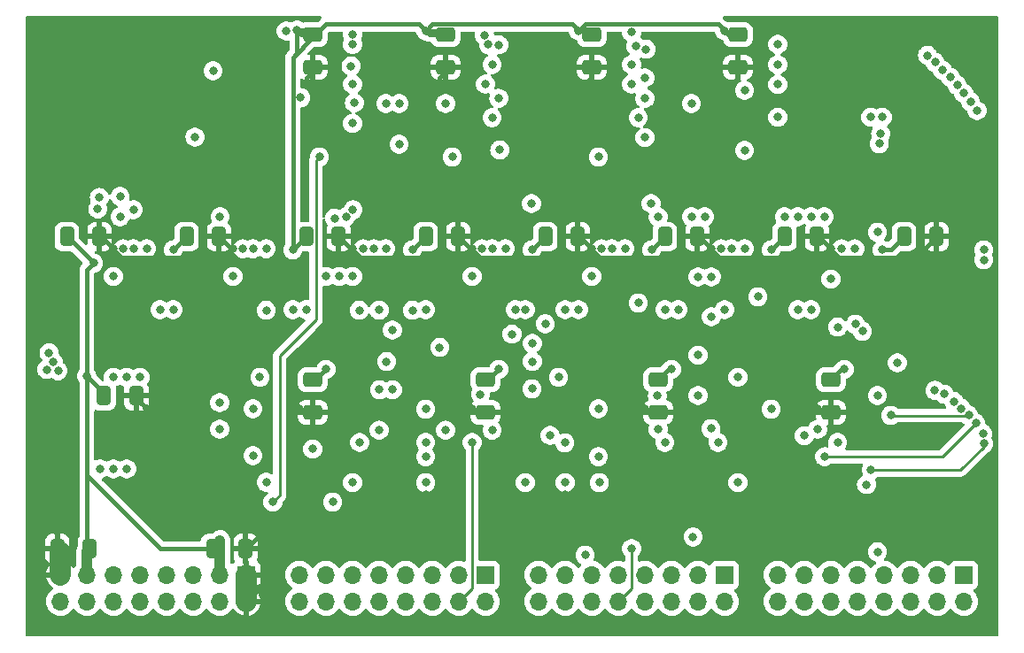
<source format=gbr>
%TF.GenerationSoftware,KiCad,Pcbnew,6.0.6-3a73a75311~116~ubuntu20.04.1*%
%TF.CreationDate,2022-06-25T17:28:11-07:00*%
%TF.ProjectId,RegisterFile,52656769-7374-4657-9246-696c652e6b69,rev?*%
%TF.SameCoordinates,Original*%
%TF.FileFunction,Copper,L4,Bot*%
%TF.FilePolarity,Positive*%
%FSLAX46Y46*%
G04 Gerber Fmt 4.6, Leading zero omitted, Abs format (unit mm)*
G04 Created by KiCad (PCBNEW 6.0.6-3a73a75311~116~ubuntu20.04.1) date 2022-06-25 17:28:11*
%MOMM*%
%LPD*%
G01*
G04 APERTURE LIST*
G04 Aperture macros list*
%AMRoundRect*
0 Rectangle with rounded corners*
0 $1 Rounding radius*
0 $2 $3 $4 $5 $6 $7 $8 $9 X,Y pos of 4 corners*
0 Add a 4 corners polygon primitive as box body*
4,1,4,$2,$3,$4,$5,$6,$7,$8,$9,$2,$3,0*
0 Add four circle primitives for the rounded corners*
1,1,$1+$1,$2,$3*
1,1,$1+$1,$4,$5*
1,1,$1+$1,$6,$7*
1,1,$1+$1,$8,$9*
0 Add four rect primitives between the rounded corners*
20,1,$1+$1,$2,$3,$4,$5,0*
20,1,$1+$1,$4,$5,$6,$7,0*
20,1,$1+$1,$6,$7,$8,$9,0*
20,1,$1+$1,$8,$9,$2,$3,0*%
G04 Aperture macros list end*
%TA.AperFunction,ComponentPad*%
%ADD10R,1.700000X1.700000*%
%TD*%
%TA.AperFunction,ComponentPad*%
%ADD11O,1.700000X1.700000*%
%TD*%
%TA.AperFunction,SMDPad,CuDef*%
%ADD12RoundRect,0.250000X-0.412500X-0.650000X0.412500X-0.650000X0.412500X0.650000X-0.412500X0.650000X0*%
%TD*%
%TA.AperFunction,SMDPad,CuDef*%
%ADD13RoundRect,0.250000X-0.650000X0.412500X-0.650000X-0.412500X0.650000X-0.412500X0.650000X0.412500X0*%
%TD*%
%TA.AperFunction,SMDPad,CuDef*%
%ADD14RoundRect,0.250000X0.412500X0.650000X-0.412500X0.650000X-0.412500X-0.650000X0.412500X-0.650000X0*%
%TD*%
%TA.AperFunction,ViaPad*%
%ADD15C,0.800000*%
%TD*%
%TA.AperFunction,Conductor*%
%ADD16C,0.250000*%
%TD*%
%TA.AperFunction,Conductor*%
%ADD17C,0.400000*%
%TD*%
%TA.AperFunction,Conductor*%
%ADD18C,2.000000*%
%TD*%
%TA.AperFunction,Conductor*%
%ADD19C,1.000000*%
%TD*%
G04 APERTURE END LIST*
D10*
%TO.P,J4,1,Pin_1*%
%TO.N,/REG2_6*%
X140970000Y-121285000D03*
D11*
%TO.P,J4,2,Pin_2*%
%TO.N,/REG2_7*%
X140970000Y-123825000D03*
%TO.P,J4,3,Pin_3*%
%TO.N,/REG2_4*%
X138430000Y-121285000D03*
%TO.P,J4,4,Pin_4*%
%TO.N,/REG2_5*%
X138430000Y-123825000D03*
%TO.P,J4,5,Pin_5*%
%TO.N,/REG2_2*%
X135890000Y-121285000D03*
%TO.P,J4,6,Pin_6*%
%TO.N,/REG2_3*%
X135890000Y-123825000D03*
%TO.P,J4,7,Pin_7*%
%TO.N,/REG2_0*%
X133350000Y-121285000D03*
%TO.P,J4,8,Pin_8*%
%TO.N,/REG2_1*%
X133350000Y-123825000D03*
%TO.P,J4,9,Pin_9*%
%TO.N,/REG3_6*%
X130810000Y-121285000D03*
%TO.P,J4,10,Pin_10*%
%TO.N,/REG3_7*%
X130810000Y-123825000D03*
%TO.P,J4,11,Pin_11*%
%TO.N,/REG3_4*%
X128270000Y-121285000D03*
%TO.P,J4,12,Pin_12*%
%TO.N,/REG3_5*%
X128270000Y-123825000D03*
%TO.P,J4,13,Pin_13*%
%TO.N,/REG3_2*%
X125730000Y-121285000D03*
%TO.P,J4,14,Pin_14*%
%TO.N,/REG3_3*%
X125730000Y-123825000D03*
%TO.P,J4,15,Pin_15*%
%TO.N,/REG3_0*%
X123190000Y-121285000D03*
%TO.P,J4,16,Pin_16*%
%TO.N,/REG3_1*%
X123190000Y-123825000D03*
%TD*%
%TO.P,J3,16,Pin_16*%
%TO.N,/REG1_1*%
X146050000Y-123825000D03*
%TO.P,J3,15,Pin_15*%
%TO.N,/REG1_0*%
X146050000Y-121285000D03*
%TO.P,J3,14,Pin_14*%
%TO.N,/REG1_3*%
X148590000Y-123825000D03*
%TO.P,J3,13,Pin_13*%
%TO.N,/REG1_2*%
X148590000Y-121285000D03*
%TO.P,J3,12,Pin_12*%
%TO.N,/REG1_5*%
X151130000Y-123825000D03*
%TO.P,J3,11,Pin_11*%
%TO.N,/REG1_4*%
X151130000Y-121285000D03*
%TO.P,J3,10,Pin_10*%
%TO.N,/REG1_7*%
X153670000Y-123825000D03*
%TO.P,J3,9,Pin_9*%
%TO.N,/REG1_6*%
X153670000Y-121285000D03*
%TO.P,J3,8,Pin_8*%
%TO.N,/REG0_1*%
X156210000Y-123825000D03*
%TO.P,J3,7,Pin_7*%
%TO.N,/REG0_0*%
X156210000Y-121285000D03*
%TO.P,J3,6,Pin_6*%
%TO.N,/REG0_3*%
X158750000Y-123825000D03*
%TO.P,J3,5,Pin_5*%
%TO.N,/REG0_2*%
X158750000Y-121285000D03*
%TO.P,J3,4,Pin_4*%
%TO.N,/REG0_5*%
X161290000Y-123825000D03*
%TO.P,J3,3,Pin_3*%
%TO.N,/REG0_4*%
X161290000Y-121285000D03*
%TO.P,J3,2,Pin_2*%
%TO.N,/REG0_7*%
X163830000Y-123825000D03*
D10*
%TO.P,J3,1,Pin_1*%
%TO.N,/REG0_6*%
X163830000Y-121285000D03*
%TD*%
%TO.P,J2,1,Pin_1*%
%TO.N,/DATAIN6*%
X186690000Y-121285000D03*
D11*
%TO.P,J2,2,Pin_2*%
%TO.N,/DATAIN7*%
X186690000Y-123825000D03*
%TO.P,J2,3,Pin_3*%
%TO.N,/DATAIN4*%
X184150000Y-121285000D03*
%TO.P,J2,4,Pin_4*%
%TO.N,/DATAIN5*%
X184150000Y-123825000D03*
%TO.P,J2,5,Pin_5*%
%TO.N,/DATAIN2*%
X181610000Y-121285000D03*
%TO.P,J2,6,Pin_6*%
%TO.N,/DATAIN3*%
X181610000Y-123825000D03*
%TO.P,J2,7,Pin_7*%
%TO.N,/DATAIN0*%
X179070000Y-121285000D03*
%TO.P,J2,8,Pin_8*%
%TO.N,/DATAIN1*%
X179070000Y-123825000D03*
%TO.P,J2,9,Pin_9*%
%TO.N,/DATAOUT6*%
X176530000Y-121285000D03*
%TO.P,J2,10,Pin_10*%
%TO.N,/DATAOUT7*%
X176530000Y-123825000D03*
%TO.P,J2,11,Pin_11*%
%TO.N,/DATAOUT4*%
X173990000Y-121285000D03*
%TO.P,J2,12,Pin_12*%
%TO.N,/DATAOUT5*%
X173990000Y-123825000D03*
%TO.P,J2,13,Pin_13*%
%TO.N,/DATAOUT2*%
X171450000Y-121285000D03*
%TO.P,J2,14,Pin_14*%
%TO.N,/DATAOUT3*%
X171450000Y-123825000D03*
%TO.P,J2,15,Pin_15*%
%TO.N,/DATAOUT0*%
X168910000Y-121285000D03*
%TO.P,J2,16,Pin_16*%
%TO.N,/DATAOUT1*%
X168910000Y-123825000D03*
%TD*%
D10*
%TO.P,J1,1,Pin_1*%
%TO.N,GND*%
X118110000Y-121285000D03*
D11*
%TO.P,J1,2,Pin_2*%
X118110000Y-123825000D03*
%TO.P,J1,3,Pin_3*%
%TO.N,VCC*%
X115570000Y-121285000D03*
%TO.P,J1,4,Pin_4*%
%TO.N,/~{REN}*%
X115570000Y-123825000D03*
%TO.P,J1,5,Pin_5*%
%TO.N,/CLK*%
X113030000Y-121285000D03*
%TO.P,J1,6,Pin_6*%
%TO.N,/WRITEID2*%
X113030000Y-123825000D03*
%TO.P,J1,7,Pin_7*%
%TO.N,/WEN2*%
X110490000Y-121285000D03*
%TO.P,J1,8,Pin_8*%
%TO.N,/WRITEID1*%
X110490000Y-123825000D03*
%TO.P,J1,9,Pin_9*%
%TO.N,/~{WEN1}*%
X107950000Y-121285000D03*
%TO.P,J1,10,Pin_10*%
%TO.N,/WRITEID0*%
X107950000Y-123825000D03*
%TO.P,J1,11,Pin_11*%
%TO.N,/~{WEN0}*%
X105410000Y-121285000D03*
%TO.P,J1,12,Pin_12*%
%TO.N,/READID2*%
X105410000Y-123825000D03*
%TO.P,J1,13,Pin_13*%
%TO.N,VCC*%
X102870000Y-121285000D03*
%TO.P,J1,14,Pin_14*%
%TO.N,/READID1*%
X102870000Y-123825000D03*
%TO.P,J1,15,Pin_15*%
%TO.N,GND*%
X100330000Y-121285000D03*
%TO.P,J1,16,Pin_16*%
%TO.N,/READID0*%
X100330000Y-123825000D03*
%TD*%
D12*
%TO.P,C6,1*%
%TO.N,VCC*%
X158115000Y-88900000D03*
%TO.P,C6,2*%
%TO.N,GND*%
X161240000Y-88900000D03*
%TD*%
D13*
%TO.P,C13,1*%
%TO.N,VCC*%
X124460000Y-69557500D03*
%TO.P,C13,2*%
%TO.N,GND*%
X124460000Y-72682500D03*
%TD*%
D12*
%TO.P,C3,1*%
%TO.N,VCC*%
X123825000Y-88900000D03*
%TO.P,C3,2*%
%TO.N,GND*%
X126950000Y-88900000D03*
%TD*%
%TO.P,C4,1*%
%TO.N,VCC*%
X135255000Y-88900000D03*
%TO.P,C4,2*%
%TO.N,GND*%
X138380000Y-88900000D03*
%TD*%
%TO.P,C5,1*%
%TO.N,VCC*%
X146685000Y-88900000D03*
%TO.P,C5,2*%
%TO.N,GND*%
X149810000Y-88900000D03*
%TD*%
%TO.P,C19,1*%
%TO.N,VCC*%
X114935000Y-118745000D03*
%TO.P,C19,2*%
%TO.N,GND*%
X118060000Y-118745000D03*
%TD*%
D13*
%TO.P,C14,1*%
%TO.N,VCC*%
X137160000Y-69557500D03*
%TO.P,C14,2*%
%TO.N,GND*%
X137160000Y-72682500D03*
%TD*%
D12*
%TO.P,C1,1*%
%TO.N,VCC*%
X100965000Y-88900000D03*
%TO.P,C1,2*%
%TO.N,GND*%
X104090000Y-88900000D03*
%TD*%
%TO.P,C2,1*%
%TO.N,VCC*%
X112395000Y-88900000D03*
%TO.P,C2,2*%
%TO.N,GND*%
X115520000Y-88900000D03*
%TD*%
D14*
%TO.P,C18,1*%
%TO.N,VCC*%
X103162500Y-118745000D03*
%TO.P,C18,2*%
%TO.N,GND*%
X100037500Y-118745000D03*
%TD*%
D13*
%TO.P,C11,1*%
%TO.N,VCC*%
X157480000Y-102577500D03*
%TO.P,C11,2*%
%TO.N,GND*%
X157480000Y-105702500D03*
%TD*%
D12*
%TO.P,C7,1*%
%TO.N,VCC*%
X169545000Y-88900000D03*
%TO.P,C7,2*%
%TO.N,GND*%
X172670000Y-88900000D03*
%TD*%
D13*
%TO.P,C9,1*%
%TO.N,VCC*%
X124460000Y-102577500D03*
%TO.P,C9,2*%
%TO.N,GND*%
X124460000Y-105702500D03*
%TD*%
D12*
%TO.P,C8,1*%
%TO.N,VCC*%
X180975000Y-88900000D03*
%TO.P,C8,2*%
%TO.N,GND*%
X184100000Y-88900000D03*
%TD*%
D13*
%TO.P,C12,1*%
%TO.N,VCC*%
X173990000Y-102577500D03*
%TO.P,C12,2*%
%TO.N,GND*%
X173990000Y-105702500D03*
%TD*%
%TO.P,C16,1*%
%TO.N,VCC*%
X165100000Y-69557500D03*
%TO.P,C16,2*%
%TO.N,GND*%
X165100000Y-72682500D03*
%TD*%
%TO.P,C15,1*%
%TO.N,VCC*%
X151130000Y-69557500D03*
%TO.P,C15,2*%
%TO.N,GND*%
X151130000Y-72682500D03*
%TD*%
%TO.P,C10,1*%
%TO.N,VCC*%
X140970000Y-102577500D03*
%TO.P,C10,2*%
%TO.N,GND*%
X140970000Y-105702500D03*
%TD*%
D12*
%TO.P,C17,1*%
%TO.N,VCC*%
X104482500Y-104140000D03*
%TO.P,C17,2*%
%TO.N,GND*%
X107607500Y-104140000D03*
%TD*%
D15*
%TO.N,/DATAIN3*%
X187960000Y-76835000D03*
%TO.N,/REG1_1*%
X145454500Y-99099500D03*
%TO.N,/REG2_7*%
X140494444Y-103980556D03*
%TO.N,/REG2_1*%
X136604500Y-99501000D03*
X137160000Y-107414500D03*
%TO.N,/REG2_6*%
X143510000Y-98229500D03*
X141605000Y-107414500D03*
%TO.N,/REG1_1*%
X147153500Y-107910500D03*
%TO.N,/DATAOUT0*%
X176334156Y-97278044D03*
X105410000Y-92710000D03*
%TO.N,/REG1_2*%
X125730000Y-92710000D03*
X148550500Y-108624500D03*
X150495000Y-119380000D03*
%TO.N,/REG0_2*%
X127000000Y-92710000D03*
%TO.N,/REG0_0*%
X161290000Y-100250500D03*
X161290000Y-104100500D03*
%TO.N,/REG1_7*%
X154940000Y-118745000D03*
X157400500Y-104100500D03*
%TO.N,/REG3_5*%
X130810000Y-95924500D03*
%TO.N,/REG0_1*%
X162560000Y-96559500D03*
X162520500Y-107275500D03*
%TO.N,/REG0_2*%
X163195000Y-108585000D03*
%TO.N,/~{REN}*%
X109855000Y-95885000D03*
%TO.N,/DATAIN1*%
X179705000Y-106005500D03*
%TO.N,/REG1_6*%
X160814444Y-117634444D03*
%TO.N,/DATAIN4*%
X177839500Y-111224500D03*
%TO.N,/REG0_4*%
X174625000Y-97555000D03*
X177400000Y-112630000D03*
%TO.N,/REG3_7*%
X177005556Y-97949444D03*
X132080000Y-97829500D03*
X130849500Y-103544500D03*
%TO.N,/REG3_5*%
X155575000Y-95250000D03*
X128944500Y-108585000D03*
%TO.N,/REG2_0*%
X131524000Y-100850500D03*
X132080000Y-103544500D03*
%TO.N,/REG2_2*%
X123825000Y-95885000D03*
X135255000Y-108585000D03*
%TO.N,/REG3_6*%
X167005000Y-94654500D03*
X133985000Y-95939502D03*
X130810000Y-107414500D03*
%TO.N,/REG1_0*%
X145415000Y-103465500D03*
X145455000Y-100850500D03*
%TO.N,/REG0_3*%
X163830000Y-95885000D03*
X165100000Y-112434500D03*
%TO.N,/REG3_0*%
X115570000Y-104775000D03*
%TO.N,/REG3_3*%
X120015000Y-95939502D03*
X120015000Y-112395000D03*
%TO.N,/REG3_4*%
X143830497Y-95885000D03*
X128905000Y-95939502D03*
X128270000Y-112434500D03*
%TO.N,/REG1_3*%
X146685000Y-97234500D03*
X148590000Y-112434500D03*
%TO.N,VCC*%
X156845000Y-90170000D03*
X133985000Y-90170000D03*
X168275000Y-90170000D03*
X135255000Y-69215000D03*
X142240000Y-101600000D03*
X149860000Y-69215000D03*
X102870000Y-102235000D03*
X175260000Y-101600000D03*
X163830000Y-69215000D03*
X122555000Y-90170000D03*
X122955832Y-69133056D03*
X145415000Y-90170000D03*
X178903500Y-90170000D03*
X111125000Y-90170000D03*
X103505000Y-91440000D03*
X158750000Y-101600000D03*
X125730000Y-101600000D03*
%TO.N,GND*%
X113030000Y-107950000D03*
X172720000Y-105370500D03*
X148590000Y-113625500D03*
X165735000Y-92954500D03*
X177165000Y-92710000D03*
X119380000Y-122555000D03*
X128270000Y-90056000D03*
X145375500Y-80605500D03*
X142875000Y-92710000D03*
X108585000Y-105410000D03*
X136525000Y-74295000D03*
X139700000Y-90055500D03*
X159385000Y-80605500D03*
X173990000Y-90055500D03*
X123825000Y-74255500D03*
X168275000Y-113625500D03*
X131445000Y-92710000D03*
X131445000Y-80605500D03*
X150495000Y-74295000D03*
X118745000Y-80645000D03*
X188595000Y-95885000D03*
X116840000Y-90055500D03*
X120650000Y-117475000D03*
X119380000Y-117475000D03*
X118745000Y-113625500D03*
X156210000Y-105370500D03*
X108671944Y-92796944D03*
X139700000Y-105370500D03*
X162560000Y-90055500D03*
X123190000Y-105370500D03*
X135255000Y-113625500D03*
X164465000Y-74295000D03*
X151130000Y-90055500D03*
X154305000Y-92710000D03*
X120015000Y-92710000D03*
X105410000Y-90055500D03*
%TO.N,/READID0*%
X106045000Y-86995000D03*
X140649503Y-90055500D03*
X117789503Y-90055500D03*
X175006000Y-90055500D03*
X129286000Y-90056000D03*
X163509503Y-90055500D03*
X106359503Y-90055500D03*
X152079503Y-90055500D03*
%TO.N,/READID1*%
X107315000Y-86320500D03*
X107315000Y-90055500D03*
X118745000Y-90055500D03*
X188595000Y-91119503D03*
X164465000Y-90055500D03*
X176276000Y-90055500D03*
X130302000Y-90056000D03*
X141605000Y-90055500D03*
X153035000Y-90055500D03*
%TO.N,/READID2*%
X108585000Y-90055500D03*
X142875000Y-90055500D03*
X120015000Y-90055500D03*
X154305000Y-90055500D03*
X165735000Y-90055500D03*
X178435000Y-88469500D03*
X131445000Y-90056000D03*
X188595000Y-90170000D03*
%TO.N,/WRITEID0*%
X104140000Y-111125000D03*
%TO.N,/WRITEID1*%
X105410000Y-111125000D03*
%TO.N,/CLK*%
X151765000Y-81280000D03*
X120650000Y-114300000D03*
X125095000Y-81280000D03*
X165735000Y-80645000D03*
X137795000Y-81280000D03*
X126365000Y-114300000D03*
%TO.N,/WRITEID2*%
X106680000Y-111125000D03*
%TO.N,/DATAIN0*%
X183235600Y-71549000D03*
X151765000Y-105370500D03*
X178435000Y-104100500D03*
X168275000Y-105410000D03*
X184809121Y-103966570D03*
X135255000Y-105410000D03*
X118745000Y-105370500D03*
%TO.N,/DATAIN1*%
X187162100Y-106005500D03*
X185420000Y-73660000D03*
%TO.N,/DATAOUT1*%
X116840000Y-92710000D03*
%TO.N,/DATAIN2*%
X118745000Y-109855000D03*
X187836600Y-106767500D03*
X151765000Y-109954500D03*
X135255000Y-109954500D03*
X186055000Y-74422000D03*
X173394500Y-109954500D03*
%TO.N,/DATAOUT2*%
X128270000Y-92710000D03*
%TO.N,/DATAOUT3*%
X178435000Y-119061112D03*
X139700000Y-92710000D03*
%TO.N,/DATAIN4*%
X168910000Y-77470000D03*
X188595000Y-108702783D03*
X141605000Y-77509500D03*
X155575000Y-77509500D03*
X128270000Y-78055500D03*
X187325000Y-75974033D03*
%TO.N,/DATAOUT4*%
X151130000Y-92710000D03*
%TO.N,/DATAIN5*%
X188511100Y-107748873D03*
X186690000Y-75184000D03*
%TO.N,/DATAOUT5*%
X162560000Y-92749500D03*
%TO.N,/DATAIN6*%
X186476133Y-105341189D03*
X141605000Y-72429500D03*
X168910000Y-72429500D03*
X128130306Y-72569194D03*
X184658000Y-72985500D03*
X154940000Y-72429500D03*
%TO.N,/DATAOUT6*%
X173989902Y-92954500D03*
%TO.N,/DATAIN7*%
X185746343Y-104666689D03*
X183946800Y-72223500D03*
%TO.N,/DATAOUT7*%
X183931143Y-103605031D03*
%TO.N,/REG0_4*%
X149860000Y-95885000D03*
%TO.N,/REG1_4*%
X148590000Y-95885000D03*
X151864500Y-112434500D03*
%TO.N,/REG0_5*%
X161290000Y-92749500D03*
X174625000Y-108585000D03*
%TO.N,/REG1_5*%
X159385000Y-95885000D03*
X158115000Y-108585000D03*
%TO.N,/REG0_6*%
X172085000Y-95885000D03*
X172720000Y-107315000D03*
%TO.N,/REG1_6*%
X171450000Y-107950000D03*
X170815000Y-95885000D03*
%TO.N,/REG0_7*%
X180340000Y-100965000D03*
%TO.N,/REG3_1*%
X115570000Y-107315000D03*
X111125000Y-95885000D03*
%TO.N,/REG3_2*%
X122555000Y-95885000D03*
X124460000Y-109220000D03*
%TO.N,/REG2_3*%
X135255000Y-95885000D03*
X135255000Y-112434500D03*
%TO.N,/REG2_4*%
X144780000Y-95885000D03*
X144780000Y-112434500D03*
%TO.N,/REG2_5*%
X139700000Y-108585000D03*
X157480000Y-107354500D03*
X158115000Y-95885000D03*
%TO.N,/Regs/~{WRITESEL7}*%
X154940000Y-69329500D03*
X99051113Y-101610768D03*
%TO.N,/Regs/~{WRITESEL6}*%
X99255500Y-100017329D03*
X141255708Y-70515404D03*
%TO.N,/Regs/~{WRITESEL5}*%
X99655500Y-100878463D03*
X128270000Y-69555997D03*
%TO.N,/Regs/~{WRITESEL4}*%
X114935000Y-73025000D03*
X100125500Y-101738197D03*
%TO.N,/Regs/~{WRITESEL2}*%
X107950000Y-102349500D03*
X119419500Y-102349500D03*
%TO.N,/Regs/~{WRITESEL1}*%
X106680000Y-102349500D03*
X147955000Y-102349500D03*
%TO.N,/Regs/~{WRITESEL0}*%
X165100000Y-102349500D03*
X105410000Y-102349500D03*
%TO.N,/REG7_0*%
X106045000Y-85050500D03*
X156315037Y-70975463D03*
%TO.N,/REG6_0*%
X103910688Y-86244999D03*
X142240000Y-70548000D03*
%TO.N,/REG5_0*%
X128270000Y-70505500D03*
X104073099Y-85155513D03*
%TO.N,/REG7_1*%
X115609500Y-86995000D03*
X156210000Y-73699500D03*
%TO.N,/REG5_1*%
X128270000Y-74295000D03*
X113209194Y-79375000D03*
%TO.N,/REG7_2*%
X127635000Y-86995000D03*
X131445000Y-76160500D03*
X156210000Y-75664500D03*
%TO.N,/REG6_2*%
X126544194Y-87134694D03*
X142245242Y-75664000D03*
%TO.N,/REG5_2*%
X132715000Y-76160500D03*
X128309500Y-86323600D03*
%TO.N,/REG7_3*%
X142344461Y-80605500D03*
X156210000Y-79404500D03*
%TO.N,/REG4_4*%
X132715000Y-80049500D03*
X145375500Y-85725000D03*
%TO.N,/REG7_5*%
X161925000Y-86995000D03*
X165735000Y-74890500D03*
%TO.N,/REG6_5*%
X160655000Y-76160500D03*
X160655000Y-86995000D03*
%TO.N,/REG5_5*%
X137160000Y-76160500D03*
X156805500Y-85725000D03*
%TO.N,/REG4_5*%
X157480000Y-86995000D03*
X128451280Y-76084924D03*
%TO.N,/REG7_6*%
X168910000Y-74334500D03*
X173355000Y-86995000D03*
%TO.N,/REG6_6*%
X172085000Y-86995000D03*
X154940000Y-74295000D03*
%TO.N,/REG5_6*%
X140970000Y-74295000D03*
X170815000Y-86995000D03*
%TO.N,/REG4_6*%
X123304500Y-75604500D03*
X169545000Y-86995000D03*
%TO.N,/REG7_7*%
X168910000Y-70485000D03*
X178903500Y-77470000D03*
%TO.N,/REG6_7*%
X177800000Y-77471343D03*
X155352020Y-70680500D03*
%TO.N,/REG5_7*%
X178751806Y-79058194D03*
X140879992Y-69643398D03*
%TO.N,/REG4_7*%
X178618139Y-79998241D03*
X121920000Y-69215000D03*
%TD*%
D16*
%TO.N,/DATAIN4*%
X186383211Y-111224500D02*
X177839500Y-111224500D01*
X188595000Y-109012711D02*
X186383211Y-111224500D01*
X188595000Y-108702783D02*
X188595000Y-109012711D01*
D17*
%TO.N,VCC*%
X125730000Y-68580000D02*
X134620000Y-68580000D01*
X122955832Y-69133056D02*
X125176944Y-69133056D01*
X125176944Y-69133056D02*
X125730000Y-68580000D01*
X122955832Y-71354168D02*
X122555000Y-71755000D01*
X122955832Y-69133056D02*
X123380276Y-69557500D01*
X134620000Y-68580000D02*
X135255000Y-69215000D01*
X122955832Y-69133056D02*
X122955832Y-71354168D01*
X123380276Y-69557500D02*
X124460000Y-69557500D01*
X149225000Y-68580000D02*
X149860000Y-69215000D01*
X135890000Y-68580000D02*
X149225000Y-68580000D01*
X135255000Y-69215000D02*
X135890000Y-68580000D01*
X135255000Y-69215000D02*
X135597500Y-69557500D01*
X135255000Y-69215000D02*
X137795000Y-69215000D01*
X135597500Y-69557500D02*
X137160000Y-69557500D01*
X149860000Y-69215000D02*
X150495000Y-68580000D01*
X150495000Y-68580000D02*
X163195000Y-68580000D01*
X163195000Y-68580000D02*
X163830000Y-69215000D01*
X163830000Y-69215000D02*
X164172500Y-69557500D01*
X164172500Y-69557500D02*
X165100000Y-69557500D01*
X175260000Y-101600000D02*
X174967500Y-101600000D01*
X174967500Y-101600000D02*
X173990000Y-102577500D01*
D16*
%TO.N,/REG2_5*%
X138430000Y-123825000D02*
X139700000Y-122555000D01*
X139700000Y-122555000D02*
X139700000Y-108585000D01*
%TO.N,/DATAIN2*%
X173394500Y-109954500D02*
X184649600Y-109954500D01*
X184649600Y-109954500D02*
X187836600Y-106767500D01*
%TO.N,/REG1_7*%
X154940000Y-118745000D02*
X154940000Y-122555000D01*
X154940000Y-122555000D02*
X153670000Y-123825000D01*
%TO.N,/DATAIN1*%
X179705000Y-106005500D02*
X179715689Y-106016189D01*
X179715689Y-106016189D02*
X187151411Y-106016189D01*
X187151411Y-106016189D02*
X187162100Y-106005500D01*
D18*
%TO.N,GND*%
X100345000Y-121285000D02*
X100345000Y-119052500D01*
D17*
%TO.N,VCC*%
X122555000Y-90170000D02*
X122555000Y-71755000D01*
X102870000Y-102235000D02*
X104482500Y-103847500D01*
X103505000Y-91440000D02*
X102870000Y-92075000D01*
X156845000Y-90170000D02*
X158115000Y-88900000D01*
X102870000Y-102235000D02*
X102870000Y-111760000D01*
X111125000Y-90170000D02*
X112395000Y-88900000D01*
X178903500Y-90170000D02*
X179705000Y-90170000D01*
X124460000Y-69850000D02*
X122555000Y-71755000D01*
X109855000Y-118745000D02*
X102870000Y-111760000D01*
X102885000Y-121285000D02*
X102885000Y-119657500D01*
X158457500Y-101600000D02*
X157480000Y-102577500D01*
D19*
X115585000Y-121285000D02*
X115585000Y-118000000D01*
D17*
X122555000Y-90170000D02*
X123825000Y-88900000D01*
X103505000Y-91440000D02*
X100965000Y-88900000D01*
X158750000Y-101600000D02*
X158457500Y-101600000D01*
X114935000Y-118745000D02*
X109855000Y-118745000D01*
X102870000Y-111760000D02*
X102870000Y-121360000D01*
X179705000Y-90170000D02*
X180975000Y-88900000D01*
X102870000Y-92075000D02*
X102870000Y-102235000D01*
X102885000Y-119657500D02*
X103162500Y-119380000D01*
X133985000Y-90170000D02*
X135255000Y-88900000D01*
X145415000Y-90170000D02*
X146685000Y-88900000D01*
X124752500Y-102577500D02*
X125730000Y-101600000D01*
X168275000Y-90170000D02*
X169545000Y-88900000D01*
X141262500Y-102577500D02*
X142240000Y-101600000D01*
D19*
X102885000Y-121285000D02*
X102885000Y-119022500D01*
D17*
%TO.N,GND*%
X173990000Y-90170000D02*
X173240000Y-90920000D01*
X174740000Y-90920000D02*
X182130000Y-90920000D01*
X150265500Y-90920000D02*
X151880000Y-90920000D01*
X139535500Y-90055500D02*
X138380000Y-88900000D01*
X172834500Y-88900000D02*
X173990000Y-90055500D01*
X157480000Y-105702500D02*
X156542000Y-105702500D01*
X165100000Y-73699500D02*
X164504500Y-74295000D01*
X151880000Y-90920000D02*
X161695500Y-90920000D01*
X118110000Y-118745000D02*
X119380000Y-117475000D01*
X173240000Y-90920000D02*
X174740000Y-90920000D01*
X136525000Y-73699500D02*
X137160000Y-73064500D01*
X105410000Y-90170000D02*
X106160000Y-90920000D01*
X139700000Y-90170000D02*
X140450000Y-90920000D01*
X116840000Y-90055500D02*
X116675500Y-90055500D01*
X150265500Y-90920000D02*
X151130000Y-90055500D01*
X107607500Y-104432500D02*
X108585000Y-105410000D01*
X123825000Y-74255500D02*
X123825000Y-73699500D01*
X163195000Y-90805000D02*
X163310000Y-90920000D01*
X128270000Y-90170000D02*
X129020000Y-90920000D01*
X173240000Y-90920000D02*
X170650000Y-90920000D01*
X151130000Y-73660000D02*
X150495000Y-74295000D01*
X151130000Y-90170000D02*
X151880000Y-90920000D01*
X104254500Y-88900000D02*
X105410000Y-90055500D01*
X162560000Y-90170000D02*
X163195000Y-90805000D01*
X151130000Y-90055500D02*
X151130000Y-90170000D01*
X140450000Y-90920000D02*
X138835500Y-90920000D01*
X163310000Y-90920000D02*
X170650000Y-90920000D01*
X116840000Y-90055500D02*
X116840000Y-90170000D01*
X161695500Y-90920000D02*
X162560000Y-90055500D01*
X106160000Y-90920000D02*
X115975500Y-90920000D01*
X149974500Y-88900000D02*
X151130000Y-90055500D01*
X139700000Y-90055500D02*
X139535500Y-90055500D01*
X162560000Y-90055500D02*
X162560000Y-90170000D01*
X140032000Y-105702500D02*
X140970000Y-105702500D01*
X115975500Y-90920000D02*
X116840000Y-90055500D01*
X123522000Y-105702500D02*
X124460000Y-105702500D01*
X173990000Y-90055500D02*
X173990000Y-90170000D01*
X139700000Y-90055500D02*
X139700000Y-90170000D01*
X123825000Y-73699500D02*
X124460000Y-73064500D01*
X139700000Y-105370500D02*
X140032000Y-105702500D01*
X151130000Y-73064500D02*
X151130000Y-73660000D01*
X128270000Y-90056000D02*
X128270000Y-90170000D01*
X140450000Y-90920000D02*
X150265500Y-90920000D01*
X161404500Y-88900000D02*
X162560000Y-90055500D01*
X138835500Y-90920000D02*
X139700000Y-90055500D01*
X161695500Y-90920000D02*
X163310000Y-90920000D01*
X136525000Y-74295000D02*
X136525000Y-73699500D01*
X164504500Y-74295000D02*
X164465000Y-74295000D01*
X129020000Y-90920000D02*
X138835500Y-90920000D01*
X128106000Y-90056000D02*
X126950000Y-88900000D01*
X116675500Y-90055500D02*
X115520000Y-88900000D01*
X173990000Y-90170000D02*
X174740000Y-90920000D01*
X123190000Y-105370500D02*
X123522000Y-105702500D01*
X105410000Y-90055500D02*
X105410000Y-90170000D01*
X118125000Y-123810000D02*
X119380000Y-122555000D01*
X173052000Y-105702500D02*
X173990000Y-105702500D01*
X165100000Y-73064500D02*
X165100000Y-73699500D01*
X182130000Y-90920000D02*
X184150000Y-88900000D01*
X156542000Y-105702500D02*
X156210000Y-105370500D01*
X128270000Y-90056000D02*
X128106000Y-90056000D01*
D18*
X118125000Y-123825000D02*
X118125000Y-121285000D01*
D17*
X172720000Y-105370500D02*
X173052000Y-105702500D01*
D16*
%TO.N,/CLK*%
X125095000Y-81280000D02*
X124762500Y-81612500D01*
X121285000Y-113665000D02*
X120650000Y-114300000D01*
X124762500Y-81612500D02*
X124762500Y-96852500D01*
X124762500Y-96852500D02*
X121285000Y-100330000D01*
X121285000Y-100330000D02*
X121285000Y-113665000D01*
%TD*%
%TA.AperFunction,Conductor*%
%TO.N,GND*%
G36*
X125250580Y-67838502D02*
G01*
X125297073Y-67892158D01*
X125307177Y-67962432D01*
X125277683Y-68027012D01*
X125265784Y-68039014D01*
X125264279Y-68040340D01*
X125258019Y-68044643D01*
X125252967Y-68050313D01*
X125252965Y-68050315D01*
X125216565Y-68091170D01*
X125211584Y-68096446D01*
X124958435Y-68349595D01*
X124896123Y-68383621D01*
X124869340Y-68386500D01*
X123759600Y-68386500D01*
X123756354Y-68386837D01*
X123756350Y-68386837D01*
X123726417Y-68389943D01*
X123653834Y-68397474D01*
X123602378Y-68414641D01*
X123531431Y-68417225D01*
X123488443Y-68397053D01*
X123417926Y-68345819D01*
X123417925Y-68345818D01*
X123412584Y-68341938D01*
X123406556Y-68339254D01*
X123406554Y-68339253D01*
X123244151Y-68266947D01*
X123244150Y-68266947D01*
X123238120Y-68264262D01*
X123144719Y-68244409D01*
X123057776Y-68225928D01*
X123057771Y-68225928D01*
X123051319Y-68224556D01*
X122860345Y-68224556D01*
X122853893Y-68225928D01*
X122853888Y-68225928D01*
X122766945Y-68244409D01*
X122673544Y-68264262D01*
X122667514Y-68266947D01*
X122667513Y-68266947D01*
X122505110Y-68339253D01*
X122505108Y-68339254D01*
X122499080Y-68341938D01*
X122493739Y-68345818D01*
X122493738Y-68345819D01*
X122441521Y-68383757D01*
X122374653Y-68407616D01*
X122316213Y-68396928D01*
X122202288Y-68346206D01*
X122108888Y-68326353D01*
X122021944Y-68307872D01*
X122021939Y-68307872D01*
X122015487Y-68306500D01*
X121824513Y-68306500D01*
X121818061Y-68307872D01*
X121818056Y-68307872D01*
X121731112Y-68326353D01*
X121637712Y-68346206D01*
X121631682Y-68348891D01*
X121631681Y-68348891D01*
X121469278Y-68421197D01*
X121469276Y-68421198D01*
X121463248Y-68423882D01*
X121308747Y-68536134D01*
X121304326Y-68541044D01*
X121304325Y-68541045D01*
X121187627Y-68670652D01*
X121180960Y-68678056D01*
X121085473Y-68843444D01*
X121026458Y-69025072D01*
X121006496Y-69215000D01*
X121007186Y-69221565D01*
X121025108Y-69392079D01*
X121026458Y-69404928D01*
X121085473Y-69586556D01*
X121180960Y-69751944D01*
X121185378Y-69756851D01*
X121185379Y-69756852D01*
X121259114Y-69838743D01*
X121308747Y-69893866D01*
X121463248Y-70006118D01*
X121469276Y-70008802D01*
X121469278Y-70008803D01*
X121631681Y-70081109D01*
X121637712Y-70083794D01*
X121718556Y-70100978D01*
X121818056Y-70122128D01*
X121818061Y-70122128D01*
X121824513Y-70123500D01*
X122015487Y-70123500D01*
X122021939Y-70122128D01*
X122021944Y-70122128D01*
X122082038Y-70109354D01*
X122095136Y-70106570D01*
X122165926Y-70111972D01*
X122222558Y-70154789D01*
X122247052Y-70221426D01*
X122247332Y-70229817D01*
X122247332Y-71008508D01*
X122227330Y-71076629D01*
X122210427Y-71097603D01*
X122074480Y-71233550D01*
X122068215Y-71239404D01*
X122024615Y-71277439D01*
X121987872Y-71329719D01*
X121983939Y-71335014D01*
X121944524Y-71385282D01*
X121941401Y-71392198D01*
X121940017Y-71394484D01*
X121931643Y-71409165D01*
X121930378Y-71411525D01*
X121926010Y-71417739D01*
X121923250Y-71424818D01*
X121923249Y-71424820D01*
X121902798Y-71477275D01*
X121900247Y-71483344D01*
X121873955Y-71541573D01*
X121872571Y-71549040D01*
X121871770Y-71551595D01*
X121867141Y-71567848D01*
X121866478Y-71570428D01*
X121863718Y-71577509D01*
X121855602Y-71639161D01*
X121855379Y-71640852D01*
X121854348Y-71647359D01*
X121842704Y-71710186D01*
X121843141Y-71717766D01*
X121843141Y-71717767D01*
X121846291Y-71772392D01*
X121846500Y-71779646D01*
X121846500Y-89551256D01*
X121826498Y-89619377D01*
X121822436Y-89625317D01*
X121820379Y-89628148D01*
X121815960Y-89633056D01*
X121812659Y-89638774D01*
X121812658Y-89638775D01*
X121809893Y-89643565D01*
X121720473Y-89798444D01*
X121661458Y-89980072D01*
X121660768Y-89986633D01*
X121660768Y-89986635D01*
X121656370Y-90028483D01*
X121641496Y-90170000D01*
X121642186Y-90176565D01*
X121659932Y-90345405D01*
X121661458Y-90359928D01*
X121720473Y-90541556D01*
X121815960Y-90706944D01*
X121820378Y-90711851D01*
X121820379Y-90711852D01*
X121923367Y-90826232D01*
X121943747Y-90848866D01*
X121988554Y-90881420D01*
X122048253Y-90924794D01*
X122098248Y-90961118D01*
X122104276Y-90963802D01*
X122104278Y-90963803D01*
X122266681Y-91036109D01*
X122272712Y-91038794D01*
X122366113Y-91058647D01*
X122453056Y-91077128D01*
X122453061Y-91077128D01*
X122459513Y-91078500D01*
X122650487Y-91078500D01*
X122656939Y-91077128D01*
X122656944Y-91077128D01*
X122743888Y-91058647D01*
X122837288Y-91038794D01*
X122843319Y-91036109D01*
X123005722Y-90963803D01*
X123005724Y-90963802D01*
X123011752Y-90961118D01*
X123061748Y-90924794D01*
X123121446Y-90881420D01*
X123166253Y-90848866D01*
X123186633Y-90826232D01*
X123289621Y-90711852D01*
X123289622Y-90711851D01*
X123294040Y-90706944D01*
X123389527Y-90541556D01*
X123436963Y-90395564D01*
X123477037Y-90336958D01*
X123542433Y-90309321D01*
X123556796Y-90308500D01*
X124003000Y-90308500D01*
X124071121Y-90328502D01*
X124117614Y-90382158D01*
X124129000Y-90434500D01*
X124129000Y-94865223D01*
X124108998Y-94933344D01*
X124055342Y-94979837D01*
X123985068Y-94989941D01*
X123976804Y-94988470D01*
X123926946Y-94977873D01*
X123926947Y-94977873D01*
X123920487Y-94976500D01*
X123729513Y-94976500D01*
X123723061Y-94977872D01*
X123723056Y-94977872D01*
X123666278Y-94989941D01*
X123542712Y-95016206D01*
X123536682Y-95018891D01*
X123536681Y-95018891D01*
X123374278Y-95091197D01*
X123374276Y-95091198D01*
X123368248Y-95093882D01*
X123264060Y-95169579D01*
X123197194Y-95193437D01*
X123128042Y-95177357D01*
X123115944Y-95169582D01*
X123011752Y-95093882D01*
X123005724Y-95091198D01*
X123005722Y-95091197D01*
X122843319Y-95018891D01*
X122843318Y-95018891D01*
X122837288Y-95016206D01*
X122713722Y-94989941D01*
X122656944Y-94977872D01*
X122656939Y-94977872D01*
X122650487Y-94976500D01*
X122459513Y-94976500D01*
X122453061Y-94977872D01*
X122453056Y-94977872D01*
X122396278Y-94989941D01*
X122272712Y-95016206D01*
X122266682Y-95018891D01*
X122266681Y-95018891D01*
X122104278Y-95091197D01*
X122104276Y-95091198D01*
X122098248Y-95093882D01*
X121943747Y-95206134D01*
X121939326Y-95211044D01*
X121939325Y-95211045D01*
X121825691Y-95337249D01*
X121815960Y-95348056D01*
X121720473Y-95513444D01*
X121661458Y-95695072D01*
X121660768Y-95701633D01*
X121660768Y-95701635D01*
X121655730Y-95749574D01*
X121641496Y-95885000D01*
X121642186Y-95891565D01*
X121658187Y-96043803D01*
X121661458Y-96074928D01*
X121720473Y-96256556D01*
X121815960Y-96421944D01*
X121820378Y-96426851D01*
X121820379Y-96426852D01*
X121933905Y-96552935D01*
X121943747Y-96563866D01*
X122098248Y-96676118D01*
X122104276Y-96678802D01*
X122104278Y-96678803D01*
X122266679Y-96751108D01*
X122272712Y-96753794D01*
X122338431Y-96767763D01*
X122453056Y-96792128D01*
X122453061Y-96792128D01*
X122459513Y-96793500D01*
X122650487Y-96793500D01*
X122656939Y-96792128D01*
X122656944Y-96792128D01*
X122771569Y-96767763D01*
X122837288Y-96753794D01*
X122843321Y-96751108D01*
X123005722Y-96678803D01*
X123005724Y-96678802D01*
X123011752Y-96676118D01*
X123115940Y-96600421D01*
X123182806Y-96576563D01*
X123251958Y-96592643D01*
X123264056Y-96600418D01*
X123368248Y-96676118D01*
X123374276Y-96678802D01*
X123374278Y-96678803D01*
X123536679Y-96751108D01*
X123542712Y-96753794D01*
X123664232Y-96779624D01*
X123726705Y-96813353D01*
X123761027Y-96875502D01*
X123756299Y-96946341D01*
X123727130Y-96991966D01*
X122306230Y-98412865D01*
X120892747Y-99826348D01*
X120884461Y-99833888D01*
X120877982Y-99838000D01*
X120831966Y-99887003D01*
X120831357Y-99887651D01*
X120828602Y-99890493D01*
X120808865Y-99910230D01*
X120806385Y-99913427D01*
X120798682Y-99922447D01*
X120768414Y-99954679D01*
X120764595Y-99961625D01*
X120764593Y-99961628D01*
X120758652Y-99972434D01*
X120747801Y-99988953D01*
X120735386Y-100004959D01*
X120732241Y-100012228D01*
X120732238Y-100012232D01*
X120717826Y-100045537D01*
X120712609Y-100056187D01*
X120691305Y-100094940D01*
X120689334Y-100102615D01*
X120689334Y-100102616D01*
X120686267Y-100114562D01*
X120679863Y-100133266D01*
X120671819Y-100151855D01*
X120670580Y-100159678D01*
X120670577Y-100159688D01*
X120664901Y-100195524D01*
X120662495Y-100207144D01*
X120653472Y-100242289D01*
X120651500Y-100249970D01*
X120651500Y-100270224D01*
X120649949Y-100289934D01*
X120646780Y-100309943D01*
X120647526Y-100317835D01*
X120650941Y-100353961D01*
X120651500Y-100365819D01*
X120651500Y-111490218D01*
X120631498Y-111558339D01*
X120577842Y-111604832D01*
X120507568Y-111614936D01*
X120472270Y-111602718D01*
X120471752Y-111603882D01*
X120303319Y-111528891D01*
X120303318Y-111528891D01*
X120297288Y-111526206D01*
X120184721Y-111502279D01*
X120116944Y-111487872D01*
X120116939Y-111487872D01*
X120110487Y-111486500D01*
X119919513Y-111486500D01*
X119913061Y-111487872D01*
X119913056Y-111487872D01*
X119845279Y-111502279D01*
X119732712Y-111526206D01*
X119726682Y-111528891D01*
X119726681Y-111528891D01*
X119564278Y-111601197D01*
X119564276Y-111601198D01*
X119558248Y-111603882D01*
X119552907Y-111607762D01*
X119552906Y-111607763D01*
X119507577Y-111640697D01*
X119403747Y-111716134D01*
X119399326Y-111721044D01*
X119399325Y-111721045D01*
X119280547Y-111852962D01*
X119275960Y-111858056D01*
X119180473Y-112023444D01*
X119121458Y-112205072D01*
X119120768Y-112211633D01*
X119120768Y-112211635D01*
X119116450Y-112252721D01*
X119101496Y-112395000D01*
X119121458Y-112584928D01*
X119180473Y-112766556D01*
X119275960Y-112931944D01*
X119403747Y-113073866D01*
X119502843Y-113145864D01*
X119538613Y-113171852D01*
X119558248Y-113186118D01*
X119564276Y-113188802D01*
X119564278Y-113188803D01*
X119726681Y-113261109D01*
X119732712Y-113263794D01*
X119826112Y-113283647D01*
X119913056Y-113302128D01*
X119913061Y-113302128D01*
X119919513Y-113303500D01*
X120088144Y-113303500D01*
X120156265Y-113323502D01*
X120202758Y-113377158D01*
X120212862Y-113447432D01*
X120183368Y-113512012D01*
X120162205Y-113531436D01*
X120038747Y-113621134D01*
X120034326Y-113626044D01*
X120034325Y-113626045D01*
X119920275Y-113752711D01*
X119910960Y-113763056D01*
X119896642Y-113787856D01*
X119827849Y-113907009D01*
X119815473Y-113928444D01*
X119756458Y-114110072D01*
X119755768Y-114116633D01*
X119755768Y-114116635D01*
X119741879Y-114248782D01*
X119736496Y-114300000D01*
X119756458Y-114489928D01*
X119815473Y-114671556D01*
X119910960Y-114836944D01*
X120038747Y-114978866D01*
X120193248Y-115091118D01*
X120199276Y-115093802D01*
X120199278Y-115093803D01*
X120361681Y-115166109D01*
X120367712Y-115168794D01*
X120461112Y-115188647D01*
X120548056Y-115207128D01*
X120548061Y-115207128D01*
X120554513Y-115208500D01*
X120745487Y-115208500D01*
X120751939Y-115207128D01*
X120751944Y-115207128D01*
X120838888Y-115188647D01*
X120932288Y-115168794D01*
X120938319Y-115166109D01*
X121100722Y-115093803D01*
X121100724Y-115093802D01*
X121106752Y-115091118D01*
X121261253Y-114978866D01*
X121389040Y-114836944D01*
X121484527Y-114671556D01*
X121543542Y-114489928D01*
X121560907Y-114324706D01*
X121571072Y-114300000D01*
X125451496Y-114300000D01*
X125471458Y-114489928D01*
X125530473Y-114671556D01*
X125625960Y-114836944D01*
X125753747Y-114978866D01*
X125908248Y-115091118D01*
X125914276Y-115093802D01*
X125914278Y-115093803D01*
X126076681Y-115166109D01*
X126082712Y-115168794D01*
X126176112Y-115188647D01*
X126263056Y-115207128D01*
X126263061Y-115207128D01*
X126269513Y-115208500D01*
X126460487Y-115208500D01*
X126466939Y-115207128D01*
X126466944Y-115207128D01*
X126553888Y-115188647D01*
X126647288Y-115168794D01*
X126653319Y-115166109D01*
X126815722Y-115093803D01*
X126815724Y-115093802D01*
X126821752Y-115091118D01*
X126976253Y-114978866D01*
X127104040Y-114836944D01*
X127199527Y-114671556D01*
X127258542Y-114489928D01*
X127278504Y-114300000D01*
X127273121Y-114248782D01*
X127259232Y-114116635D01*
X127259232Y-114116633D01*
X127258542Y-114110072D01*
X127199527Y-113928444D01*
X127187152Y-113907009D01*
X127118358Y-113787856D01*
X127104040Y-113763056D01*
X127094726Y-113752711D01*
X126980675Y-113626045D01*
X126980674Y-113626044D01*
X126976253Y-113621134D01*
X126821752Y-113508882D01*
X126815724Y-113506198D01*
X126815722Y-113506197D01*
X126653319Y-113433891D01*
X126653318Y-113433891D01*
X126647288Y-113431206D01*
X126553887Y-113411353D01*
X126466944Y-113392872D01*
X126466939Y-113392872D01*
X126460487Y-113391500D01*
X126269513Y-113391500D01*
X126263061Y-113392872D01*
X126263056Y-113392872D01*
X126176113Y-113411353D01*
X126082712Y-113431206D01*
X126076682Y-113433891D01*
X126076681Y-113433891D01*
X125914278Y-113506197D01*
X125914276Y-113506198D01*
X125908248Y-113508882D01*
X125753747Y-113621134D01*
X125749326Y-113626044D01*
X125749325Y-113626045D01*
X125635275Y-113752711D01*
X125625960Y-113763056D01*
X125611642Y-113787856D01*
X125542849Y-113907009D01*
X125530473Y-113928444D01*
X125471458Y-114110072D01*
X125470768Y-114116633D01*
X125470768Y-114116635D01*
X125456879Y-114248782D01*
X125451496Y-114300000D01*
X121571072Y-114300000D01*
X121587920Y-114259050D01*
X121597122Y-114248782D01*
X121677247Y-114168657D01*
X121685537Y-114161113D01*
X121692018Y-114157000D01*
X121738659Y-114107332D01*
X121741413Y-114104491D01*
X121761135Y-114084769D01*
X121763612Y-114081576D01*
X121771317Y-114072555D01*
X121796159Y-114046100D01*
X121801586Y-114040321D01*
X121805407Y-114033371D01*
X121811346Y-114022568D01*
X121822202Y-114006041D01*
X121829757Y-113996302D01*
X121829758Y-113996300D01*
X121834614Y-113990040D01*
X121852174Y-113949460D01*
X121857391Y-113938812D01*
X121874875Y-113907009D01*
X121874876Y-113907007D01*
X121878695Y-113900060D01*
X121883733Y-113880437D01*
X121890137Y-113861734D01*
X121895033Y-113850420D01*
X121895033Y-113850419D01*
X121898181Y-113843145D01*
X121899420Y-113835322D01*
X121899423Y-113835312D01*
X121905099Y-113799476D01*
X121907505Y-113787856D01*
X121916528Y-113752711D01*
X121916528Y-113752710D01*
X121918500Y-113745030D01*
X121918500Y-113724776D01*
X121920051Y-113705065D01*
X121921980Y-113692886D01*
X121923220Y-113685057D01*
X121919059Y-113641038D01*
X121918500Y-113629181D01*
X121918500Y-112434500D01*
X127356496Y-112434500D01*
X127357186Y-112441065D01*
X127371617Y-112578365D01*
X127376458Y-112624428D01*
X127435473Y-112806056D01*
X127438776Y-112811778D01*
X127438777Y-112811779D01*
X127472686Y-112870510D01*
X127530960Y-112971444D01*
X127658747Y-113113366D01*
X127813248Y-113225618D01*
X127819276Y-113228302D01*
X127819278Y-113228303D01*
X127981681Y-113300609D01*
X127987712Y-113303294D01*
X128081113Y-113323147D01*
X128168056Y-113341628D01*
X128168061Y-113341628D01*
X128174513Y-113343000D01*
X128365487Y-113343000D01*
X128371939Y-113341628D01*
X128371944Y-113341628D01*
X128458888Y-113323147D01*
X128552288Y-113303294D01*
X128558319Y-113300609D01*
X128720722Y-113228303D01*
X128720724Y-113228302D01*
X128726752Y-113225618D01*
X128881253Y-113113366D01*
X129009040Y-112971444D01*
X129067314Y-112870510D01*
X129101223Y-112811779D01*
X129101224Y-112811778D01*
X129104527Y-112806056D01*
X129163542Y-112624428D01*
X129168384Y-112578365D01*
X129182814Y-112441065D01*
X129183504Y-112434500D01*
X134341496Y-112434500D01*
X134342186Y-112441065D01*
X134356617Y-112578365D01*
X134361458Y-112624428D01*
X134420473Y-112806056D01*
X134423776Y-112811778D01*
X134423777Y-112811779D01*
X134457686Y-112870510D01*
X134515960Y-112971444D01*
X134643747Y-113113366D01*
X134798248Y-113225618D01*
X134804276Y-113228302D01*
X134804278Y-113228303D01*
X134966681Y-113300609D01*
X134972712Y-113303294D01*
X135066113Y-113323147D01*
X135153056Y-113341628D01*
X135153061Y-113341628D01*
X135159513Y-113343000D01*
X135350487Y-113343000D01*
X135356939Y-113341628D01*
X135356944Y-113341628D01*
X135443888Y-113323147D01*
X135537288Y-113303294D01*
X135543319Y-113300609D01*
X135705722Y-113228303D01*
X135705724Y-113228302D01*
X135711752Y-113225618D01*
X135866253Y-113113366D01*
X135994040Y-112971444D01*
X136052314Y-112870510D01*
X136086223Y-112811779D01*
X136086224Y-112811778D01*
X136089527Y-112806056D01*
X136148542Y-112624428D01*
X136153384Y-112578365D01*
X136167814Y-112441065D01*
X136168504Y-112434500D01*
X136150000Y-112258444D01*
X136149232Y-112251135D01*
X136149232Y-112251133D01*
X136148542Y-112244572D01*
X136089527Y-112062944D01*
X136072528Y-112033500D01*
X135997341Y-111903274D01*
X135994040Y-111897556D01*
X135960407Y-111860202D01*
X135870675Y-111760545D01*
X135870674Y-111760544D01*
X135866253Y-111755634D01*
X135728975Y-111655895D01*
X135717094Y-111647263D01*
X135717093Y-111647262D01*
X135711752Y-111643382D01*
X135705724Y-111640698D01*
X135705722Y-111640697D01*
X135543319Y-111568391D01*
X135543318Y-111568391D01*
X135537288Y-111565706D01*
X135443887Y-111545853D01*
X135356944Y-111527372D01*
X135356939Y-111527372D01*
X135350487Y-111526000D01*
X135159513Y-111526000D01*
X135153061Y-111527372D01*
X135153056Y-111527372D01*
X135066113Y-111545853D01*
X134972712Y-111565706D01*
X134966682Y-111568391D01*
X134966681Y-111568391D01*
X134804278Y-111640697D01*
X134804276Y-111640698D01*
X134798248Y-111643382D01*
X134792907Y-111647262D01*
X134792906Y-111647263D01*
X134781025Y-111655895D01*
X134643747Y-111755634D01*
X134639326Y-111760544D01*
X134639325Y-111760545D01*
X134549594Y-111860202D01*
X134515960Y-111897556D01*
X134512659Y-111903274D01*
X134437473Y-112033500D01*
X134420473Y-112062944D01*
X134361458Y-112244572D01*
X134360768Y-112251133D01*
X134360768Y-112251135D01*
X134360000Y-112258444D01*
X134341496Y-112434500D01*
X129183504Y-112434500D01*
X129165000Y-112258444D01*
X129164232Y-112251135D01*
X129164232Y-112251133D01*
X129163542Y-112244572D01*
X129104527Y-112062944D01*
X129087528Y-112033500D01*
X129012341Y-111903274D01*
X129009040Y-111897556D01*
X128975407Y-111860202D01*
X128885675Y-111760545D01*
X128885674Y-111760544D01*
X128881253Y-111755634D01*
X128743975Y-111655895D01*
X128732094Y-111647263D01*
X128732093Y-111647262D01*
X128726752Y-111643382D01*
X128720724Y-111640698D01*
X128720722Y-111640697D01*
X128558319Y-111568391D01*
X128558318Y-111568391D01*
X128552288Y-111565706D01*
X128458887Y-111545853D01*
X128371944Y-111527372D01*
X128371939Y-111527372D01*
X128365487Y-111526000D01*
X128174513Y-111526000D01*
X128168061Y-111527372D01*
X128168056Y-111527372D01*
X128081113Y-111545853D01*
X127987712Y-111565706D01*
X127981682Y-111568391D01*
X127981681Y-111568391D01*
X127819278Y-111640697D01*
X127819276Y-111640698D01*
X127813248Y-111643382D01*
X127807907Y-111647262D01*
X127807906Y-111647263D01*
X127796025Y-111655895D01*
X127658747Y-111755634D01*
X127654326Y-111760544D01*
X127654325Y-111760545D01*
X127564594Y-111860202D01*
X127530960Y-111897556D01*
X127527659Y-111903274D01*
X127452473Y-112033500D01*
X127435473Y-112062944D01*
X127376458Y-112244572D01*
X127375768Y-112251133D01*
X127375768Y-112251135D01*
X127375000Y-112258444D01*
X127356496Y-112434500D01*
X121918500Y-112434500D01*
X121918500Y-109220000D01*
X123546496Y-109220000D01*
X123547186Y-109226565D01*
X123563187Y-109378803D01*
X123566458Y-109409928D01*
X123625473Y-109591556D01*
X123720960Y-109756944D01*
X123725378Y-109761851D01*
X123725379Y-109761852D01*
X123803339Y-109848435D01*
X123848747Y-109898866D01*
X124003248Y-110011118D01*
X124009276Y-110013802D01*
X124009278Y-110013803D01*
X124171681Y-110086109D01*
X124177712Y-110088794D01*
X124271113Y-110108647D01*
X124358056Y-110127128D01*
X124358061Y-110127128D01*
X124364513Y-110128500D01*
X124555487Y-110128500D01*
X124561939Y-110127128D01*
X124561944Y-110127128D01*
X124648887Y-110108647D01*
X124742288Y-110088794D01*
X124748319Y-110086109D01*
X124910722Y-110013803D01*
X124910724Y-110013802D01*
X124916752Y-110011118D01*
X124994680Y-109954500D01*
X134341496Y-109954500D01*
X134361458Y-110144428D01*
X134420473Y-110326056D01*
X134515960Y-110491444D01*
X134520378Y-110496351D01*
X134520379Y-110496352D01*
X134606905Y-110592449D01*
X134643747Y-110633366D01*
X134798248Y-110745618D01*
X134804276Y-110748302D01*
X134804278Y-110748303D01*
X134868733Y-110777000D01*
X134972712Y-110823294D01*
X135066113Y-110843147D01*
X135153056Y-110861628D01*
X135153061Y-110861628D01*
X135159513Y-110863000D01*
X135350487Y-110863000D01*
X135356939Y-110861628D01*
X135356944Y-110861628D01*
X135443888Y-110843147D01*
X135537288Y-110823294D01*
X135641267Y-110777000D01*
X135705722Y-110748303D01*
X135705724Y-110748302D01*
X135711752Y-110745618D01*
X135866253Y-110633366D01*
X135903095Y-110592449D01*
X135989621Y-110496352D01*
X135989622Y-110496351D01*
X135994040Y-110491444D01*
X136089527Y-110326056D01*
X136148542Y-110144428D01*
X136168504Y-109954500D01*
X136148542Y-109764572D01*
X136089527Y-109582944D01*
X135994040Y-109417556D01*
X135981263Y-109403365D01*
X135936868Y-109354060D01*
X135906150Y-109290053D01*
X135914915Y-109219599D01*
X135936868Y-109185440D01*
X135989621Y-109126852D01*
X135989625Y-109126847D01*
X135994040Y-109121944D01*
X136089527Y-108956556D01*
X136148542Y-108774928D01*
X136151668Y-108745192D01*
X136167814Y-108591565D01*
X136168504Y-108585000D01*
X136154562Y-108452352D01*
X136149232Y-108401635D01*
X136149232Y-108401633D01*
X136148542Y-108395072D01*
X136089527Y-108213444D01*
X135994040Y-108048056D01*
X135988278Y-108041656D01*
X135870675Y-107911045D01*
X135870674Y-107911044D01*
X135866253Y-107906134D01*
X135711752Y-107793882D01*
X135705724Y-107791198D01*
X135705722Y-107791197D01*
X135543319Y-107718891D01*
X135543318Y-107718891D01*
X135537288Y-107716206D01*
X135424721Y-107692279D01*
X135356944Y-107677872D01*
X135356939Y-107677872D01*
X135350487Y-107676500D01*
X135159513Y-107676500D01*
X135153061Y-107677872D01*
X135153056Y-107677872D01*
X135085279Y-107692279D01*
X134972712Y-107716206D01*
X134966682Y-107718891D01*
X134966681Y-107718891D01*
X134804278Y-107791197D01*
X134804276Y-107791198D01*
X134798248Y-107793882D01*
X134643747Y-107906134D01*
X134639326Y-107911044D01*
X134639325Y-107911045D01*
X134521723Y-108041656D01*
X134515960Y-108048056D01*
X134420473Y-108213444D01*
X134361458Y-108395072D01*
X134360768Y-108401633D01*
X134360768Y-108401635D01*
X134355438Y-108452352D01*
X134341496Y-108585000D01*
X134342186Y-108591565D01*
X134358333Y-108745192D01*
X134361458Y-108774928D01*
X134420473Y-108956556D01*
X134515960Y-109121944D01*
X134520375Y-109126847D01*
X134520379Y-109126852D01*
X134573132Y-109185440D01*
X134603850Y-109249447D01*
X134595085Y-109319901D01*
X134573132Y-109354060D01*
X134528738Y-109403365D01*
X134515960Y-109417556D01*
X134420473Y-109582944D01*
X134361458Y-109764572D01*
X134341496Y-109954500D01*
X124994680Y-109954500D01*
X125071253Y-109898866D01*
X125116661Y-109848435D01*
X125194621Y-109761852D01*
X125194622Y-109761851D01*
X125199040Y-109756944D01*
X125294527Y-109591556D01*
X125353542Y-109409928D01*
X125356814Y-109378803D01*
X125372814Y-109226565D01*
X125373504Y-109220000D01*
X125363198Y-109121944D01*
X125354232Y-109036635D01*
X125354232Y-109036633D01*
X125353542Y-109030072D01*
X125294527Y-108848444D01*
X125284339Y-108830797D01*
X125230321Y-108737237D01*
X125199040Y-108683056D01*
X125153744Y-108632749D01*
X125110750Y-108585000D01*
X128030996Y-108585000D01*
X128031686Y-108591565D01*
X128047833Y-108745192D01*
X128050958Y-108774928D01*
X128109973Y-108956556D01*
X128205460Y-109121944D01*
X128209875Y-109126847D01*
X128209879Y-109126852D01*
X128254253Y-109176134D01*
X128333247Y-109263866D01*
X128487748Y-109376118D01*
X128493776Y-109378802D01*
X128493778Y-109378803D01*
X128656181Y-109451109D01*
X128662212Y-109453794D01*
X128755613Y-109473647D01*
X128842556Y-109492128D01*
X128842561Y-109492128D01*
X128849013Y-109493500D01*
X129039987Y-109493500D01*
X129046439Y-109492128D01*
X129046444Y-109492128D01*
X129133387Y-109473647D01*
X129226788Y-109453794D01*
X129232819Y-109451109D01*
X129395222Y-109378803D01*
X129395224Y-109378802D01*
X129401252Y-109376118D01*
X129555753Y-109263866D01*
X129634747Y-109176134D01*
X129679121Y-109126852D01*
X129679125Y-109126847D01*
X129683540Y-109121944D01*
X129779027Y-108956556D01*
X129838042Y-108774928D01*
X129841168Y-108745192D01*
X129857314Y-108591565D01*
X129858004Y-108585000D01*
X129844062Y-108452352D01*
X129838732Y-108401635D01*
X129838732Y-108401633D01*
X129838042Y-108395072D01*
X129779027Y-108213444D01*
X129683540Y-108048056D01*
X129677778Y-108041656D01*
X129560175Y-107911045D01*
X129560174Y-107911044D01*
X129555753Y-107906134D01*
X129401252Y-107793882D01*
X129395224Y-107791198D01*
X129395222Y-107791197D01*
X129232819Y-107718891D01*
X129232818Y-107718891D01*
X129226788Y-107716206D01*
X129114221Y-107692279D01*
X129046444Y-107677872D01*
X129046439Y-107677872D01*
X129039987Y-107676500D01*
X128849013Y-107676500D01*
X128842561Y-107677872D01*
X128842556Y-107677872D01*
X128774779Y-107692279D01*
X128662212Y-107716206D01*
X128656182Y-107718891D01*
X128656181Y-107718891D01*
X128493778Y-107791197D01*
X128493776Y-107791198D01*
X128487748Y-107793882D01*
X128333247Y-107906134D01*
X128328826Y-107911044D01*
X128328825Y-107911045D01*
X128211223Y-108041656D01*
X128205460Y-108048056D01*
X128109973Y-108213444D01*
X128050958Y-108395072D01*
X128050268Y-108401633D01*
X128050268Y-108401635D01*
X128044938Y-108452352D01*
X128030996Y-108585000D01*
X125110750Y-108585000D01*
X125075675Y-108546045D01*
X125075674Y-108546044D01*
X125071253Y-108541134D01*
X124916752Y-108428882D01*
X124910724Y-108426198D01*
X124910722Y-108426197D01*
X124748319Y-108353891D01*
X124748318Y-108353891D01*
X124742288Y-108351206D01*
X124629712Y-108327277D01*
X124561944Y-108312872D01*
X124561939Y-108312872D01*
X124555487Y-108311500D01*
X124364513Y-108311500D01*
X124358061Y-108312872D01*
X124358056Y-108312872D01*
X124290288Y-108327277D01*
X124177712Y-108351206D01*
X124171682Y-108353891D01*
X124171681Y-108353891D01*
X124009278Y-108426197D01*
X124009276Y-108426198D01*
X124003248Y-108428882D01*
X123848747Y-108541134D01*
X123844326Y-108546044D01*
X123844325Y-108546045D01*
X123766257Y-108632749D01*
X123720960Y-108683056D01*
X123689679Y-108737237D01*
X123635662Y-108830797D01*
X123625473Y-108848444D01*
X123566458Y-109030072D01*
X123565768Y-109036633D01*
X123565768Y-109036635D01*
X123556802Y-109121944D01*
X123546496Y-109220000D01*
X121918500Y-109220000D01*
X121918500Y-107414500D01*
X129896496Y-107414500D01*
X129897186Y-107421065D01*
X129914388Y-107584729D01*
X129916458Y-107604428D01*
X129975473Y-107786056D01*
X129978776Y-107791778D01*
X129978777Y-107791779D01*
X130002797Y-107833382D01*
X130070960Y-107951444D01*
X130075378Y-107956351D01*
X130075379Y-107956352D01*
X130189096Y-108082648D01*
X130198747Y-108093366D01*
X130353248Y-108205618D01*
X130359276Y-108208302D01*
X130359278Y-108208303D01*
X130498156Y-108270135D01*
X130527712Y-108283294D01*
X130621113Y-108303147D01*
X130708056Y-108321628D01*
X130708061Y-108321628D01*
X130714513Y-108323000D01*
X130905487Y-108323000D01*
X130911939Y-108321628D01*
X130911944Y-108321628D01*
X130998888Y-108303147D01*
X131092288Y-108283294D01*
X131121844Y-108270135D01*
X131260722Y-108208303D01*
X131260724Y-108208302D01*
X131266752Y-108205618D01*
X131421253Y-108093366D01*
X131430904Y-108082648D01*
X131544621Y-107956352D01*
X131544622Y-107956351D01*
X131549040Y-107951444D01*
X131617203Y-107833382D01*
X131641223Y-107791779D01*
X131641224Y-107791778D01*
X131644527Y-107786056D01*
X131703542Y-107604428D01*
X131705613Y-107584729D01*
X131722814Y-107421065D01*
X131723504Y-107414500D01*
X136246496Y-107414500D01*
X136247186Y-107421065D01*
X136264388Y-107584729D01*
X136266458Y-107604428D01*
X136325473Y-107786056D01*
X136328776Y-107791778D01*
X136328777Y-107791779D01*
X136352797Y-107833382D01*
X136420960Y-107951444D01*
X136425378Y-107956351D01*
X136425379Y-107956352D01*
X136539096Y-108082648D01*
X136548747Y-108093366D01*
X136703248Y-108205618D01*
X136709276Y-108208302D01*
X136709278Y-108208303D01*
X136848156Y-108270135D01*
X136877712Y-108283294D01*
X136971113Y-108303147D01*
X137058056Y-108321628D01*
X137058061Y-108321628D01*
X137064513Y-108323000D01*
X137255487Y-108323000D01*
X137261939Y-108321628D01*
X137261944Y-108321628D01*
X137348888Y-108303147D01*
X137442288Y-108283294D01*
X137471844Y-108270135D01*
X137610722Y-108208303D01*
X137610724Y-108208302D01*
X137616752Y-108205618D01*
X137771253Y-108093366D01*
X137780904Y-108082648D01*
X137894621Y-107956352D01*
X137894622Y-107956351D01*
X137899040Y-107951444D01*
X137967203Y-107833382D01*
X137991223Y-107791779D01*
X137991224Y-107791778D01*
X137994527Y-107786056D01*
X138053542Y-107604428D01*
X138055613Y-107584729D01*
X138072814Y-107421065D01*
X138073504Y-107414500D01*
X138058028Y-107267251D01*
X138054232Y-107231135D01*
X138054232Y-107231133D01*
X138053542Y-107224572D01*
X137994527Y-107042944D01*
X137899040Y-106877556D01*
X137890909Y-106868525D01*
X137775675Y-106740545D01*
X137775674Y-106740544D01*
X137771253Y-106735634D01*
X137616752Y-106623382D01*
X137610724Y-106620698D01*
X137610722Y-106620697D01*
X137448319Y-106548391D01*
X137448318Y-106548391D01*
X137442288Y-106545706D01*
X137326983Y-106521197D01*
X137261944Y-106507372D01*
X137261939Y-106507372D01*
X137255487Y-106506000D01*
X137064513Y-106506000D01*
X137058061Y-106507372D01*
X137058056Y-106507372D01*
X136993017Y-106521197D01*
X136877712Y-106545706D01*
X136871682Y-106548391D01*
X136871681Y-106548391D01*
X136709278Y-106620697D01*
X136709276Y-106620698D01*
X136703248Y-106623382D01*
X136548747Y-106735634D01*
X136544326Y-106740544D01*
X136544325Y-106740545D01*
X136429092Y-106868525D01*
X136420960Y-106877556D01*
X136325473Y-107042944D01*
X136266458Y-107224572D01*
X136265768Y-107231133D01*
X136265768Y-107231135D01*
X136261972Y-107267251D01*
X136246496Y-107414500D01*
X131723504Y-107414500D01*
X131708028Y-107267251D01*
X131704232Y-107231135D01*
X131704232Y-107231133D01*
X131703542Y-107224572D01*
X131644527Y-107042944D01*
X131549040Y-106877556D01*
X131540909Y-106868525D01*
X131425675Y-106740545D01*
X131425674Y-106740544D01*
X131421253Y-106735634D01*
X131266752Y-106623382D01*
X131260724Y-106620698D01*
X131260722Y-106620697D01*
X131098319Y-106548391D01*
X131098318Y-106548391D01*
X131092288Y-106545706D01*
X130976983Y-106521197D01*
X130911944Y-106507372D01*
X130911939Y-106507372D01*
X130905487Y-106506000D01*
X130714513Y-106506000D01*
X130708061Y-106507372D01*
X130708056Y-106507372D01*
X130643017Y-106521197D01*
X130527712Y-106545706D01*
X130521682Y-106548391D01*
X130521681Y-106548391D01*
X130359278Y-106620697D01*
X130359276Y-106620698D01*
X130353248Y-106623382D01*
X130198747Y-106735634D01*
X130194326Y-106740544D01*
X130194325Y-106740545D01*
X130079092Y-106868525D01*
X130070960Y-106877556D01*
X129975473Y-107042944D01*
X129916458Y-107224572D01*
X129915768Y-107231133D01*
X129915768Y-107231135D01*
X129911972Y-107267251D01*
X129896496Y-107414500D01*
X121918500Y-107414500D01*
X121918500Y-106162095D01*
X123052001Y-106162095D01*
X123052338Y-106168614D01*
X123062257Y-106264206D01*
X123065149Y-106277600D01*
X123116588Y-106431784D01*
X123122761Y-106444962D01*
X123208063Y-106582807D01*
X123217099Y-106594208D01*
X123331829Y-106708739D01*
X123343240Y-106717751D01*
X123481243Y-106802816D01*
X123494424Y-106808963D01*
X123648710Y-106860138D01*
X123662086Y-106863005D01*
X123756438Y-106872672D01*
X123762854Y-106873000D01*
X124187885Y-106873000D01*
X124203124Y-106868525D01*
X124204329Y-106867135D01*
X124206000Y-106859452D01*
X124206000Y-106854884D01*
X124714000Y-106854884D01*
X124718475Y-106870123D01*
X124719865Y-106871328D01*
X124727548Y-106872999D01*
X125157095Y-106872999D01*
X125163614Y-106872662D01*
X125259206Y-106862743D01*
X125272600Y-106859851D01*
X125426784Y-106808412D01*
X125439962Y-106802239D01*
X125577807Y-106716937D01*
X125589208Y-106707901D01*
X125703739Y-106593171D01*
X125712751Y-106581760D01*
X125797816Y-106443757D01*
X125803963Y-106430576D01*
X125855138Y-106276290D01*
X125858005Y-106262914D01*
X125867672Y-106168562D01*
X125868000Y-106162146D01*
X125868000Y-105974615D01*
X125863525Y-105959376D01*
X125862135Y-105958171D01*
X125854452Y-105956500D01*
X124732115Y-105956500D01*
X124716876Y-105960975D01*
X124715671Y-105962365D01*
X124714000Y-105970048D01*
X124714000Y-106854884D01*
X124206000Y-106854884D01*
X124206000Y-105974615D01*
X124201525Y-105959376D01*
X124200135Y-105958171D01*
X124192452Y-105956500D01*
X123070116Y-105956500D01*
X123054877Y-105960975D01*
X123053672Y-105962365D01*
X123052001Y-105970048D01*
X123052001Y-106162095D01*
X121918500Y-106162095D01*
X121918500Y-105430385D01*
X123052000Y-105430385D01*
X123056475Y-105445624D01*
X123057865Y-105446829D01*
X123065548Y-105448500D01*
X124187885Y-105448500D01*
X124203124Y-105444025D01*
X124204329Y-105442635D01*
X124206000Y-105434952D01*
X124206000Y-105430385D01*
X124714000Y-105430385D01*
X124718475Y-105445624D01*
X124719865Y-105446829D01*
X124727548Y-105448500D01*
X125849884Y-105448500D01*
X125865123Y-105444025D01*
X125866328Y-105442635D01*
X125867999Y-105434952D01*
X125867999Y-105410000D01*
X134341496Y-105410000D01*
X134342186Y-105416565D01*
X134358187Y-105568803D01*
X134361458Y-105599928D01*
X134420473Y-105781556D01*
X134423776Y-105787278D01*
X134423777Y-105787279D01*
X134438715Y-105813152D01*
X134515960Y-105946944D01*
X134520378Y-105951851D01*
X134520379Y-105951852D01*
X134562773Y-105998935D01*
X134643747Y-106088866D01*
X134798248Y-106201118D01*
X134804276Y-106203802D01*
X134804278Y-106203803D01*
X134966681Y-106276109D01*
X134972712Y-106278794D01*
X135066112Y-106298647D01*
X135153056Y-106317128D01*
X135153061Y-106317128D01*
X135159513Y-106318500D01*
X135350487Y-106318500D01*
X135356939Y-106317128D01*
X135356944Y-106317128D01*
X135443887Y-106298647D01*
X135537288Y-106278794D01*
X135543319Y-106276109D01*
X135705722Y-106203803D01*
X135705724Y-106203802D01*
X135711752Y-106201118D01*
X135765462Y-106162095D01*
X139562001Y-106162095D01*
X139562338Y-106168614D01*
X139572257Y-106264206D01*
X139575149Y-106277600D01*
X139626588Y-106431784D01*
X139632761Y-106444962D01*
X139718063Y-106582807D01*
X139727099Y-106594208D01*
X139841829Y-106708739D01*
X139853240Y-106717751D01*
X139991243Y-106802816D01*
X140004424Y-106808963D01*
X140158710Y-106860138D01*
X140172086Y-106863005D01*
X140266438Y-106872672D01*
X140272854Y-106873000D01*
X140652870Y-106873000D01*
X140720991Y-106893002D01*
X140767484Y-106946658D01*
X140777588Y-107016932D01*
X140770116Y-107042828D01*
X140770473Y-107042944D01*
X140711458Y-107224572D01*
X140710768Y-107231133D01*
X140710768Y-107231135D01*
X140706972Y-107267251D01*
X140691496Y-107414500D01*
X140692186Y-107421065D01*
X140709388Y-107584729D01*
X140711458Y-107604428D01*
X140770473Y-107786056D01*
X140773776Y-107791778D01*
X140773777Y-107791779D01*
X140797797Y-107833382D01*
X140865960Y-107951444D01*
X140870378Y-107956351D01*
X140870379Y-107956352D01*
X140984096Y-108082648D01*
X140993747Y-108093366D01*
X141148248Y-108205618D01*
X141154276Y-108208302D01*
X141154278Y-108208303D01*
X141293156Y-108270135D01*
X141322712Y-108283294D01*
X141416113Y-108303147D01*
X141503056Y-108321628D01*
X141503061Y-108321628D01*
X141509513Y-108323000D01*
X141700487Y-108323000D01*
X141706939Y-108321628D01*
X141706944Y-108321628D01*
X141793888Y-108303147D01*
X141887288Y-108283294D01*
X141916844Y-108270135D01*
X142055722Y-108208303D01*
X142055724Y-108208302D01*
X142061752Y-108205618D01*
X142216253Y-108093366D01*
X142225904Y-108082648D01*
X142339621Y-107956352D01*
X142339622Y-107956351D01*
X142344040Y-107951444D01*
X142367679Y-107910500D01*
X146239996Y-107910500D01*
X146240686Y-107917065D01*
X146258700Y-108088455D01*
X146259958Y-108100428D01*
X146318973Y-108282056D01*
X146322276Y-108287778D01*
X146322277Y-108287779D01*
X146336765Y-108312872D01*
X146414460Y-108447444D01*
X146418878Y-108452351D01*
X146418879Y-108452352D01*
X146495322Y-108537251D01*
X146542247Y-108589366D01*
X146641343Y-108661364D01*
X146689316Y-108696218D01*
X146696748Y-108701618D01*
X146702776Y-108704302D01*
X146702778Y-108704303D01*
X146865181Y-108776609D01*
X146871212Y-108779294D01*
X146964612Y-108799147D01*
X147051556Y-108817628D01*
X147051561Y-108817628D01*
X147058013Y-108819000D01*
X147248987Y-108819000D01*
X147255439Y-108817628D01*
X147255444Y-108817628D01*
X147342388Y-108799147D01*
X147435788Y-108779294D01*
X147441821Y-108776608D01*
X147441827Y-108776606D01*
X147491197Y-108754626D01*
X147561564Y-108745192D01*
X147625860Y-108775299D01*
X147662276Y-108830796D01*
X147715973Y-108996056D01*
X147719276Y-109001778D01*
X147719277Y-109001779D01*
X147735612Y-109030072D01*
X147811460Y-109161444D01*
X147815878Y-109166351D01*
X147815879Y-109166352D01*
X147824687Y-109176134D01*
X147939247Y-109303366D01*
X148093748Y-109415618D01*
X148099776Y-109418302D01*
X148099778Y-109418303D01*
X148260858Y-109490020D01*
X148268212Y-109493294D01*
X148361613Y-109513147D01*
X148448556Y-109531628D01*
X148448561Y-109531628D01*
X148455013Y-109533000D01*
X148645987Y-109533000D01*
X148652439Y-109531628D01*
X148652444Y-109531628D01*
X148739387Y-109513147D01*
X148832788Y-109493294D01*
X148840142Y-109490020D01*
X149001222Y-109418303D01*
X149001224Y-109418302D01*
X149007252Y-109415618D01*
X149161753Y-109303366D01*
X149276313Y-109176134D01*
X149285121Y-109166352D01*
X149285122Y-109166351D01*
X149289540Y-109161444D01*
X149365388Y-109030072D01*
X149381723Y-109001779D01*
X149381724Y-109001778D01*
X149385027Y-108996056D01*
X149444042Y-108814428D01*
X149447591Y-108780666D01*
X149463314Y-108631065D01*
X149464004Y-108624500D01*
X149450062Y-108491852D01*
X149444732Y-108441135D01*
X149444732Y-108441133D01*
X149444042Y-108434572D01*
X149385027Y-108252944D01*
X149368028Y-108223500D01*
X149329020Y-108155938D01*
X149289540Y-108087556D01*
X149270688Y-108066618D01*
X149166175Y-107950545D01*
X149166174Y-107950544D01*
X149161753Y-107945634D01*
X149007252Y-107833382D01*
X149001224Y-107830698D01*
X149001222Y-107830697D01*
X148838819Y-107758391D01*
X148838818Y-107758391D01*
X148832788Y-107755706D01*
X148720221Y-107731779D01*
X148652444Y-107717372D01*
X148652439Y-107717372D01*
X148645987Y-107716000D01*
X148455013Y-107716000D01*
X148448561Y-107717372D01*
X148448556Y-107717372D01*
X148380779Y-107731779D01*
X148268212Y-107755706D01*
X148262179Y-107758392D01*
X148262173Y-107758394D01*
X148212803Y-107780374D01*
X148142436Y-107789808D01*
X148078140Y-107759701D01*
X148041723Y-107704203D01*
X148035647Y-107685501D01*
X147988027Y-107538944D01*
X147972013Y-107511206D01*
X147895841Y-107379274D01*
X147892540Y-107373556D01*
X147764753Y-107231634D01*
X147610252Y-107119382D01*
X147604224Y-107116698D01*
X147604222Y-107116697D01*
X147441819Y-107044391D01*
X147441818Y-107044391D01*
X147435788Y-107041706D01*
X147342387Y-107021853D01*
X147255444Y-107003372D01*
X147255439Y-107003372D01*
X147248987Y-107002000D01*
X147058013Y-107002000D01*
X147051561Y-107003372D01*
X147051556Y-107003372D01*
X146964612Y-107021853D01*
X146871212Y-107041706D01*
X146865182Y-107044391D01*
X146865181Y-107044391D01*
X146702778Y-107116697D01*
X146702776Y-107116698D01*
X146696748Y-107119382D01*
X146542247Y-107231634D01*
X146414460Y-107373556D01*
X146411159Y-107379274D01*
X146334988Y-107511206D01*
X146318973Y-107538944D01*
X146259958Y-107720572D01*
X146259268Y-107727133D01*
X146259268Y-107727135D01*
X146248101Y-107833382D01*
X146239996Y-107910500D01*
X142367679Y-107910500D01*
X142412203Y-107833382D01*
X142436223Y-107791779D01*
X142436224Y-107791778D01*
X142439527Y-107786056D01*
X142498542Y-107604428D01*
X142500613Y-107584729D01*
X142517814Y-107421065D01*
X142518504Y-107414500D01*
X142503028Y-107267251D01*
X142499232Y-107231135D01*
X142499232Y-107231133D01*
X142498542Y-107224572D01*
X142439527Y-107042944D01*
X142344040Y-106877556D01*
X142335909Y-106868525D01*
X142226097Y-106746567D01*
X142195379Y-106682560D01*
X142204144Y-106612106D01*
X142220854Y-106584161D01*
X142222752Y-106581757D01*
X142307816Y-106443757D01*
X142313963Y-106430576D01*
X142365138Y-106276290D01*
X142368005Y-106262914D01*
X142377672Y-106168562D01*
X142378000Y-106162146D01*
X142378000Y-105974615D01*
X142373525Y-105959376D01*
X142372135Y-105958171D01*
X142364452Y-105956500D01*
X139580116Y-105956500D01*
X139564877Y-105960975D01*
X139563672Y-105962365D01*
X139562001Y-105970048D01*
X139562001Y-106162095D01*
X135765462Y-106162095D01*
X135866253Y-106088866D01*
X135947227Y-105998935D01*
X135989621Y-105951852D01*
X135989622Y-105951851D01*
X135994040Y-105946944D01*
X136071285Y-105813152D01*
X136086223Y-105787279D01*
X136086224Y-105787278D01*
X136089527Y-105781556D01*
X136148542Y-105599928D01*
X136151814Y-105568803D01*
X136167814Y-105416565D01*
X136168504Y-105410000D01*
X136153630Y-105268483D01*
X136149232Y-105226635D01*
X136149232Y-105226633D01*
X136148542Y-105220072D01*
X136089527Y-105038444D01*
X136085784Y-105031960D01*
X136039266Y-104951389D01*
X135994040Y-104873056D01*
X135967531Y-104843614D01*
X135870675Y-104736045D01*
X135870674Y-104736044D01*
X135866253Y-104731134D01*
X135711752Y-104618882D01*
X135705724Y-104616198D01*
X135705722Y-104616197D01*
X135543319Y-104543891D01*
X135543318Y-104543891D01*
X135537288Y-104541206D01*
X135443887Y-104521353D01*
X135356944Y-104502872D01*
X135356939Y-104502872D01*
X135350487Y-104501500D01*
X135159513Y-104501500D01*
X135153061Y-104502872D01*
X135153056Y-104502872D01*
X135066112Y-104521353D01*
X134972712Y-104541206D01*
X134966682Y-104543891D01*
X134966681Y-104543891D01*
X134804278Y-104616197D01*
X134804276Y-104616198D01*
X134798248Y-104618882D01*
X134643747Y-104731134D01*
X134639326Y-104736044D01*
X134639325Y-104736045D01*
X134542470Y-104843614D01*
X134515960Y-104873056D01*
X134470734Y-104951389D01*
X134424217Y-105031960D01*
X134420473Y-105038444D01*
X134361458Y-105220072D01*
X134360768Y-105226633D01*
X134360768Y-105226635D01*
X134356370Y-105268483D01*
X134341496Y-105410000D01*
X125867999Y-105410000D01*
X125867999Y-105242905D01*
X125867662Y-105236386D01*
X125857743Y-105140794D01*
X125854851Y-105127400D01*
X125803412Y-104973216D01*
X125797239Y-104960038D01*
X125711937Y-104822193D01*
X125702901Y-104810792D01*
X125588171Y-104696261D01*
X125576760Y-104687249D01*
X125438757Y-104602184D01*
X125425576Y-104596037D01*
X125271290Y-104544862D01*
X125257914Y-104541995D01*
X125163562Y-104532328D01*
X125157145Y-104532000D01*
X124732115Y-104532000D01*
X124716876Y-104536475D01*
X124715671Y-104537865D01*
X124714000Y-104545548D01*
X124714000Y-105430385D01*
X124206000Y-105430385D01*
X124206000Y-104550116D01*
X124201525Y-104534877D01*
X124200135Y-104533672D01*
X124192452Y-104532001D01*
X123762905Y-104532001D01*
X123756386Y-104532338D01*
X123660794Y-104542257D01*
X123647400Y-104545149D01*
X123493216Y-104596588D01*
X123480038Y-104602761D01*
X123342193Y-104688063D01*
X123330792Y-104697099D01*
X123216261Y-104811829D01*
X123207249Y-104823240D01*
X123122184Y-104961243D01*
X123116037Y-104974424D01*
X123064862Y-105128710D01*
X123061995Y-105142086D01*
X123052328Y-105236438D01*
X123052000Y-105242855D01*
X123052000Y-105430385D01*
X121918500Y-105430385D01*
X121918500Y-103040400D01*
X123051500Y-103040400D01*
X123051837Y-103043646D01*
X123051837Y-103043650D01*
X123061496Y-103136737D01*
X123062474Y-103146166D01*
X123064655Y-103152702D01*
X123064655Y-103152704D01*
X123098293Y-103253527D01*
X123118450Y-103313946D01*
X123211522Y-103464348D01*
X123336697Y-103589305D01*
X123342927Y-103593145D01*
X123342928Y-103593146D01*
X123480090Y-103677694D01*
X123487262Y-103682115D01*
X123559228Y-103705985D01*
X123648611Y-103735632D01*
X123648613Y-103735632D01*
X123655139Y-103737797D01*
X123661975Y-103738497D01*
X123661978Y-103738498D01*
X123699859Y-103742379D01*
X123759600Y-103748500D01*
X125160400Y-103748500D01*
X125163646Y-103748163D01*
X125163650Y-103748163D01*
X125259308Y-103738238D01*
X125259312Y-103738237D01*
X125266166Y-103737526D01*
X125272702Y-103735345D01*
X125272704Y-103735345D01*
X125425011Y-103684531D01*
X125433946Y-103681550D01*
X125584348Y-103588478D01*
X125628249Y-103544500D01*
X129935996Y-103544500D01*
X129936686Y-103551065D01*
X129952969Y-103705985D01*
X129955958Y-103734428D01*
X130014973Y-103916056D01*
X130110460Y-104081444D01*
X130114878Y-104086351D01*
X130114879Y-104086352D01*
X130233825Y-104218455D01*
X130238247Y-104223366D01*
X130392748Y-104335618D01*
X130398776Y-104338302D01*
X130398778Y-104338303D01*
X130561181Y-104410609D01*
X130567212Y-104413294D01*
X130628885Y-104426403D01*
X130747556Y-104451628D01*
X130747561Y-104451628D01*
X130754013Y-104453000D01*
X130944987Y-104453000D01*
X130951439Y-104451628D01*
X130951444Y-104451628D01*
X131070115Y-104426403D01*
X131131788Y-104413294D01*
X131137819Y-104410609D01*
X131300222Y-104338303D01*
X131300224Y-104338302D01*
X131306252Y-104335618D01*
X131361975Y-104295133D01*
X131390689Y-104274271D01*
X131457557Y-104250412D01*
X131526708Y-104266493D01*
X131538811Y-104274271D01*
X131567525Y-104295133D01*
X131623248Y-104335618D01*
X131629276Y-104338302D01*
X131629278Y-104338303D01*
X131791681Y-104410609D01*
X131797712Y-104413294D01*
X131859385Y-104426403D01*
X131978056Y-104451628D01*
X131978061Y-104451628D01*
X131984513Y-104453000D01*
X132175487Y-104453000D01*
X132181939Y-104451628D01*
X132181944Y-104451628D01*
X132300615Y-104426403D01*
X132362288Y-104413294D01*
X132368319Y-104410609D01*
X132530722Y-104338303D01*
X132530724Y-104338302D01*
X132536752Y-104335618D01*
X132691253Y-104223366D01*
X132695675Y-104218455D01*
X132814621Y-104086352D01*
X132814622Y-104086351D01*
X132819040Y-104081444D01*
X132914527Y-103916056D01*
X132973542Y-103734428D01*
X132976532Y-103705985D01*
X132992814Y-103551065D01*
X132993504Y-103544500D01*
X132985891Y-103472065D01*
X132974232Y-103361135D01*
X132974232Y-103361133D01*
X132973542Y-103354572D01*
X132914527Y-103172944D01*
X132902842Y-103152704D01*
X132871129Y-103097776D01*
X132838003Y-103040400D01*
X139561500Y-103040400D01*
X139561837Y-103043646D01*
X139561837Y-103043650D01*
X139571496Y-103136737D01*
X139572474Y-103146166D01*
X139574655Y-103152702D01*
X139574655Y-103152704D01*
X139608293Y-103253527D01*
X139628450Y-103313946D01*
X139657652Y-103361135D01*
X139693214Y-103418603D01*
X139712052Y-103487055D01*
X139695190Y-103547905D01*
X139659917Y-103609000D01*
X139600902Y-103790628D01*
X139600212Y-103797189D01*
X139600212Y-103797191D01*
X139587719Y-103916056D01*
X139580940Y-103980556D01*
X139581630Y-103987121D01*
X139597906Y-104141975D01*
X139600902Y-104170484D01*
X139659917Y-104352112D01*
X139663220Y-104357834D01*
X139663221Y-104357835D01*
X139686249Y-104397721D01*
X139755404Y-104517500D01*
X139800985Y-104568123D01*
X139831700Y-104632126D01*
X139822937Y-104702580D01*
X139796520Y-104741448D01*
X139726261Y-104811829D01*
X139717249Y-104823240D01*
X139632184Y-104961243D01*
X139626037Y-104974424D01*
X139574862Y-105128710D01*
X139571995Y-105142086D01*
X139562328Y-105236438D01*
X139562000Y-105242855D01*
X139562000Y-105430385D01*
X139566475Y-105445624D01*
X139567865Y-105446829D01*
X139575548Y-105448500D01*
X142359884Y-105448500D01*
X142375123Y-105444025D01*
X142376328Y-105442635D01*
X142377999Y-105434952D01*
X142377999Y-105370500D01*
X150851496Y-105370500D01*
X150852186Y-105377065D01*
X150870152Y-105547999D01*
X150871458Y-105560428D01*
X150930473Y-105742056D01*
X151025960Y-105907444D01*
X151153747Y-106049366D01*
X151308248Y-106161618D01*
X151314276Y-106164302D01*
X151314278Y-106164303D01*
X151452062Y-106225648D01*
X151482712Y-106239294D01*
X151576113Y-106259147D01*
X151663056Y-106277628D01*
X151663061Y-106277628D01*
X151669513Y-106279000D01*
X151860487Y-106279000D01*
X151866939Y-106277628D01*
X151866944Y-106277628D01*
X151953888Y-106259147D01*
X152047288Y-106239294D01*
X152077938Y-106225648D01*
X152215722Y-106164303D01*
X152215724Y-106164302D01*
X152220681Y-106162095D01*
X156072001Y-106162095D01*
X156072338Y-106168614D01*
X156082257Y-106264206D01*
X156085149Y-106277600D01*
X156136588Y-106431784D01*
X156142761Y-106444962D01*
X156228063Y-106582807D01*
X156237099Y-106594208D01*
X156351829Y-106708739D01*
X156363240Y-106717751D01*
X156501243Y-106802816D01*
X156514424Y-106808963D01*
X156564890Y-106825702D01*
X156623249Y-106866133D01*
X156650486Y-106931697D01*
X156645055Y-106984230D01*
X156586458Y-107164572D01*
X156585768Y-107171133D01*
X156585768Y-107171135D01*
X156578893Y-107236545D01*
X156566496Y-107354500D01*
X156567186Y-107361065D01*
X156581617Y-107498365D01*
X156586458Y-107544428D01*
X156645473Y-107726056D01*
X156648776Y-107731778D01*
X156648777Y-107731779D01*
X156661799Y-107754334D01*
X156740960Y-107891444D01*
X156745378Y-107896351D01*
X156745379Y-107896352D01*
X156787773Y-107943435D01*
X156868747Y-108033366D01*
X157023248Y-108145618D01*
X157029274Y-108148301D01*
X157029281Y-108148305D01*
X157163574Y-108208095D01*
X157217670Y-108254075D01*
X157238320Y-108322002D01*
X157232160Y-108362137D01*
X157221458Y-108395072D01*
X157220768Y-108401635D01*
X157220767Y-108401642D01*
X157206106Y-108541134D01*
X157201496Y-108585000D01*
X157202186Y-108591565D01*
X157218333Y-108745192D01*
X157221458Y-108774928D01*
X157280473Y-108956556D01*
X157375960Y-109121944D01*
X157380375Y-109126847D01*
X157380379Y-109126852D01*
X157424753Y-109176134D01*
X157503747Y-109263866D01*
X157658248Y-109376118D01*
X157664276Y-109378802D01*
X157664278Y-109378803D01*
X157826681Y-109451109D01*
X157832712Y-109453794D01*
X157926113Y-109473647D01*
X158013056Y-109492128D01*
X158013061Y-109492128D01*
X158019513Y-109493500D01*
X158210487Y-109493500D01*
X158216939Y-109492128D01*
X158216944Y-109492128D01*
X158303887Y-109473647D01*
X158397288Y-109453794D01*
X158403319Y-109451109D01*
X158565722Y-109378803D01*
X158565724Y-109378802D01*
X158571752Y-109376118D01*
X158726253Y-109263866D01*
X158805247Y-109176134D01*
X158849621Y-109126852D01*
X158849625Y-109126847D01*
X158854040Y-109121944D01*
X158949527Y-108956556D01*
X159008542Y-108774928D01*
X159011668Y-108745192D01*
X159027814Y-108591565D01*
X159028504Y-108585000D01*
X159014562Y-108452352D01*
X159009232Y-108401635D01*
X159009232Y-108401633D01*
X159008542Y-108395072D01*
X158949527Y-108213444D01*
X158854040Y-108048056D01*
X158848278Y-108041656D01*
X158730675Y-107911045D01*
X158730674Y-107911044D01*
X158726253Y-107906134D01*
X158571752Y-107793882D01*
X158565726Y-107791199D01*
X158565719Y-107791195D01*
X158431426Y-107731405D01*
X158377330Y-107685425D01*
X158356680Y-107617498D01*
X158362840Y-107577363D01*
X158373542Y-107544428D01*
X158378384Y-107498365D01*
X158392814Y-107361065D01*
X158393504Y-107354500D01*
X158385201Y-107275500D01*
X161606996Y-107275500D01*
X161607686Y-107282065D01*
X161622055Y-107418774D01*
X161626958Y-107465428D01*
X161685973Y-107647056D01*
X161689276Y-107652778D01*
X161689277Y-107652779D01*
X161703765Y-107677872D01*
X161781460Y-107812444D01*
X161785878Y-107817351D01*
X161785879Y-107817352D01*
X161904825Y-107949455D01*
X161909247Y-107954366D01*
X162063748Y-108066618D01*
X162069776Y-108069302D01*
X162069778Y-108069303D01*
X162232181Y-108141609D01*
X162238212Y-108144294D01*
X162244667Y-108145666D01*
X162249502Y-108147237D01*
X162308108Y-108187311D01*
X162335744Y-108252708D01*
X162330398Y-108306003D01*
X162301458Y-108395072D01*
X162300768Y-108401633D01*
X162300768Y-108401635D01*
X162295438Y-108452352D01*
X162281496Y-108585000D01*
X162282186Y-108591565D01*
X162298333Y-108745192D01*
X162301458Y-108774928D01*
X162360473Y-108956556D01*
X162455960Y-109121944D01*
X162460375Y-109126847D01*
X162460379Y-109126852D01*
X162504753Y-109176134D01*
X162583747Y-109263866D01*
X162738248Y-109376118D01*
X162744276Y-109378802D01*
X162744278Y-109378803D01*
X162906681Y-109451109D01*
X162912712Y-109453794D01*
X163006113Y-109473647D01*
X163093056Y-109492128D01*
X163093061Y-109492128D01*
X163099513Y-109493500D01*
X163290487Y-109493500D01*
X163296939Y-109492128D01*
X163296944Y-109492128D01*
X163383887Y-109473647D01*
X163477288Y-109453794D01*
X163483319Y-109451109D01*
X163645722Y-109378803D01*
X163645724Y-109378802D01*
X163651752Y-109376118D01*
X163806253Y-109263866D01*
X163885247Y-109176134D01*
X163929621Y-109126852D01*
X163929625Y-109126847D01*
X163934040Y-109121944D01*
X164029527Y-108956556D01*
X164088542Y-108774928D01*
X164091668Y-108745192D01*
X164107814Y-108591565D01*
X164108504Y-108585000D01*
X164094562Y-108452352D01*
X164089232Y-108401635D01*
X164089232Y-108401633D01*
X164088542Y-108395072D01*
X164029527Y-108213444D01*
X163934040Y-108048056D01*
X163928278Y-108041656D01*
X163845750Y-107950000D01*
X170536496Y-107950000D01*
X170537186Y-107956565D01*
X170554409Y-108120429D01*
X170556458Y-108139928D01*
X170615473Y-108321556D01*
X170618776Y-108327277D01*
X170618777Y-108327279D01*
X170631799Y-108349834D01*
X170710960Y-108486944D01*
X170715378Y-108491851D01*
X170715379Y-108491852D01*
X170759753Y-108541134D01*
X170838747Y-108628866D01*
X170906505Y-108678095D01*
X170949521Y-108709348D01*
X170993248Y-108741118D01*
X170999276Y-108743802D01*
X170999278Y-108743803D01*
X171161681Y-108816109D01*
X171167712Y-108818794D01*
X171261113Y-108838647D01*
X171348056Y-108857128D01*
X171348061Y-108857128D01*
X171354513Y-108858500D01*
X171545487Y-108858500D01*
X171551939Y-108857128D01*
X171551944Y-108857128D01*
X171638887Y-108838647D01*
X171732288Y-108818794D01*
X171738319Y-108816109D01*
X171900722Y-108743803D01*
X171900724Y-108743802D01*
X171906752Y-108741118D01*
X171950480Y-108709348D01*
X171993495Y-108678095D01*
X172061253Y-108628866D01*
X172140247Y-108541134D01*
X172184621Y-108491852D01*
X172184622Y-108491851D01*
X172189040Y-108486944D01*
X172284527Y-108321556D01*
X172287795Y-108311500D01*
X172301235Y-108270135D01*
X172341309Y-108211530D01*
X172406706Y-108183893D01*
X172447265Y-108185825D01*
X172618056Y-108222128D01*
X172618061Y-108222128D01*
X172624513Y-108223500D01*
X172815487Y-108223500D01*
X172821939Y-108222128D01*
X172821944Y-108222128D01*
X172917873Y-108201737D01*
X173002288Y-108183794D01*
X173084397Y-108147237D01*
X173170722Y-108108803D01*
X173170724Y-108108802D01*
X173176752Y-108106118D01*
X173331253Y-107993866D01*
X173371241Y-107949455D01*
X173454621Y-107856852D01*
X173454622Y-107856851D01*
X173459040Y-107851944D01*
X173537409Y-107716206D01*
X173551223Y-107692279D01*
X173551224Y-107692278D01*
X173554527Y-107686556D01*
X173613542Y-107504928D01*
X173618384Y-107458865D01*
X173632814Y-107321565D01*
X173633504Y-107315000D01*
X173622155Y-107207021D01*
X173614232Y-107131635D01*
X173614232Y-107131633D01*
X173613542Y-107125072D01*
X173595650Y-107070007D01*
X173585230Y-107037936D01*
X173583203Y-106966968D01*
X173619865Y-106906170D01*
X173683577Y-106874845D01*
X173705063Y-106873000D01*
X173717885Y-106873000D01*
X173733124Y-106868525D01*
X173734329Y-106867135D01*
X173736000Y-106859452D01*
X173736000Y-106854884D01*
X174244000Y-106854884D01*
X174248475Y-106870123D01*
X174249865Y-106871328D01*
X174257548Y-106872999D01*
X174687095Y-106872999D01*
X174693614Y-106872662D01*
X174789206Y-106862743D01*
X174802600Y-106859851D01*
X174956784Y-106808412D01*
X174969962Y-106802239D01*
X175107807Y-106716937D01*
X175119208Y-106707901D01*
X175233739Y-106593171D01*
X175242751Y-106581760D01*
X175327816Y-106443757D01*
X175333963Y-106430576D01*
X175385138Y-106276290D01*
X175388005Y-106262914D01*
X175397672Y-106168562D01*
X175398000Y-106162146D01*
X175398000Y-105974615D01*
X175393525Y-105959376D01*
X175392135Y-105958171D01*
X175384452Y-105956500D01*
X174262115Y-105956500D01*
X174246876Y-105960975D01*
X174245671Y-105962365D01*
X174244000Y-105970048D01*
X174244000Y-106854884D01*
X173736000Y-106854884D01*
X173736000Y-105974615D01*
X173731525Y-105959376D01*
X173730135Y-105958171D01*
X173722452Y-105956500D01*
X172600116Y-105956500D01*
X172584877Y-105960975D01*
X172583672Y-105962365D01*
X172582001Y-105970048D01*
X172582001Y-106162095D01*
X172582338Y-106168614D01*
X172592257Y-106264206D01*
X172596369Y-106283250D01*
X172591196Y-106354058D01*
X172548563Y-106410829D01*
X172499404Y-106433093D01*
X172484403Y-106436282D01*
X172444170Y-106444833D01*
X172444167Y-106444834D01*
X172437712Y-106446206D01*
X172431682Y-106448891D01*
X172431681Y-106448891D01*
X172269278Y-106521197D01*
X172269276Y-106521198D01*
X172263248Y-106523882D01*
X172108747Y-106636134D01*
X172104326Y-106641044D01*
X172104325Y-106641045D01*
X171990465Y-106767500D01*
X171980960Y-106778056D01*
X171885473Y-106943444D01*
X171883433Y-106949724D01*
X171883432Y-106949725D01*
X171868765Y-106994865D01*
X171828691Y-107053470D01*
X171763294Y-107081107D01*
X171722735Y-107079175D01*
X171551944Y-107042872D01*
X171551939Y-107042872D01*
X171545487Y-107041500D01*
X171354513Y-107041500D01*
X171348061Y-107042872D01*
X171348056Y-107042872D01*
X171261113Y-107061353D01*
X171167712Y-107081206D01*
X171161682Y-107083891D01*
X171161681Y-107083891D01*
X170999278Y-107156197D01*
X170999276Y-107156198D01*
X170993248Y-107158882D01*
X170838747Y-107271134D01*
X170834326Y-107276044D01*
X170834325Y-107276045D01*
X170743140Y-107377317D01*
X170710960Y-107413056D01*
X170707659Y-107418774D01*
X170622942Y-107565508D01*
X170615473Y-107578444D01*
X170556458Y-107760072D01*
X170555768Y-107766633D01*
X170555768Y-107766635D01*
X170543251Y-107885726D01*
X170536496Y-107950000D01*
X163845750Y-107950000D01*
X163810675Y-107911045D01*
X163810674Y-107911044D01*
X163806253Y-107906134D01*
X163651752Y-107793882D01*
X163645724Y-107791198D01*
X163645722Y-107791197D01*
X163483319Y-107718891D01*
X163483318Y-107718891D01*
X163477288Y-107716206D01*
X163470833Y-107714834D01*
X163465998Y-107713263D01*
X163407392Y-107673189D01*
X163379756Y-107607792D01*
X163385102Y-107554497D01*
X163414042Y-107465428D01*
X163418946Y-107418774D01*
X163433314Y-107282065D01*
X163434004Y-107275500D01*
X163428651Y-107224572D01*
X163414732Y-107092135D01*
X163414732Y-107092133D01*
X163414042Y-107085572D01*
X163355027Y-106903944D01*
X163337162Y-106873000D01*
X163305151Y-106817556D01*
X163259540Y-106738556D01*
X163214244Y-106688249D01*
X163136175Y-106601545D01*
X163136174Y-106601544D01*
X163131753Y-106596634D01*
X162977252Y-106484382D01*
X162971224Y-106481698D01*
X162971222Y-106481697D01*
X162808819Y-106409391D01*
X162808818Y-106409391D01*
X162802788Y-106406706D01*
X162690221Y-106382779D01*
X162622444Y-106368372D01*
X162622439Y-106368372D01*
X162615987Y-106367000D01*
X162425013Y-106367000D01*
X162418561Y-106368372D01*
X162418556Y-106368372D01*
X162350779Y-106382779D01*
X162238212Y-106406706D01*
X162232182Y-106409391D01*
X162232181Y-106409391D01*
X162069778Y-106481697D01*
X162069776Y-106481698D01*
X162063748Y-106484382D01*
X161909247Y-106596634D01*
X161904826Y-106601544D01*
X161904825Y-106601545D01*
X161826757Y-106688249D01*
X161781460Y-106738556D01*
X161735849Y-106817556D01*
X161703839Y-106873000D01*
X161685973Y-106903944D01*
X161626958Y-107085572D01*
X161626268Y-107092133D01*
X161626268Y-107092135D01*
X161612349Y-107224572D01*
X161606996Y-107275500D01*
X158385201Y-107275500D01*
X158381107Y-107236545D01*
X158374232Y-107171135D01*
X158374232Y-107171133D01*
X158373542Y-107164572D01*
X158314930Y-106984184D01*
X158312902Y-106913219D01*
X158349564Y-106852421D01*
X158394887Y-106825726D01*
X158446784Y-106808412D01*
X158459962Y-106802239D01*
X158597807Y-106716937D01*
X158609208Y-106707901D01*
X158723739Y-106593171D01*
X158732751Y-106581760D01*
X158817816Y-106443757D01*
X158823963Y-106430576D01*
X158875138Y-106276290D01*
X158878005Y-106262914D01*
X158887672Y-106168562D01*
X158888000Y-106162146D01*
X158888000Y-105974615D01*
X158883525Y-105959376D01*
X158882135Y-105958171D01*
X158874452Y-105956500D01*
X156090116Y-105956500D01*
X156074877Y-105960975D01*
X156073672Y-105962365D01*
X156072001Y-105970048D01*
X156072001Y-106162095D01*
X152220681Y-106162095D01*
X152221752Y-106161618D01*
X152376253Y-106049366D01*
X152504040Y-105907444D01*
X152599527Y-105742056D01*
X152658542Y-105560428D01*
X152659849Y-105547999D01*
X152677814Y-105377065D01*
X152678504Y-105370500D01*
X152666660Y-105257807D01*
X152659232Y-105187135D01*
X152659232Y-105187133D01*
X152658542Y-105180572D01*
X152599527Y-104998944D01*
X152583513Y-104971206D01*
X152524012Y-104868148D01*
X152504040Y-104833556D01*
X152494752Y-104823240D01*
X152380675Y-104696545D01*
X152380674Y-104696544D01*
X152376253Y-104691634D01*
X152221752Y-104579382D01*
X152215724Y-104576698D01*
X152215722Y-104576697D01*
X152053319Y-104504391D01*
X152053318Y-104504391D01*
X152047288Y-104501706D01*
X151922574Y-104475197D01*
X151866944Y-104463372D01*
X151866939Y-104463372D01*
X151860487Y-104462000D01*
X151669513Y-104462000D01*
X151663061Y-104463372D01*
X151663056Y-104463372D01*
X151607426Y-104475197D01*
X151482712Y-104501706D01*
X151476682Y-104504391D01*
X151476681Y-104504391D01*
X151314278Y-104576697D01*
X151314276Y-104576698D01*
X151308248Y-104579382D01*
X151153747Y-104691634D01*
X151149326Y-104696544D01*
X151149325Y-104696545D01*
X151035249Y-104823240D01*
X151025960Y-104833556D01*
X151005988Y-104868148D01*
X150946488Y-104971206D01*
X150930473Y-104998944D01*
X150871458Y-105180572D01*
X150870768Y-105187133D01*
X150870768Y-105187135D01*
X150863340Y-105257807D01*
X150851496Y-105370500D01*
X142377999Y-105370500D01*
X142377999Y-105242905D01*
X142377662Y-105236386D01*
X142367743Y-105140794D01*
X142364851Y-105127400D01*
X142313412Y-104973216D01*
X142307239Y-104960038D01*
X142221937Y-104822193D01*
X142212901Y-104810792D01*
X142098171Y-104696261D01*
X142086760Y-104687249D01*
X141948757Y-104602184D01*
X141935576Y-104596037D01*
X141781290Y-104544862D01*
X141767914Y-104541995D01*
X141673562Y-104532328D01*
X141667145Y-104532000D01*
X141442147Y-104532000D01*
X141374026Y-104511998D01*
X141327533Y-104458342D01*
X141317429Y-104388068D01*
X141326634Y-104356160D01*
X141328971Y-104352112D01*
X141334761Y-104334294D01*
X141385946Y-104176762D01*
X141387986Y-104170484D01*
X141390983Y-104141975D01*
X141407258Y-103987121D01*
X141407948Y-103980556D01*
X141398185Y-103887669D01*
X141410957Y-103817833D01*
X141459459Y-103765986D01*
X141523495Y-103748500D01*
X141670400Y-103748500D01*
X141673646Y-103748163D01*
X141673650Y-103748163D01*
X141769308Y-103738238D01*
X141769312Y-103738237D01*
X141776166Y-103737526D01*
X141782702Y-103735345D01*
X141782704Y-103735345D01*
X141935011Y-103684531D01*
X141943946Y-103681550D01*
X142094348Y-103588478D01*
X142217112Y-103465500D01*
X144501496Y-103465500D01*
X144521458Y-103655428D01*
X144580473Y-103837056D01*
X144583776Y-103842778D01*
X144583777Y-103842779D01*
X144602710Y-103875571D01*
X144675960Y-104002444D01*
X144803747Y-104144366D01*
X144958248Y-104256618D01*
X144964276Y-104259302D01*
X144964278Y-104259303D01*
X145126681Y-104331609D01*
X145132712Y-104334294D01*
X145216539Y-104352112D01*
X145313056Y-104372628D01*
X145313061Y-104372628D01*
X145319513Y-104374000D01*
X145510487Y-104374000D01*
X145516939Y-104372628D01*
X145516944Y-104372628D01*
X145613461Y-104352112D01*
X145697288Y-104334294D01*
X145703319Y-104331609D01*
X145865722Y-104259303D01*
X145865724Y-104259302D01*
X145871752Y-104256618D01*
X146026253Y-104144366D01*
X146154040Y-104002444D01*
X146227290Y-103875571D01*
X146246223Y-103842779D01*
X146246224Y-103842778D01*
X146249527Y-103837056D01*
X146308542Y-103655428D01*
X146328504Y-103465500D01*
X146325782Y-103439600D01*
X146309232Y-103282135D01*
X146309232Y-103282133D01*
X146308542Y-103275572D01*
X146249527Y-103093944D01*
X146234599Y-103068087D01*
X146157341Y-102934274D01*
X146154040Y-102928556D01*
X146148395Y-102922286D01*
X146030675Y-102791545D01*
X146030674Y-102791544D01*
X146026253Y-102786634D01*
X145904126Y-102697903D01*
X145877094Y-102678263D01*
X145877093Y-102678262D01*
X145871752Y-102674382D01*
X145865724Y-102671698D01*
X145865722Y-102671697D01*
X145703319Y-102599391D01*
X145703318Y-102599391D01*
X145697288Y-102596706D01*
X145603887Y-102576853D01*
X145516944Y-102558372D01*
X145516939Y-102558372D01*
X145510487Y-102557000D01*
X145319513Y-102557000D01*
X145313061Y-102558372D01*
X145313056Y-102558372D01*
X145226113Y-102576853D01*
X145132712Y-102596706D01*
X145126682Y-102599391D01*
X145126681Y-102599391D01*
X144964278Y-102671697D01*
X144964276Y-102671698D01*
X144958248Y-102674382D01*
X144952907Y-102678262D01*
X144952906Y-102678263D01*
X144925874Y-102697903D01*
X144803747Y-102786634D01*
X144799326Y-102791544D01*
X144799325Y-102791545D01*
X144681606Y-102922286D01*
X144675960Y-102928556D01*
X144672659Y-102934274D01*
X144595402Y-103068087D01*
X144580473Y-103093944D01*
X144521458Y-103275572D01*
X144520768Y-103282133D01*
X144520768Y-103282135D01*
X144504218Y-103439600D01*
X144501496Y-103465500D01*
X142217112Y-103465500D01*
X142219305Y-103463303D01*
X142231903Y-103442866D01*
X142308275Y-103318968D01*
X142308276Y-103318966D01*
X142312115Y-103312738D01*
X142342985Y-103219666D01*
X142365632Y-103151389D01*
X142365632Y-103151387D01*
X142367797Y-103144861D01*
X142368630Y-103136737D01*
X142375848Y-103066280D01*
X142378500Y-103040400D01*
X142378500Y-102601390D01*
X142398502Y-102533269D01*
X142452158Y-102486776D01*
X142478304Y-102478143D01*
X142515830Y-102470167D01*
X142515833Y-102470166D01*
X142522288Y-102468794D01*
X142528319Y-102466109D01*
X142690722Y-102393803D01*
X142690724Y-102393802D01*
X142696752Y-102391118D01*
X142754034Y-102349500D01*
X147041496Y-102349500D01*
X147042186Y-102356065D01*
X147050084Y-102431206D01*
X147061458Y-102539428D01*
X147120473Y-102721056D01*
X147123776Y-102726778D01*
X147123777Y-102726779D01*
X147129238Y-102736237D01*
X147215960Y-102886444D01*
X147220378Y-102891351D01*
X147220379Y-102891352D01*
X147330158Y-103013274D01*
X147343747Y-103028366D01*
X147498248Y-103140618D01*
X147504276Y-103143302D01*
X147504278Y-103143303D01*
X147662838Y-103213898D01*
X147672712Y-103218294D01*
X147766113Y-103238147D01*
X147853056Y-103256628D01*
X147853061Y-103256628D01*
X147859513Y-103258000D01*
X148050487Y-103258000D01*
X148056939Y-103256628D01*
X148056944Y-103256628D01*
X148143887Y-103238147D01*
X148237288Y-103218294D01*
X148247162Y-103213898D01*
X148405722Y-103143303D01*
X148405724Y-103143302D01*
X148411752Y-103140618D01*
X148549690Y-103040400D01*
X156071500Y-103040400D01*
X156071837Y-103043646D01*
X156071837Y-103043650D01*
X156081496Y-103136737D01*
X156082474Y-103146166D01*
X156084655Y-103152702D01*
X156084655Y-103152704D01*
X156118293Y-103253527D01*
X156138450Y-103313946D01*
X156231522Y-103464348D01*
X156356697Y-103589305D01*
X156362927Y-103593145D01*
X156362928Y-103593146D01*
X156484524Y-103668099D01*
X156532017Y-103720871D01*
X156543441Y-103790943D01*
X156538243Y-103814288D01*
X156506958Y-103910572D01*
X156506268Y-103917133D01*
X156506268Y-103917135D01*
X156497903Y-103996726D01*
X156486996Y-104100500D01*
X156487686Y-104107065D01*
X156503687Y-104259303D01*
X156506958Y-104290428D01*
X156508998Y-104296706D01*
X156559737Y-104452864D01*
X156561765Y-104523831D01*
X156525102Y-104584629D01*
X156506207Y-104598944D01*
X156362193Y-104688063D01*
X156350792Y-104697099D01*
X156236261Y-104811829D01*
X156227249Y-104823240D01*
X156142184Y-104961243D01*
X156136037Y-104974424D01*
X156084862Y-105128710D01*
X156081995Y-105142086D01*
X156072328Y-105236438D01*
X156072000Y-105242855D01*
X156072000Y-105430385D01*
X156076475Y-105445624D01*
X156077865Y-105446829D01*
X156085548Y-105448500D01*
X158869884Y-105448500D01*
X158885123Y-105444025D01*
X158886328Y-105442635D01*
X158887999Y-105434952D01*
X158887999Y-105410000D01*
X167361496Y-105410000D01*
X167362186Y-105416565D01*
X167378187Y-105568803D01*
X167381458Y-105599928D01*
X167440473Y-105781556D01*
X167443776Y-105787278D01*
X167443777Y-105787279D01*
X167458715Y-105813152D01*
X167535960Y-105946944D01*
X167540378Y-105951851D01*
X167540379Y-105951852D01*
X167582773Y-105998935D01*
X167663747Y-106088866D01*
X167818248Y-106201118D01*
X167824276Y-106203802D01*
X167824278Y-106203803D01*
X167986681Y-106276109D01*
X167992712Y-106278794D01*
X168086112Y-106298647D01*
X168173056Y-106317128D01*
X168173061Y-106317128D01*
X168179513Y-106318500D01*
X168370487Y-106318500D01*
X168376939Y-106317128D01*
X168376944Y-106317128D01*
X168463887Y-106298647D01*
X168557288Y-106278794D01*
X168563319Y-106276109D01*
X168725722Y-106203803D01*
X168725724Y-106203802D01*
X168731752Y-106201118D01*
X168886253Y-106088866D01*
X168967227Y-105998935D01*
X169009621Y-105951852D01*
X169009622Y-105951851D01*
X169014040Y-105946944D01*
X169091285Y-105813152D01*
X169106223Y-105787279D01*
X169106224Y-105787278D01*
X169109527Y-105781556D01*
X169168542Y-105599928D01*
X169171814Y-105568803D01*
X169186362Y-105430385D01*
X172582000Y-105430385D01*
X172586475Y-105445624D01*
X172587865Y-105446829D01*
X172595548Y-105448500D01*
X173717885Y-105448500D01*
X173733124Y-105444025D01*
X173734329Y-105442635D01*
X173736000Y-105434952D01*
X173736000Y-105430385D01*
X174244000Y-105430385D01*
X174248475Y-105445624D01*
X174249865Y-105446829D01*
X174257548Y-105448500D01*
X175379884Y-105448500D01*
X175395123Y-105444025D01*
X175396328Y-105442635D01*
X175397999Y-105434952D01*
X175397999Y-105242905D01*
X175397662Y-105236386D01*
X175387743Y-105140794D01*
X175384851Y-105127400D01*
X175333412Y-104973216D01*
X175327239Y-104960038D01*
X175241937Y-104822193D01*
X175232901Y-104810792D01*
X175118171Y-104696261D01*
X175106760Y-104687249D01*
X174968757Y-104602184D01*
X174955576Y-104596037D01*
X174801290Y-104544862D01*
X174787914Y-104541995D01*
X174693562Y-104532328D01*
X174687145Y-104532000D01*
X174262115Y-104532000D01*
X174246876Y-104536475D01*
X174245671Y-104537865D01*
X174244000Y-104545548D01*
X174244000Y-105430385D01*
X173736000Y-105430385D01*
X173736000Y-104550116D01*
X173731525Y-104534877D01*
X173730135Y-104533672D01*
X173722452Y-104532001D01*
X173292905Y-104532001D01*
X173286386Y-104532338D01*
X173190794Y-104542257D01*
X173177400Y-104545149D01*
X173023216Y-104596588D01*
X173010038Y-104602761D01*
X172872193Y-104688063D01*
X172860792Y-104697099D01*
X172746261Y-104811829D01*
X172737249Y-104823240D01*
X172652184Y-104961243D01*
X172646037Y-104974424D01*
X172594862Y-105128710D01*
X172591995Y-105142086D01*
X172582328Y-105236438D01*
X172582000Y-105242855D01*
X172582000Y-105430385D01*
X169186362Y-105430385D01*
X169187814Y-105416565D01*
X169188504Y-105410000D01*
X169173630Y-105268483D01*
X169169232Y-105226635D01*
X169169232Y-105226633D01*
X169168542Y-105220072D01*
X169109527Y-105038444D01*
X169105784Y-105031960D01*
X169059266Y-104951389D01*
X169014040Y-104873056D01*
X168987531Y-104843614D01*
X168890675Y-104736045D01*
X168890674Y-104736044D01*
X168886253Y-104731134D01*
X168731752Y-104618882D01*
X168725724Y-104616198D01*
X168725722Y-104616197D01*
X168563319Y-104543891D01*
X168563318Y-104543891D01*
X168557288Y-104541206D01*
X168463887Y-104521353D01*
X168376944Y-104502872D01*
X168376939Y-104502872D01*
X168370487Y-104501500D01*
X168179513Y-104501500D01*
X168173061Y-104502872D01*
X168173056Y-104502872D01*
X168086112Y-104521353D01*
X167992712Y-104541206D01*
X167986682Y-104543891D01*
X167986681Y-104543891D01*
X167824278Y-104616197D01*
X167824276Y-104616198D01*
X167818248Y-104618882D01*
X167663747Y-104731134D01*
X167659326Y-104736044D01*
X167659325Y-104736045D01*
X167562470Y-104843614D01*
X167535960Y-104873056D01*
X167490734Y-104951389D01*
X167444217Y-105031960D01*
X167440473Y-105038444D01*
X167381458Y-105220072D01*
X167380768Y-105226633D01*
X167380768Y-105226635D01*
X167376370Y-105268483D01*
X167361496Y-105410000D01*
X158887999Y-105410000D01*
X158887999Y-105242905D01*
X158887662Y-105236386D01*
X158877743Y-105140794D01*
X158874851Y-105127400D01*
X158823412Y-104973216D01*
X158817239Y-104960038D01*
X158731937Y-104822193D01*
X158722901Y-104810792D01*
X158608171Y-104696261D01*
X158596760Y-104687249D01*
X158458757Y-104602184D01*
X158445574Y-104596036D01*
X158338011Y-104560359D01*
X158279651Y-104519928D01*
X158252414Y-104454364D01*
X158257845Y-104401830D01*
X158292002Y-104296706D01*
X158294042Y-104290428D01*
X158297314Y-104259303D01*
X158313314Y-104107065D01*
X158314004Y-104100500D01*
X160376496Y-104100500D01*
X160377186Y-104107065D01*
X160393187Y-104259303D01*
X160396458Y-104290428D01*
X160455473Y-104472056D01*
X160458776Y-104477778D01*
X160458777Y-104477779D01*
X160479419Y-104513531D01*
X160550960Y-104637444D01*
X160555378Y-104642351D01*
X160555379Y-104642352D01*
X160659228Y-104757688D01*
X160678747Y-104779366D01*
X160833248Y-104891618D01*
X160839276Y-104894302D01*
X160839278Y-104894303D01*
X161001681Y-104966609D01*
X161007712Y-104969294D01*
X161101112Y-104989147D01*
X161188056Y-105007628D01*
X161188061Y-105007628D01*
X161194513Y-105009000D01*
X161385487Y-105009000D01*
X161391939Y-105007628D01*
X161391944Y-105007628D01*
X161478887Y-104989147D01*
X161572288Y-104969294D01*
X161578319Y-104966609D01*
X161740722Y-104894303D01*
X161740724Y-104894302D01*
X161746752Y-104891618D01*
X161901253Y-104779366D01*
X161920772Y-104757688D01*
X162024621Y-104642352D01*
X162024622Y-104642351D01*
X162029040Y-104637444D01*
X162100581Y-104513531D01*
X162121223Y-104477779D01*
X162121224Y-104477778D01*
X162124527Y-104472056D01*
X162183542Y-104290428D01*
X162186814Y-104259303D01*
X162202814Y-104107065D01*
X162203504Y-104100500D01*
X177521496Y-104100500D01*
X177522186Y-104107065D01*
X177538187Y-104259303D01*
X177541458Y-104290428D01*
X177600473Y-104472056D01*
X177603776Y-104477778D01*
X177603777Y-104477779D01*
X177624419Y-104513531D01*
X177695960Y-104637444D01*
X177700378Y-104642351D01*
X177700379Y-104642352D01*
X177804228Y-104757688D01*
X177823747Y-104779366D01*
X177978248Y-104891618D01*
X177984276Y-104894302D01*
X177984278Y-104894303D01*
X178146681Y-104966609D01*
X178152712Y-104969294D01*
X178246112Y-104989147D01*
X178333056Y-105007628D01*
X178333061Y-105007628D01*
X178339513Y-105009000D01*
X178530487Y-105009000D01*
X178536939Y-105007628D01*
X178536944Y-105007628D01*
X178623887Y-104989147D01*
X178717288Y-104969294D01*
X178723319Y-104966609D01*
X178885722Y-104894303D01*
X178885724Y-104894302D01*
X178891752Y-104891618D01*
X179046253Y-104779366D01*
X179065772Y-104757688D01*
X179169621Y-104642352D01*
X179169622Y-104642351D01*
X179174040Y-104637444D01*
X179245581Y-104513531D01*
X179266223Y-104477779D01*
X179266224Y-104477778D01*
X179269527Y-104472056D01*
X179328542Y-104290428D01*
X179331814Y-104259303D01*
X179347814Y-104107065D01*
X179348504Y-104100500D01*
X179337597Y-103996726D01*
X179329232Y-103917135D01*
X179329232Y-103917133D01*
X179328542Y-103910572D01*
X179269527Y-103728944D01*
X179174040Y-103563556D01*
X179078162Y-103457072D01*
X179050675Y-103426545D01*
X179050674Y-103426544D01*
X179046253Y-103421634D01*
X178891752Y-103309382D01*
X178885724Y-103306698D01*
X178885722Y-103306697D01*
X178723319Y-103234391D01*
X178723318Y-103234391D01*
X178717288Y-103231706D01*
X178623887Y-103211853D01*
X178536944Y-103193372D01*
X178536939Y-103193372D01*
X178530487Y-103192000D01*
X178339513Y-103192000D01*
X178333061Y-103193372D01*
X178333056Y-103193372D01*
X178246112Y-103211853D01*
X178152712Y-103231706D01*
X178146682Y-103234391D01*
X178146681Y-103234391D01*
X177984278Y-103306697D01*
X177984276Y-103306698D01*
X177978248Y-103309382D01*
X177823747Y-103421634D01*
X177819326Y-103426544D01*
X177819325Y-103426545D01*
X177791839Y-103457072D01*
X177695960Y-103563556D01*
X177600473Y-103728944D01*
X177541458Y-103910572D01*
X177540768Y-103917133D01*
X177540768Y-103917135D01*
X177532403Y-103996726D01*
X177521496Y-104100500D01*
X162203504Y-104100500D01*
X162192597Y-103996726D01*
X162184232Y-103917135D01*
X162184232Y-103917133D01*
X162183542Y-103910572D01*
X162124527Y-103728944D01*
X162029040Y-103563556D01*
X161933162Y-103457072D01*
X161905675Y-103426545D01*
X161905674Y-103426544D01*
X161901253Y-103421634D01*
X161746752Y-103309382D01*
X161740724Y-103306698D01*
X161740722Y-103306697D01*
X161578319Y-103234391D01*
X161578318Y-103234391D01*
X161572288Y-103231706D01*
X161478887Y-103211853D01*
X161391944Y-103193372D01*
X161391939Y-103193372D01*
X161385487Y-103192000D01*
X161194513Y-103192000D01*
X161188061Y-103193372D01*
X161188056Y-103193372D01*
X161101112Y-103211853D01*
X161007712Y-103231706D01*
X161001682Y-103234391D01*
X161001681Y-103234391D01*
X160839278Y-103306697D01*
X160839276Y-103306698D01*
X160833248Y-103309382D01*
X160678747Y-103421634D01*
X160674326Y-103426544D01*
X160674325Y-103426545D01*
X160646839Y-103457072D01*
X160550960Y-103563556D01*
X160455473Y-103728944D01*
X160396458Y-103910572D01*
X160395768Y-103917133D01*
X160395768Y-103917135D01*
X160387403Y-103996726D01*
X160376496Y-104100500D01*
X158314004Y-104100500D01*
X158303097Y-103996726D01*
X158294733Y-103917142D01*
X158294732Y-103917135D01*
X158294042Y-103910572D01*
X158281176Y-103870975D01*
X158279148Y-103800009D01*
X158315810Y-103739211D01*
X158361133Y-103712515D01*
X158445011Y-103684531D01*
X158453946Y-103681550D01*
X158604348Y-103588478D01*
X158729305Y-103463303D01*
X158741903Y-103442866D01*
X158818275Y-103318968D01*
X158818276Y-103318966D01*
X158822115Y-103312738D01*
X158852985Y-103219666D01*
X158875632Y-103151389D01*
X158875632Y-103151387D01*
X158877797Y-103144861D01*
X158878630Y-103136737D01*
X158885848Y-103066280D01*
X158888500Y-103040400D01*
X158888500Y-102601390D01*
X158908502Y-102533269D01*
X158962158Y-102486776D01*
X158988304Y-102478143D01*
X159025830Y-102470167D01*
X159025833Y-102470166D01*
X159032288Y-102468794D01*
X159038319Y-102466109D01*
X159200722Y-102393803D01*
X159200724Y-102393802D01*
X159206752Y-102391118D01*
X159264034Y-102349500D01*
X164186496Y-102349500D01*
X164187186Y-102356065D01*
X164195084Y-102431206D01*
X164206458Y-102539428D01*
X164265473Y-102721056D01*
X164268776Y-102726778D01*
X164268777Y-102726779D01*
X164274238Y-102736237D01*
X164360960Y-102886444D01*
X164365378Y-102891351D01*
X164365379Y-102891352D01*
X164475158Y-103013274D01*
X164488747Y-103028366D01*
X164643248Y-103140618D01*
X164649276Y-103143302D01*
X164649278Y-103143303D01*
X164807838Y-103213898D01*
X164817712Y-103218294D01*
X164911113Y-103238147D01*
X164998056Y-103256628D01*
X164998061Y-103256628D01*
X165004513Y-103258000D01*
X165195487Y-103258000D01*
X165201939Y-103256628D01*
X165201944Y-103256628D01*
X165288887Y-103238147D01*
X165382288Y-103218294D01*
X165392162Y-103213898D01*
X165550722Y-103143303D01*
X165550724Y-103143302D01*
X165556752Y-103140618D01*
X165694690Y-103040400D01*
X172581500Y-103040400D01*
X172581837Y-103043646D01*
X172581837Y-103043650D01*
X172591496Y-103136737D01*
X172592474Y-103146166D01*
X172594655Y-103152702D01*
X172594655Y-103152704D01*
X172628293Y-103253527D01*
X172648450Y-103313946D01*
X172741522Y-103464348D01*
X172866697Y-103589305D01*
X172872927Y-103593145D01*
X172872928Y-103593146D01*
X173010090Y-103677694D01*
X173017262Y-103682115D01*
X173089228Y-103705985D01*
X173178611Y-103735632D01*
X173178613Y-103735632D01*
X173185139Y-103737797D01*
X173191975Y-103738497D01*
X173191978Y-103738498D01*
X173229859Y-103742379D01*
X173289600Y-103748500D01*
X174690400Y-103748500D01*
X174693646Y-103748163D01*
X174693650Y-103748163D01*
X174789308Y-103738238D01*
X174789312Y-103738237D01*
X174796166Y-103737526D01*
X174802702Y-103735345D01*
X174802704Y-103735345D01*
X174955011Y-103684531D01*
X174963946Y-103681550D01*
X175114348Y-103588478D01*
X175239305Y-103463303D01*
X175251903Y-103442866D01*
X175328275Y-103318968D01*
X175328276Y-103318966D01*
X175332115Y-103312738D01*
X175362985Y-103219666D01*
X175385632Y-103151389D01*
X175385632Y-103151387D01*
X175387797Y-103144861D01*
X175388630Y-103136737D01*
X175395848Y-103066280D01*
X175398500Y-103040400D01*
X175398500Y-102601390D01*
X175418502Y-102533269D01*
X175472158Y-102486776D01*
X175498304Y-102478143D01*
X175535830Y-102470167D01*
X175535833Y-102470166D01*
X175542288Y-102468794D01*
X175548319Y-102466109D01*
X175710722Y-102393803D01*
X175710724Y-102393802D01*
X175716752Y-102391118D01*
X175871253Y-102278866D01*
X175971352Y-102167695D01*
X175994621Y-102141852D01*
X175994622Y-102141851D01*
X175999040Y-102136944D01*
X176094527Y-101971556D01*
X176153542Y-101789928D01*
X176156814Y-101758803D01*
X176172814Y-101606565D01*
X176173504Y-101600000D01*
X176160822Y-101479334D01*
X176154232Y-101416635D01*
X176154232Y-101416633D01*
X176153542Y-101410072D01*
X176094527Y-101228444D01*
X175999040Y-101063056D01*
X175984319Y-101046706D01*
X175910750Y-100965000D01*
X179426496Y-100965000D01*
X179427186Y-100971565D01*
X179442431Y-101116609D01*
X179446458Y-101154928D01*
X179505473Y-101336556D01*
X179600960Y-101501944D01*
X179605378Y-101506851D01*
X179605379Y-101506852D01*
X179710363Y-101623449D01*
X179728747Y-101643866D01*
X179883248Y-101756118D01*
X179889276Y-101758802D01*
X179889278Y-101758803D01*
X180010010Y-101812556D01*
X180057712Y-101833794D01*
X180151112Y-101853647D01*
X180238056Y-101872128D01*
X180238061Y-101872128D01*
X180244513Y-101873500D01*
X180435487Y-101873500D01*
X180441939Y-101872128D01*
X180441944Y-101872128D01*
X180528887Y-101853647D01*
X180622288Y-101833794D01*
X180669990Y-101812556D01*
X180790722Y-101758803D01*
X180790724Y-101758802D01*
X180796752Y-101756118D01*
X180951253Y-101643866D01*
X180969637Y-101623449D01*
X181074621Y-101506852D01*
X181074622Y-101506851D01*
X181079040Y-101501944D01*
X181174527Y-101336556D01*
X181233542Y-101154928D01*
X181237570Y-101116609D01*
X181252814Y-100971565D01*
X181253504Y-100965000D01*
X181244405Y-100878424D01*
X181234232Y-100781635D01*
X181234232Y-100781633D01*
X181233542Y-100775072D01*
X181174527Y-100593444D01*
X181079040Y-100428056D01*
X180965642Y-100302114D01*
X180955675Y-100291045D01*
X180955674Y-100291044D01*
X180951253Y-100286134D01*
X180834612Y-100201389D01*
X180802094Y-100177763D01*
X180802093Y-100177762D01*
X180796752Y-100173882D01*
X180790724Y-100171198D01*
X180790722Y-100171197D01*
X180628319Y-100098891D01*
X180628318Y-100098891D01*
X180622288Y-100096206D01*
X180528888Y-100076353D01*
X180441944Y-100057872D01*
X180441939Y-100057872D01*
X180435487Y-100056500D01*
X180244513Y-100056500D01*
X180238061Y-100057872D01*
X180238056Y-100057872D01*
X180151112Y-100076353D01*
X180057712Y-100096206D01*
X180051682Y-100098891D01*
X180051681Y-100098891D01*
X179889278Y-100171197D01*
X179889276Y-100171198D01*
X179883248Y-100173882D01*
X179877907Y-100177762D01*
X179877906Y-100177763D01*
X179845388Y-100201389D01*
X179728747Y-100286134D01*
X179724326Y-100291044D01*
X179724325Y-100291045D01*
X179714359Y-100302114D01*
X179600960Y-100428056D01*
X179505473Y-100593444D01*
X179446458Y-100775072D01*
X179445768Y-100781633D01*
X179445768Y-100781635D01*
X179435595Y-100878424D01*
X179426496Y-100965000D01*
X175910750Y-100965000D01*
X175875675Y-100926045D01*
X175875674Y-100926044D01*
X175871253Y-100921134D01*
X175716752Y-100808882D01*
X175710724Y-100806198D01*
X175710722Y-100806197D01*
X175548319Y-100733891D01*
X175548318Y-100733891D01*
X175542288Y-100731206D01*
X175448888Y-100711353D01*
X175361944Y-100692872D01*
X175361939Y-100692872D01*
X175355487Y-100691500D01*
X175164513Y-100691500D01*
X175158061Y-100692872D01*
X175158056Y-100692872D01*
X175071112Y-100711353D01*
X174977712Y-100731206D01*
X174971682Y-100733891D01*
X174971681Y-100733891D01*
X174809278Y-100806197D01*
X174809276Y-100806198D01*
X174803248Y-100808882D01*
X174797907Y-100812762D01*
X174797906Y-100812763D01*
X174755002Y-100843935D01*
X174648747Y-100921134D01*
X174644334Y-100926036D01*
X174644332Y-100926037D01*
X174568491Y-101010267D01*
X174546221Y-101029796D01*
X174501782Y-101060337D01*
X174501774Y-101060344D01*
X174495519Y-101064643D01*
X174490468Y-101070313D01*
X174490466Y-101070314D01*
X174454065Y-101111170D01*
X174449084Y-101116446D01*
X174195935Y-101369595D01*
X174133623Y-101403621D01*
X174106840Y-101406500D01*
X173289600Y-101406500D01*
X173286354Y-101406837D01*
X173286350Y-101406837D01*
X173190692Y-101416762D01*
X173190688Y-101416763D01*
X173183834Y-101417474D01*
X173177298Y-101419655D01*
X173177296Y-101419655D01*
X173045194Y-101463728D01*
X173016054Y-101473450D01*
X172865652Y-101566522D01*
X172740695Y-101691697D01*
X172736855Y-101697927D01*
X172736854Y-101697928D01*
X172699209Y-101759000D01*
X172647885Y-101842262D01*
X172645581Y-101849209D01*
X172599531Y-101988047D01*
X172592203Y-102010139D01*
X172581500Y-102114600D01*
X172581500Y-103040400D01*
X165694690Y-103040400D01*
X165711253Y-103028366D01*
X165724842Y-103013274D01*
X165834621Y-102891352D01*
X165834622Y-102891351D01*
X165839040Y-102886444D01*
X165925762Y-102736237D01*
X165931223Y-102726779D01*
X165931224Y-102726778D01*
X165934527Y-102721056D01*
X165993542Y-102539428D01*
X166004917Y-102431206D01*
X166012814Y-102356065D01*
X166013504Y-102349500D01*
X166006488Y-102282749D01*
X165994232Y-102166135D01*
X165994232Y-102166133D01*
X165993542Y-102159572D01*
X165934527Y-101977944D01*
X165839040Y-101812556D01*
X165824319Y-101796206D01*
X165715675Y-101675545D01*
X165715674Y-101675544D01*
X165711253Y-101670634D01*
X165556752Y-101558382D01*
X165550724Y-101555698D01*
X165550722Y-101555697D01*
X165388319Y-101483391D01*
X165388318Y-101483391D01*
X165382288Y-101480706D01*
X165288887Y-101460853D01*
X165201944Y-101442372D01*
X165201939Y-101442372D01*
X165195487Y-101441000D01*
X165004513Y-101441000D01*
X164998061Y-101442372D01*
X164998056Y-101442372D01*
X164911113Y-101460853D01*
X164817712Y-101480706D01*
X164811682Y-101483391D01*
X164811681Y-101483391D01*
X164649278Y-101555697D01*
X164649276Y-101555698D01*
X164643248Y-101558382D01*
X164488747Y-101670634D01*
X164484326Y-101675544D01*
X164484325Y-101675545D01*
X164375682Y-101796206D01*
X164360960Y-101812556D01*
X164265473Y-101977944D01*
X164206458Y-102159572D01*
X164205768Y-102166133D01*
X164205768Y-102166135D01*
X164193512Y-102282749D01*
X164186496Y-102349500D01*
X159264034Y-102349500D01*
X159361253Y-102278866D01*
X159461352Y-102167695D01*
X159484621Y-102141852D01*
X159484622Y-102141851D01*
X159489040Y-102136944D01*
X159584527Y-101971556D01*
X159643542Y-101789928D01*
X159646814Y-101758803D01*
X159662814Y-101606565D01*
X159663504Y-101600000D01*
X159650822Y-101479334D01*
X159644232Y-101416635D01*
X159644232Y-101416633D01*
X159643542Y-101410072D01*
X159584527Y-101228444D01*
X159489040Y-101063056D01*
X159474319Y-101046706D01*
X159365675Y-100926045D01*
X159365674Y-100926044D01*
X159361253Y-100921134D01*
X159206752Y-100808882D01*
X159200724Y-100806198D01*
X159200722Y-100806197D01*
X159038319Y-100733891D01*
X159038318Y-100733891D01*
X159032288Y-100731206D01*
X158938888Y-100711353D01*
X158851944Y-100692872D01*
X158851939Y-100692872D01*
X158845487Y-100691500D01*
X158654513Y-100691500D01*
X158648061Y-100692872D01*
X158648056Y-100692872D01*
X158561112Y-100711353D01*
X158467712Y-100731206D01*
X158461682Y-100733891D01*
X158461681Y-100733891D01*
X158299278Y-100806197D01*
X158299276Y-100806198D01*
X158293248Y-100808882D01*
X158287907Y-100812762D01*
X158287906Y-100812763D01*
X158245002Y-100843935D01*
X158138747Y-100921134D01*
X158134334Y-100926036D01*
X158134332Y-100926037D01*
X158058491Y-101010267D01*
X158036221Y-101029796D01*
X157991782Y-101060337D01*
X157991774Y-101060344D01*
X157985519Y-101064643D01*
X157980468Y-101070313D01*
X157980466Y-101070314D01*
X157944065Y-101111170D01*
X157939084Y-101116446D01*
X157685935Y-101369595D01*
X157623623Y-101403621D01*
X157596840Y-101406500D01*
X156779600Y-101406500D01*
X156776354Y-101406837D01*
X156776350Y-101406837D01*
X156680692Y-101416762D01*
X156680688Y-101416763D01*
X156673834Y-101417474D01*
X156667298Y-101419655D01*
X156667296Y-101419655D01*
X156535194Y-101463728D01*
X156506054Y-101473450D01*
X156355652Y-101566522D01*
X156230695Y-101691697D01*
X156226855Y-101697927D01*
X156226854Y-101697928D01*
X156189209Y-101759000D01*
X156137885Y-101842262D01*
X156135581Y-101849209D01*
X156089531Y-101988047D01*
X156082203Y-102010139D01*
X156071500Y-102114600D01*
X156071500Y-103040400D01*
X148549690Y-103040400D01*
X148566253Y-103028366D01*
X148579842Y-103013274D01*
X148689621Y-102891352D01*
X148689622Y-102891351D01*
X148694040Y-102886444D01*
X148780762Y-102736237D01*
X148786223Y-102726779D01*
X148786224Y-102726778D01*
X148789527Y-102721056D01*
X148848542Y-102539428D01*
X148859917Y-102431206D01*
X148867814Y-102356065D01*
X148868504Y-102349500D01*
X148861488Y-102282749D01*
X148849232Y-102166135D01*
X148849232Y-102166133D01*
X148848542Y-102159572D01*
X148789527Y-101977944D01*
X148694040Y-101812556D01*
X148679319Y-101796206D01*
X148570675Y-101675545D01*
X148570674Y-101675544D01*
X148566253Y-101670634D01*
X148411752Y-101558382D01*
X148405724Y-101555698D01*
X148405722Y-101555697D01*
X148243319Y-101483391D01*
X148243318Y-101483391D01*
X148237288Y-101480706D01*
X148143887Y-101460853D01*
X148056944Y-101442372D01*
X148056939Y-101442372D01*
X148050487Y-101441000D01*
X147859513Y-101441000D01*
X147853061Y-101442372D01*
X147853056Y-101442372D01*
X147766113Y-101460853D01*
X147672712Y-101480706D01*
X147666682Y-101483391D01*
X147666681Y-101483391D01*
X147504278Y-101555697D01*
X147504276Y-101555698D01*
X147498248Y-101558382D01*
X147343747Y-101670634D01*
X147339326Y-101675544D01*
X147339325Y-101675545D01*
X147230682Y-101796206D01*
X147215960Y-101812556D01*
X147120473Y-101977944D01*
X147061458Y-102159572D01*
X147060768Y-102166133D01*
X147060768Y-102166135D01*
X147048512Y-102282749D01*
X147041496Y-102349500D01*
X142754034Y-102349500D01*
X142851253Y-102278866D01*
X142951352Y-102167695D01*
X142974621Y-102141852D01*
X142974622Y-102141851D01*
X142979040Y-102136944D01*
X143074527Y-101971556D01*
X143133542Y-101789928D01*
X143136814Y-101758803D01*
X143152814Y-101606565D01*
X143153504Y-101600000D01*
X143140822Y-101479334D01*
X143134232Y-101416635D01*
X143134232Y-101416633D01*
X143133542Y-101410072D01*
X143074527Y-101228444D01*
X142979040Y-101063056D01*
X142964319Y-101046706D01*
X142855675Y-100926045D01*
X142855674Y-100926044D01*
X142851253Y-100921134D01*
X142696752Y-100808882D01*
X142690724Y-100806198D01*
X142690722Y-100806197D01*
X142528319Y-100733891D01*
X142528318Y-100733891D01*
X142522288Y-100731206D01*
X142428888Y-100711353D01*
X142341944Y-100692872D01*
X142341939Y-100692872D01*
X142335487Y-100691500D01*
X142144513Y-100691500D01*
X142138061Y-100692872D01*
X142138056Y-100692872D01*
X142051112Y-100711353D01*
X141957712Y-100731206D01*
X141951682Y-100733891D01*
X141951681Y-100733891D01*
X141789278Y-100806197D01*
X141789276Y-100806198D01*
X141783248Y-100808882D01*
X141628747Y-100921134D01*
X141624326Y-100926044D01*
X141624325Y-100926045D01*
X141515682Y-101046706D01*
X141500960Y-101063056D01*
X141405473Y-101228444D01*
X141403431Y-101234729D01*
X141375908Y-101319436D01*
X141335835Y-101378042D01*
X141270438Y-101405679D01*
X141256075Y-101406500D01*
X140269600Y-101406500D01*
X140266354Y-101406837D01*
X140266350Y-101406837D01*
X140170692Y-101416762D01*
X140170688Y-101416763D01*
X140163834Y-101417474D01*
X140157298Y-101419655D01*
X140157296Y-101419655D01*
X140025194Y-101463728D01*
X139996054Y-101473450D01*
X139845652Y-101566522D01*
X139720695Y-101691697D01*
X139716855Y-101697927D01*
X139716854Y-101697928D01*
X139679209Y-101759000D01*
X139627885Y-101842262D01*
X139625581Y-101849209D01*
X139579531Y-101988047D01*
X139572203Y-102010139D01*
X139561500Y-102114600D01*
X139561500Y-103040400D01*
X132838003Y-103040400D01*
X132819040Y-103007556D01*
X132749262Y-102930059D01*
X132695675Y-102870545D01*
X132695674Y-102870544D01*
X132691253Y-102865634D01*
X132536752Y-102753382D01*
X132530724Y-102750698D01*
X132530722Y-102750697D01*
X132368319Y-102678391D01*
X132368318Y-102678391D01*
X132362288Y-102675706D01*
X132268888Y-102655853D01*
X132181944Y-102637372D01*
X132181939Y-102637372D01*
X132175487Y-102636000D01*
X131984513Y-102636000D01*
X131978061Y-102637372D01*
X131978056Y-102637372D01*
X131891112Y-102655853D01*
X131797712Y-102675706D01*
X131791682Y-102678391D01*
X131791681Y-102678391D01*
X131629278Y-102750697D01*
X131629276Y-102750698D01*
X131623248Y-102753382D01*
X131617907Y-102757262D01*
X131617906Y-102757263D01*
X131538811Y-102814729D01*
X131471943Y-102838588D01*
X131402792Y-102822507D01*
X131390689Y-102814729D01*
X131311594Y-102757263D01*
X131311593Y-102757262D01*
X131306252Y-102753382D01*
X131300224Y-102750698D01*
X131300222Y-102750697D01*
X131137819Y-102678391D01*
X131137818Y-102678391D01*
X131131788Y-102675706D01*
X131038388Y-102655853D01*
X130951444Y-102637372D01*
X130951439Y-102637372D01*
X130944987Y-102636000D01*
X130754013Y-102636000D01*
X130747561Y-102637372D01*
X130747556Y-102637372D01*
X130660612Y-102655853D01*
X130567212Y-102675706D01*
X130561182Y-102678391D01*
X130561181Y-102678391D01*
X130398778Y-102750697D01*
X130398776Y-102750698D01*
X130392748Y-102753382D01*
X130238247Y-102865634D01*
X130233826Y-102870544D01*
X130233825Y-102870545D01*
X130180239Y-102930059D01*
X130110460Y-103007556D01*
X130058371Y-103097776D01*
X130026659Y-103152704D01*
X130014973Y-103172944D01*
X129955958Y-103354572D01*
X129955268Y-103361133D01*
X129955268Y-103361135D01*
X129943609Y-103472065D01*
X129935996Y-103544500D01*
X125628249Y-103544500D01*
X125709305Y-103463303D01*
X125721903Y-103442866D01*
X125798275Y-103318968D01*
X125798276Y-103318966D01*
X125802115Y-103312738D01*
X125832985Y-103219666D01*
X125855632Y-103151389D01*
X125855632Y-103151387D01*
X125857797Y-103144861D01*
X125858630Y-103136737D01*
X125865848Y-103066280D01*
X125868500Y-103040400D01*
X125868500Y-102601390D01*
X125888502Y-102533269D01*
X125942158Y-102486776D01*
X125968304Y-102478143D01*
X126005830Y-102470167D01*
X126005833Y-102470166D01*
X126012288Y-102468794D01*
X126018319Y-102466109D01*
X126180722Y-102393803D01*
X126180724Y-102393802D01*
X126186752Y-102391118D01*
X126341253Y-102278866D01*
X126441352Y-102167695D01*
X126464621Y-102141852D01*
X126464622Y-102141851D01*
X126469040Y-102136944D01*
X126564527Y-101971556D01*
X126623542Y-101789928D01*
X126626814Y-101758803D01*
X126642814Y-101606565D01*
X126643504Y-101600000D01*
X126630822Y-101479334D01*
X126624232Y-101416635D01*
X126624232Y-101416633D01*
X126623542Y-101410072D01*
X126564527Y-101228444D01*
X126469040Y-101063056D01*
X126454319Y-101046706D01*
X126345675Y-100926045D01*
X126345674Y-100926044D01*
X126341253Y-100921134D01*
X126244034Y-100850500D01*
X130610496Y-100850500D01*
X130611186Y-100857065D01*
X130629341Y-101029796D01*
X130630458Y-101040428D01*
X130689473Y-101222056D01*
X130784960Y-101387444D01*
X130789378Y-101392351D01*
X130789379Y-101392352D01*
X130811358Y-101416762D01*
X130912747Y-101529366D01*
X130952684Y-101558382D01*
X131042241Y-101623449D01*
X131067248Y-101641618D01*
X131073276Y-101644302D01*
X131073278Y-101644303D01*
X131235681Y-101716609D01*
X131241712Y-101719294D01*
X131330643Y-101738197D01*
X131422056Y-101757628D01*
X131422061Y-101757628D01*
X131428513Y-101759000D01*
X131619487Y-101759000D01*
X131625939Y-101757628D01*
X131625944Y-101757628D01*
X131717357Y-101738197D01*
X131806288Y-101719294D01*
X131812319Y-101716609D01*
X131974722Y-101644303D01*
X131974724Y-101644302D01*
X131980752Y-101641618D01*
X132005760Y-101623449D01*
X132095316Y-101558382D01*
X132135253Y-101529366D01*
X132236642Y-101416762D01*
X132258621Y-101392352D01*
X132258622Y-101392351D01*
X132263040Y-101387444D01*
X132358527Y-101222056D01*
X132417542Y-101040428D01*
X132418660Y-101029796D01*
X132436814Y-100857065D01*
X132437504Y-100850500D01*
X132432848Y-100806197D01*
X132418232Y-100667135D01*
X132418232Y-100667133D01*
X132417542Y-100660572D01*
X132358527Y-100478944D01*
X132263040Y-100313556D01*
X132162045Y-100201389D01*
X132139675Y-100176545D01*
X132139674Y-100176544D01*
X132135253Y-100171634D01*
X132020140Y-100087999D01*
X131986094Y-100063263D01*
X131986093Y-100063262D01*
X131980752Y-100059382D01*
X131974724Y-100056698D01*
X131974722Y-100056697D01*
X131812319Y-99984391D01*
X131812318Y-99984391D01*
X131806288Y-99981706D01*
X131711829Y-99961628D01*
X131625944Y-99943372D01*
X131625939Y-99943372D01*
X131619487Y-99942000D01*
X131428513Y-99942000D01*
X131422061Y-99943372D01*
X131422056Y-99943372D01*
X131336171Y-99961628D01*
X131241712Y-99981706D01*
X131235682Y-99984391D01*
X131235681Y-99984391D01*
X131073278Y-100056697D01*
X131073276Y-100056698D01*
X131067248Y-100059382D01*
X131061907Y-100063262D01*
X131061906Y-100063263D01*
X131027860Y-100087999D01*
X130912747Y-100171634D01*
X130908326Y-100176544D01*
X130908325Y-100176545D01*
X130885956Y-100201389D01*
X130784960Y-100313556D01*
X130689473Y-100478944D01*
X130630458Y-100660572D01*
X130629768Y-100667133D01*
X130629768Y-100667135D01*
X130615152Y-100806197D01*
X130610496Y-100850500D01*
X126244034Y-100850500D01*
X126186752Y-100808882D01*
X126180724Y-100806198D01*
X126180722Y-100806197D01*
X126018319Y-100733891D01*
X126018318Y-100733891D01*
X126012288Y-100731206D01*
X125918888Y-100711353D01*
X125831944Y-100692872D01*
X125831939Y-100692872D01*
X125825487Y-100691500D01*
X125634513Y-100691500D01*
X125628061Y-100692872D01*
X125628056Y-100692872D01*
X125541112Y-100711353D01*
X125447712Y-100731206D01*
X125441682Y-100733891D01*
X125441681Y-100733891D01*
X125279278Y-100806197D01*
X125279276Y-100806198D01*
X125273248Y-100808882D01*
X125118747Y-100921134D01*
X125114326Y-100926044D01*
X125114325Y-100926045D01*
X125005682Y-101046706D01*
X124990960Y-101063056D01*
X124895473Y-101228444D01*
X124893431Y-101234729D01*
X124865908Y-101319436D01*
X124825835Y-101378042D01*
X124760438Y-101405679D01*
X124746075Y-101406500D01*
X123759600Y-101406500D01*
X123756354Y-101406837D01*
X123756350Y-101406837D01*
X123660692Y-101416762D01*
X123660688Y-101416763D01*
X123653834Y-101417474D01*
X123647298Y-101419655D01*
X123647296Y-101419655D01*
X123515194Y-101463728D01*
X123486054Y-101473450D01*
X123335652Y-101566522D01*
X123210695Y-101691697D01*
X123206855Y-101697927D01*
X123206854Y-101697928D01*
X123169209Y-101759000D01*
X123117885Y-101842262D01*
X123115581Y-101849209D01*
X123069531Y-101988047D01*
X123062203Y-102010139D01*
X123051500Y-102114600D01*
X123051500Y-103040400D01*
X121918500Y-103040400D01*
X121918500Y-100644594D01*
X121938502Y-100576473D01*
X121955405Y-100555499D01*
X123009904Y-99501000D01*
X135690996Y-99501000D01*
X135691686Y-99507565D01*
X135706873Y-99652058D01*
X135710958Y-99690928D01*
X135769973Y-99872556D01*
X135773276Y-99878278D01*
X135773277Y-99878279D01*
X135780329Y-99890493D01*
X135865460Y-100037944D01*
X135869878Y-100042851D01*
X135869879Y-100042852D01*
X135985441Y-100171197D01*
X135993247Y-100179866D01*
X136090466Y-100250500D01*
X136139512Y-100286134D01*
X136147748Y-100292118D01*
X136153776Y-100294802D01*
X136153778Y-100294803D01*
X136286650Y-100353961D01*
X136322212Y-100369794D01*
X136412028Y-100388885D01*
X136502556Y-100408128D01*
X136502561Y-100408128D01*
X136509013Y-100409500D01*
X136699987Y-100409500D01*
X136706439Y-100408128D01*
X136706444Y-100408128D01*
X136796972Y-100388885D01*
X136886788Y-100369794D01*
X136922350Y-100353961D01*
X137055222Y-100294803D01*
X137055224Y-100294802D01*
X137061252Y-100292118D01*
X137069489Y-100286134D01*
X137118534Y-100250500D01*
X137215753Y-100179866D01*
X137223559Y-100171197D01*
X137339121Y-100042852D01*
X137339122Y-100042851D01*
X137343540Y-100037944D01*
X137428671Y-99890493D01*
X137435723Y-99878279D01*
X137435724Y-99878278D01*
X137439027Y-99872556D01*
X137498042Y-99690928D01*
X137502128Y-99652058D01*
X137517314Y-99507565D01*
X137518004Y-99501000D01*
X137498042Y-99311072D01*
X137439027Y-99129444D01*
X137417949Y-99092935D01*
X137346841Y-98969774D01*
X137343540Y-98964056D01*
X137294483Y-98909572D01*
X137220175Y-98827045D01*
X137220174Y-98827044D01*
X137215753Y-98822134D01*
X137061252Y-98709882D01*
X137055224Y-98707198D01*
X137055222Y-98707197D01*
X136892819Y-98634891D01*
X136892818Y-98634891D01*
X136886788Y-98632206D01*
X136793388Y-98612353D01*
X136706444Y-98593872D01*
X136706439Y-98593872D01*
X136699987Y-98592500D01*
X136509013Y-98592500D01*
X136502561Y-98593872D01*
X136502556Y-98593872D01*
X136415612Y-98612353D01*
X136322212Y-98632206D01*
X136316182Y-98634891D01*
X136316181Y-98634891D01*
X136153778Y-98707197D01*
X136153776Y-98707198D01*
X136147748Y-98709882D01*
X135993247Y-98822134D01*
X135988826Y-98827044D01*
X135988825Y-98827045D01*
X135914518Y-98909572D01*
X135865460Y-98964056D01*
X135862159Y-98969774D01*
X135791052Y-99092935D01*
X135769973Y-99129444D01*
X135710958Y-99311072D01*
X135690996Y-99501000D01*
X123009904Y-99501000D01*
X124681404Y-97829500D01*
X131166496Y-97829500D01*
X131167186Y-97836065D01*
X131175311Y-97913366D01*
X131186458Y-98019428D01*
X131245473Y-98201056D01*
X131248776Y-98206778D01*
X131248777Y-98206779D01*
X131261799Y-98229334D01*
X131340960Y-98366444D01*
X131345378Y-98371351D01*
X131345379Y-98371352D01*
X131443809Y-98480670D01*
X131468747Y-98508366D01*
X131623248Y-98620618D01*
X131629276Y-98623302D01*
X131629278Y-98623303D01*
X131791681Y-98695609D01*
X131797712Y-98698294D01*
X131870488Y-98713763D01*
X131978056Y-98736628D01*
X131978061Y-98736628D01*
X131984513Y-98738000D01*
X132175487Y-98738000D01*
X132181939Y-98736628D01*
X132181944Y-98736628D01*
X132289512Y-98713763D01*
X132362288Y-98698294D01*
X132368319Y-98695609D01*
X132530722Y-98623303D01*
X132530724Y-98623302D01*
X132536752Y-98620618D01*
X132691253Y-98508366D01*
X132716191Y-98480670D01*
X132814621Y-98371352D01*
X132814622Y-98371351D01*
X132819040Y-98366444D01*
X132898105Y-98229500D01*
X142596496Y-98229500D01*
X142597186Y-98236065D01*
X142604505Y-98305697D01*
X142616458Y-98419428D01*
X142675473Y-98601056D01*
X142770960Y-98766444D01*
X142775378Y-98771351D01*
X142775379Y-98771352D01*
X142853347Y-98857944D01*
X142898747Y-98908366D01*
X143053248Y-99020618D01*
X143059276Y-99023302D01*
X143059278Y-99023303D01*
X143215675Y-99092935D01*
X143227712Y-99098294D01*
X143321112Y-99118147D01*
X143408056Y-99136628D01*
X143408061Y-99136628D01*
X143414513Y-99138000D01*
X143605487Y-99138000D01*
X143611939Y-99136628D01*
X143611944Y-99136628D01*
X143698888Y-99118147D01*
X143786614Y-99099500D01*
X144540996Y-99099500D01*
X144541686Y-99106065D01*
X144554722Y-99230092D01*
X144560958Y-99289428D01*
X144619973Y-99471056D01*
X144623276Y-99476778D01*
X144623277Y-99476779D01*
X144657186Y-99535510D01*
X144715460Y-99636444D01*
X144719878Y-99641351D01*
X144719879Y-99641352D01*
X144770170Y-99697206D01*
X144843247Y-99778366D01*
X144902097Y-99821123D01*
X144973837Y-99873246D01*
X145017191Y-99929469D01*
X145023266Y-100000205D01*
X144990134Y-100062997D01*
X144973839Y-100077116D01*
X144943869Y-100098891D01*
X144855021Y-100163443D01*
X144843747Y-100171634D01*
X144839326Y-100176544D01*
X144839325Y-100176545D01*
X144816956Y-100201389D01*
X144715960Y-100313556D01*
X144620473Y-100478944D01*
X144561458Y-100660572D01*
X144560768Y-100667133D01*
X144560768Y-100667135D01*
X144546152Y-100806197D01*
X144541496Y-100850500D01*
X144542186Y-100857065D01*
X144560341Y-101029796D01*
X144561458Y-101040428D01*
X144620473Y-101222056D01*
X144715960Y-101387444D01*
X144720378Y-101392351D01*
X144720379Y-101392352D01*
X144742358Y-101416762D01*
X144843747Y-101529366D01*
X144883684Y-101558382D01*
X144973241Y-101623449D01*
X144998248Y-101641618D01*
X145004276Y-101644302D01*
X145004278Y-101644303D01*
X145166681Y-101716609D01*
X145172712Y-101719294D01*
X145261643Y-101738197D01*
X145353056Y-101757628D01*
X145353061Y-101757628D01*
X145359513Y-101759000D01*
X145550487Y-101759000D01*
X145556939Y-101757628D01*
X145556944Y-101757628D01*
X145648357Y-101738197D01*
X145737288Y-101719294D01*
X145743319Y-101716609D01*
X145905722Y-101644303D01*
X145905724Y-101644302D01*
X145911752Y-101641618D01*
X145936760Y-101623449D01*
X146026316Y-101558382D01*
X146066253Y-101529366D01*
X146167642Y-101416762D01*
X146189621Y-101392352D01*
X146189622Y-101392351D01*
X146194040Y-101387444D01*
X146289527Y-101222056D01*
X146348542Y-101040428D01*
X146349660Y-101029796D01*
X146367814Y-100857065D01*
X146368504Y-100850500D01*
X146363848Y-100806197D01*
X146349232Y-100667135D01*
X146349232Y-100667133D01*
X146348542Y-100660572D01*
X146289527Y-100478944D01*
X146194040Y-100313556D01*
X146137264Y-100250500D01*
X160376496Y-100250500D01*
X160377186Y-100257065D01*
X160395759Y-100433774D01*
X160396458Y-100440428D01*
X160455473Y-100622056D01*
X160550960Y-100787444D01*
X160555378Y-100792351D01*
X160555379Y-100792352D01*
X160667842Y-100917255D01*
X160678747Y-100929366D01*
X160833248Y-101041618D01*
X160839276Y-101044302D01*
X160839278Y-101044303D01*
X160905584Y-101073824D01*
X161007712Y-101119294D01*
X161101112Y-101139147D01*
X161188056Y-101157628D01*
X161188061Y-101157628D01*
X161194513Y-101159000D01*
X161385487Y-101159000D01*
X161391939Y-101157628D01*
X161391944Y-101157628D01*
X161478887Y-101139147D01*
X161572288Y-101119294D01*
X161674416Y-101073824D01*
X161740722Y-101044303D01*
X161740724Y-101044302D01*
X161746752Y-101041618D01*
X161901253Y-100929366D01*
X161912158Y-100917255D01*
X162024621Y-100792352D01*
X162024622Y-100792351D01*
X162029040Y-100787444D01*
X162124527Y-100622056D01*
X162183542Y-100440428D01*
X162184242Y-100433774D01*
X162202814Y-100257065D01*
X162203504Y-100250500D01*
X162193136Y-100151855D01*
X162184232Y-100067135D01*
X162184232Y-100067133D01*
X162183542Y-100060572D01*
X162124527Y-99878944D01*
X162029040Y-99713556D01*
X162014319Y-99697206D01*
X161905675Y-99576545D01*
X161905674Y-99576544D01*
X161901253Y-99571634D01*
X161762820Y-99471056D01*
X161752094Y-99463263D01*
X161752093Y-99463262D01*
X161746752Y-99459382D01*
X161740724Y-99456698D01*
X161740722Y-99456697D01*
X161578319Y-99384391D01*
X161578318Y-99384391D01*
X161572288Y-99381706D01*
X161478888Y-99361853D01*
X161391944Y-99343372D01*
X161391939Y-99343372D01*
X161385487Y-99342000D01*
X161194513Y-99342000D01*
X161188061Y-99343372D01*
X161188056Y-99343372D01*
X161101112Y-99361853D01*
X161007712Y-99381706D01*
X161001682Y-99384391D01*
X161001681Y-99384391D01*
X160839278Y-99456697D01*
X160839276Y-99456698D01*
X160833248Y-99459382D01*
X160827907Y-99463262D01*
X160827906Y-99463263D01*
X160817180Y-99471056D01*
X160678747Y-99571634D01*
X160674326Y-99576544D01*
X160674325Y-99576545D01*
X160565682Y-99697206D01*
X160550960Y-99713556D01*
X160455473Y-99878944D01*
X160396458Y-100060572D01*
X160395768Y-100067133D01*
X160395768Y-100067135D01*
X160386864Y-100151855D01*
X160376496Y-100250500D01*
X146137264Y-100250500D01*
X146093045Y-100201389D01*
X146070675Y-100176545D01*
X146070674Y-100176544D01*
X146066253Y-100171634D01*
X145996128Y-100120685D01*
X145935663Y-100076754D01*
X145892309Y-100020531D01*
X145886234Y-99949795D01*
X145919366Y-99887003D01*
X145935663Y-99872882D01*
X145944763Y-99866271D01*
X146065753Y-99778366D01*
X146138830Y-99697206D01*
X146189121Y-99641352D01*
X146189122Y-99641351D01*
X146193540Y-99636444D01*
X146251814Y-99535510D01*
X146285723Y-99476779D01*
X146285724Y-99476778D01*
X146289027Y-99471056D01*
X146348042Y-99289428D01*
X146354279Y-99230092D01*
X146367314Y-99106065D01*
X146368004Y-99099500D01*
X146367314Y-99092935D01*
X146348732Y-98916135D01*
X146348732Y-98916133D01*
X146348042Y-98909572D01*
X146289027Y-98727944D01*
X146193540Y-98562556D01*
X146148244Y-98512249D01*
X146070175Y-98425545D01*
X146070174Y-98425544D01*
X146065753Y-98420634D01*
X145911252Y-98308382D01*
X145905224Y-98305698D01*
X145905222Y-98305697D01*
X145742819Y-98233391D01*
X145742818Y-98233391D01*
X145736788Y-98230706D01*
X145624221Y-98206779D01*
X145556444Y-98192372D01*
X145556439Y-98192372D01*
X145549987Y-98191000D01*
X145359013Y-98191000D01*
X145352561Y-98192372D01*
X145352556Y-98192372D01*
X145284779Y-98206779D01*
X145172212Y-98230706D01*
X145166182Y-98233391D01*
X145166181Y-98233391D01*
X145003778Y-98305697D01*
X145003776Y-98305698D01*
X144997748Y-98308382D01*
X144843247Y-98420634D01*
X144838826Y-98425544D01*
X144838825Y-98425545D01*
X144760757Y-98512249D01*
X144715460Y-98562556D01*
X144619973Y-98727944D01*
X144560958Y-98909572D01*
X144560268Y-98916133D01*
X144560268Y-98916135D01*
X144541686Y-99092935D01*
X144540996Y-99099500D01*
X143786614Y-99099500D01*
X143792288Y-99098294D01*
X143804325Y-99092935D01*
X143960722Y-99023303D01*
X143960724Y-99023302D01*
X143966752Y-99020618D01*
X144121253Y-98908366D01*
X144166653Y-98857944D01*
X144244621Y-98771352D01*
X144244622Y-98771351D01*
X144249040Y-98766444D01*
X144344527Y-98601056D01*
X144403542Y-98419428D01*
X144415496Y-98305697D01*
X144422814Y-98236065D01*
X144423504Y-98229500D01*
X144414031Y-98139372D01*
X144404232Y-98046135D01*
X144404232Y-98046133D01*
X144403542Y-98039572D01*
X144344527Y-97857944D01*
X144249040Y-97692556D01*
X144207243Y-97646135D01*
X144125675Y-97555545D01*
X144125674Y-97555544D01*
X144121253Y-97550634D01*
X143966752Y-97438382D01*
X143960724Y-97435698D01*
X143960722Y-97435697D01*
X143798319Y-97363391D01*
X143798318Y-97363391D01*
X143792288Y-97360706D01*
X143688867Y-97338723D01*
X143611944Y-97322372D01*
X143611939Y-97322372D01*
X143605487Y-97321000D01*
X143414513Y-97321000D01*
X143408061Y-97322372D01*
X143408056Y-97322372D01*
X143331133Y-97338723D01*
X143227712Y-97360706D01*
X143221682Y-97363391D01*
X143221681Y-97363391D01*
X143059278Y-97435697D01*
X143059276Y-97435698D01*
X143053248Y-97438382D01*
X142898747Y-97550634D01*
X142894326Y-97555544D01*
X142894325Y-97555545D01*
X142812758Y-97646135D01*
X142770960Y-97692556D01*
X142675473Y-97857944D01*
X142616458Y-98039572D01*
X142615768Y-98046133D01*
X142615768Y-98046135D01*
X142605969Y-98139372D01*
X142596496Y-98229500D01*
X132898105Y-98229500D01*
X132898201Y-98229334D01*
X132911223Y-98206779D01*
X132911224Y-98206778D01*
X132914527Y-98201056D01*
X132973542Y-98019428D01*
X132984690Y-97913366D01*
X132992814Y-97836065D01*
X132993504Y-97829500D01*
X132986801Y-97765726D01*
X132974232Y-97646135D01*
X132974232Y-97646133D01*
X132973542Y-97639572D01*
X132914527Y-97457944D01*
X132895177Y-97424428D01*
X132859937Y-97363391D01*
X132819040Y-97292556D01*
X132803298Y-97275072D01*
X132766767Y-97234500D01*
X145771496Y-97234500D01*
X145772186Y-97241065D01*
X145785220Y-97365072D01*
X145791458Y-97424428D01*
X145850473Y-97606056D01*
X145853776Y-97611778D01*
X145853777Y-97611779D01*
X145873613Y-97646135D01*
X145945960Y-97771444D01*
X145950378Y-97776351D01*
X145950379Y-97776352D01*
X146069325Y-97908455D01*
X146073747Y-97913366D01*
X146228248Y-98025618D01*
X146234276Y-98028302D01*
X146234278Y-98028303D01*
X146364376Y-98086226D01*
X146402712Y-98103294D01*
X146496112Y-98123147D01*
X146583056Y-98141628D01*
X146583061Y-98141628D01*
X146589513Y-98143000D01*
X146780487Y-98143000D01*
X146786939Y-98141628D01*
X146786944Y-98141628D01*
X146873887Y-98123147D01*
X146967288Y-98103294D01*
X147005624Y-98086226D01*
X147135722Y-98028303D01*
X147135724Y-98028302D01*
X147141752Y-98025618D01*
X147296253Y-97913366D01*
X147300675Y-97908455D01*
X147419621Y-97776352D01*
X147419622Y-97776351D01*
X147424040Y-97771444D01*
X147496387Y-97646135D01*
X147516223Y-97611779D01*
X147516224Y-97611778D01*
X147519527Y-97606056D01*
X147536116Y-97555000D01*
X173711496Y-97555000D01*
X173712186Y-97561565D01*
X173726555Y-97698274D01*
X173731458Y-97744928D01*
X173790473Y-97926556D01*
X173885960Y-98091944D01*
X173890378Y-98096851D01*
X173890379Y-98096852D01*
X173931931Y-98143000D01*
X174013747Y-98233866D01*
X174168248Y-98346118D01*
X174174276Y-98348802D01*
X174174278Y-98348803D01*
X174335614Y-98420634D01*
X174342712Y-98423794D01*
X174436113Y-98443647D01*
X174523056Y-98462128D01*
X174523061Y-98462128D01*
X174529513Y-98463500D01*
X174720487Y-98463500D01*
X174726939Y-98462128D01*
X174726944Y-98462128D01*
X174813887Y-98443647D01*
X174907288Y-98423794D01*
X174914386Y-98420634D01*
X175075722Y-98348803D01*
X175075724Y-98348802D01*
X175081752Y-98346118D01*
X175236253Y-98233866D01*
X175318069Y-98143000D01*
X175359621Y-98096852D01*
X175359622Y-98096851D01*
X175364040Y-98091944D01*
X175459527Y-97926556D01*
X175459677Y-97926096D01*
X175504185Y-97873731D01*
X175572113Y-97853082D01*
X175640421Y-97872434D01*
X175666946Y-97894763D01*
X175722903Y-97956910D01*
X175877404Y-98069162D01*
X175883432Y-98071846D01*
X175883434Y-98071847D01*
X176045837Y-98144153D01*
X176051868Y-98146838D01*
X176058324Y-98148210D01*
X176060505Y-98148919D01*
X176119111Y-98188994D01*
X176141401Y-98229815D01*
X176171029Y-98321000D01*
X176266516Y-98486388D01*
X176270934Y-98491295D01*
X176270935Y-98491296D01*
X176363295Y-98593872D01*
X176394303Y-98628310D01*
X176548804Y-98740562D01*
X176554832Y-98743246D01*
X176554834Y-98743247D01*
X176717237Y-98815553D01*
X176723268Y-98818238D01*
X176816669Y-98838091D01*
X176903612Y-98856572D01*
X176903617Y-98856572D01*
X176910069Y-98857944D01*
X177101043Y-98857944D01*
X177107495Y-98856572D01*
X177107500Y-98856572D01*
X177194444Y-98838091D01*
X177287844Y-98818238D01*
X177293875Y-98815553D01*
X177456278Y-98743247D01*
X177456280Y-98743246D01*
X177462308Y-98740562D01*
X177616809Y-98628310D01*
X177647817Y-98593872D01*
X177740177Y-98491296D01*
X177740178Y-98491295D01*
X177744596Y-98486388D01*
X177840083Y-98321000D01*
X177899098Y-98139372D01*
X177908898Y-98046135D01*
X177918370Y-97956009D01*
X177919060Y-97949444D01*
X177899098Y-97759516D01*
X177840083Y-97577888D01*
X177744596Y-97412500D01*
X177663445Y-97322372D01*
X177621231Y-97275489D01*
X177621230Y-97275488D01*
X177616809Y-97270578D01*
X177488754Y-97177540D01*
X177467650Y-97162207D01*
X177467649Y-97162206D01*
X177462308Y-97158326D01*
X177456280Y-97155642D01*
X177456278Y-97155641D01*
X177293875Y-97083335D01*
X177293874Y-97083335D01*
X177287844Y-97080650D01*
X177281388Y-97079278D01*
X177279207Y-97078569D01*
X177220601Y-97038494D01*
X177198311Y-96997673D01*
X177179640Y-96940211D01*
X177168683Y-96906488D01*
X177153994Y-96881045D01*
X177111992Y-96808296D01*
X177073196Y-96741100D01*
X177066178Y-96733305D01*
X176949831Y-96604089D01*
X176949830Y-96604088D01*
X176945409Y-96599178D01*
X176790908Y-96486926D01*
X176784880Y-96484242D01*
X176784878Y-96484241D01*
X176622475Y-96411935D01*
X176622474Y-96411935D01*
X176616444Y-96409250D01*
X176523043Y-96389397D01*
X176436100Y-96370916D01*
X176436095Y-96370916D01*
X176429643Y-96369544D01*
X176238669Y-96369544D01*
X176232217Y-96370916D01*
X176232212Y-96370916D01*
X176145269Y-96389397D01*
X176051868Y-96409250D01*
X176045838Y-96411935D01*
X176045837Y-96411935D01*
X175883434Y-96484241D01*
X175883432Y-96484242D01*
X175877404Y-96486926D01*
X175722903Y-96599178D01*
X175718482Y-96604088D01*
X175718481Y-96604089D01*
X175602135Y-96733305D01*
X175595116Y-96741100D01*
X175556320Y-96808296D01*
X175514319Y-96881045D01*
X175499629Y-96906488D01*
X175499479Y-96906948D01*
X175454971Y-96959313D01*
X175387043Y-96979962D01*
X175318735Y-96960610D01*
X175292210Y-96938281D01*
X175236253Y-96876134D01*
X175120629Y-96792128D01*
X175087094Y-96767763D01*
X175087093Y-96767762D01*
X175081752Y-96763882D01*
X175075724Y-96761198D01*
X175075722Y-96761197D01*
X174913319Y-96688891D01*
X174913318Y-96688891D01*
X174907288Y-96686206D01*
X174798306Y-96663041D01*
X174726944Y-96647872D01*
X174726939Y-96647872D01*
X174720487Y-96646500D01*
X174529513Y-96646500D01*
X174523061Y-96647872D01*
X174523056Y-96647872D01*
X174451694Y-96663041D01*
X174342712Y-96686206D01*
X174336682Y-96688891D01*
X174336681Y-96688891D01*
X174174278Y-96761197D01*
X174174276Y-96761198D01*
X174168248Y-96763882D01*
X174162907Y-96767762D01*
X174162906Y-96767763D01*
X174129371Y-96792128D01*
X174013747Y-96876134D01*
X174009329Y-96881041D01*
X174009325Y-96881045D01*
X173909452Y-96991966D01*
X173885960Y-97018056D01*
X173858070Y-97066363D01*
X173806581Y-97155545D01*
X173790473Y-97183444D01*
X173731458Y-97365072D01*
X173730768Y-97371633D01*
X173730768Y-97371635D01*
X173725095Y-97425609D01*
X173711496Y-97555000D01*
X147536116Y-97555000D01*
X147578542Y-97424428D01*
X147584781Y-97365072D01*
X147597814Y-97241065D01*
X147598504Y-97234500D01*
X147593798Y-97189729D01*
X147579232Y-97051135D01*
X147579232Y-97051133D01*
X147578542Y-97044572D01*
X147519527Y-96862944D01*
X147424040Y-96697556D01*
X147413821Y-96686206D01*
X147300675Y-96560545D01*
X147300674Y-96560544D01*
X147296253Y-96555634D01*
X147141752Y-96443382D01*
X147135724Y-96440698D01*
X147135722Y-96440697D01*
X146973319Y-96368391D01*
X146973318Y-96368391D01*
X146967288Y-96365706D01*
X146873888Y-96345853D01*
X146786944Y-96327372D01*
X146786939Y-96327372D01*
X146780487Y-96326000D01*
X146589513Y-96326000D01*
X146583061Y-96327372D01*
X146583056Y-96327372D01*
X146496112Y-96345853D01*
X146402712Y-96365706D01*
X146396682Y-96368391D01*
X146396681Y-96368391D01*
X146234278Y-96440697D01*
X146234276Y-96440698D01*
X146228248Y-96443382D01*
X146073747Y-96555634D01*
X146069326Y-96560544D01*
X146069325Y-96560545D01*
X145956180Y-96686206D01*
X145945960Y-96697556D01*
X145850473Y-96862944D01*
X145791458Y-97044572D01*
X145790768Y-97051133D01*
X145790768Y-97051135D01*
X145776202Y-97189729D01*
X145771496Y-97234500D01*
X132766767Y-97234500D01*
X132695675Y-97155545D01*
X132695674Y-97155544D01*
X132691253Y-97150634D01*
X132575264Y-97066363D01*
X132542094Y-97042263D01*
X132542093Y-97042262D01*
X132536752Y-97038382D01*
X132530724Y-97035698D01*
X132530722Y-97035697D01*
X132368319Y-96963391D01*
X132368318Y-96963391D01*
X132362288Y-96960706D01*
X132249721Y-96936779D01*
X132181944Y-96922372D01*
X132181939Y-96922372D01*
X132175487Y-96921000D01*
X131984513Y-96921000D01*
X131978061Y-96922372D01*
X131978056Y-96922372D01*
X131910279Y-96936779D01*
X131797712Y-96960706D01*
X131791682Y-96963391D01*
X131791681Y-96963391D01*
X131629278Y-97035697D01*
X131629276Y-97035698D01*
X131623248Y-97038382D01*
X131617907Y-97042262D01*
X131617906Y-97042263D01*
X131584736Y-97066363D01*
X131468747Y-97150634D01*
X131464326Y-97155544D01*
X131464325Y-97155545D01*
X131356703Y-97275072D01*
X131340960Y-97292556D01*
X131300063Y-97363391D01*
X131264824Y-97424428D01*
X131245473Y-97457944D01*
X131186458Y-97639572D01*
X131185768Y-97646133D01*
X131185768Y-97646135D01*
X131173199Y-97765726D01*
X131166496Y-97829500D01*
X124681404Y-97829500D01*
X125154747Y-97356157D01*
X125163037Y-97348613D01*
X125169518Y-97344500D01*
X125216159Y-97294832D01*
X125218913Y-97291991D01*
X125238635Y-97272269D01*
X125241112Y-97269076D01*
X125248817Y-97260055D01*
X125279086Y-97227821D01*
X125282907Y-97220871D01*
X125288846Y-97210068D01*
X125299702Y-97193541D01*
X125307257Y-97183802D01*
X125307258Y-97183800D01*
X125312114Y-97177540D01*
X125329674Y-97136960D01*
X125334891Y-97126312D01*
X125352375Y-97094509D01*
X125352376Y-97094507D01*
X125356195Y-97087560D01*
X125361233Y-97067937D01*
X125367637Y-97049234D01*
X125372533Y-97037920D01*
X125372533Y-97037919D01*
X125375681Y-97030645D01*
X125376920Y-97022822D01*
X125376923Y-97022812D01*
X125382599Y-96986976D01*
X125385005Y-96975356D01*
X125394028Y-96940211D01*
X125394028Y-96940210D01*
X125396000Y-96932530D01*
X125396000Y-96912276D01*
X125397551Y-96892565D01*
X125399480Y-96880386D01*
X125400720Y-96872557D01*
X125396559Y-96828538D01*
X125396000Y-96816681D01*
X125396000Y-95939502D01*
X127991496Y-95939502D01*
X127992186Y-95946067D01*
X128006390Y-96081206D01*
X128011458Y-96129430D01*
X128070473Y-96311058D01*
X128073776Y-96316780D01*
X128073777Y-96316781D01*
X128101232Y-96364334D01*
X128165960Y-96476446D01*
X128170378Y-96481353D01*
X128170379Y-96481354D01*
X128280890Y-96604089D01*
X128293747Y-96618368D01*
X128334356Y-96647872D01*
X128427600Y-96715618D01*
X128448248Y-96730620D01*
X128454276Y-96733304D01*
X128454278Y-96733305D01*
X128589479Y-96793500D01*
X128622712Y-96808296D01*
X128716112Y-96828149D01*
X128803056Y-96846630D01*
X128803061Y-96846630D01*
X128809513Y-96848002D01*
X129000487Y-96848002D01*
X129006939Y-96846630D01*
X129006944Y-96846630D01*
X129093888Y-96828149D01*
X129187288Y-96808296D01*
X129220521Y-96793500D01*
X129355722Y-96733305D01*
X129355724Y-96733304D01*
X129361752Y-96730620D01*
X129382401Y-96715618D01*
X129475644Y-96647872D01*
X129516253Y-96618368D01*
X129529110Y-96604089D01*
X129639621Y-96481354D01*
X129639622Y-96481353D01*
X129644040Y-96476446D01*
X129708768Y-96364334D01*
X129736223Y-96316781D01*
X129736224Y-96316780D01*
X129739527Y-96311058D01*
X129741569Y-96304773D01*
X129744253Y-96298745D01*
X129746025Y-96299534D01*
X129780857Y-96248603D01*
X129846256Y-96220971D01*
X129916212Y-96233083D01*
X129968514Y-96281093D01*
X129974078Y-96291761D01*
X129975473Y-96296056D01*
X129978774Y-96301774D01*
X129978777Y-96301780D01*
X130040034Y-96407878D01*
X130070960Y-96461444D01*
X130075378Y-96466351D01*
X130075379Y-96466352D01*
X130139434Y-96537492D01*
X130198747Y-96603366D01*
X130258116Y-96646500D01*
X130316462Y-96688891D01*
X130353248Y-96715618D01*
X130359276Y-96718302D01*
X130359278Y-96718303D01*
X130507019Y-96784081D01*
X130527712Y-96793294D01*
X130621113Y-96813147D01*
X130708056Y-96831628D01*
X130708061Y-96831628D01*
X130714513Y-96833000D01*
X130905487Y-96833000D01*
X130911939Y-96831628D01*
X130911944Y-96831628D01*
X130998887Y-96813147D01*
X131092288Y-96793294D01*
X131112981Y-96784081D01*
X131260722Y-96718303D01*
X131260724Y-96718302D01*
X131266752Y-96715618D01*
X131303539Y-96688891D01*
X131361884Y-96646500D01*
X131421253Y-96603366D01*
X131480566Y-96537492D01*
X131544621Y-96466352D01*
X131544622Y-96466351D01*
X131549040Y-96461444D01*
X131627239Y-96326000D01*
X131641223Y-96301779D01*
X131641224Y-96301778D01*
X131644527Y-96296056D01*
X131703542Y-96114428D01*
X131708384Y-96068365D01*
X131721927Y-95939502D01*
X133071496Y-95939502D01*
X133072186Y-95946067D01*
X133086390Y-96081206D01*
X133091458Y-96129430D01*
X133150473Y-96311058D01*
X133153776Y-96316780D01*
X133153777Y-96316781D01*
X133181232Y-96364334D01*
X133245960Y-96476446D01*
X133250378Y-96481353D01*
X133250379Y-96481354D01*
X133360890Y-96604089D01*
X133373747Y-96618368D01*
X133414356Y-96647872D01*
X133507600Y-96715618D01*
X133528248Y-96730620D01*
X133534276Y-96733304D01*
X133534278Y-96733305D01*
X133669479Y-96793500D01*
X133702712Y-96808296D01*
X133796112Y-96828149D01*
X133883056Y-96846630D01*
X133883061Y-96846630D01*
X133889513Y-96848002D01*
X134080487Y-96848002D01*
X134086939Y-96846630D01*
X134086944Y-96846630D01*
X134173888Y-96828149D01*
X134267288Y-96808296D01*
X134300521Y-96793500D01*
X134435722Y-96733305D01*
X134435724Y-96733304D01*
X134441752Y-96730620D01*
X134462401Y-96715618D01*
X134583447Y-96627672D01*
X134650314Y-96603814D01*
X134719466Y-96619894D01*
X134731553Y-96627661D01*
X134798248Y-96676118D01*
X134804276Y-96678802D01*
X134804278Y-96678803D01*
X134966679Y-96751108D01*
X134972712Y-96753794D01*
X135038431Y-96767763D01*
X135153056Y-96792128D01*
X135153061Y-96792128D01*
X135159513Y-96793500D01*
X135350487Y-96793500D01*
X135356939Y-96792128D01*
X135356944Y-96792128D01*
X135471569Y-96767763D01*
X135537288Y-96753794D01*
X135543321Y-96751108D01*
X135705722Y-96678803D01*
X135705724Y-96678802D01*
X135711752Y-96676118D01*
X135866253Y-96563866D01*
X135876095Y-96552935D01*
X135989621Y-96426852D01*
X135989622Y-96426851D01*
X135994040Y-96421944D01*
X136089527Y-96256556D01*
X136148542Y-96074928D01*
X136151814Y-96043803D01*
X136167814Y-95891565D01*
X136168504Y-95885000D01*
X142916993Y-95885000D01*
X142917683Y-95891565D01*
X142933684Y-96043803D01*
X142936955Y-96074928D01*
X142995970Y-96256556D01*
X143091457Y-96421944D01*
X143095875Y-96426851D01*
X143095876Y-96426852D01*
X143209402Y-96552935D01*
X143219244Y-96563866D01*
X143373745Y-96676118D01*
X143379773Y-96678802D01*
X143379775Y-96678803D01*
X143542176Y-96751108D01*
X143548209Y-96753794D01*
X143613928Y-96767763D01*
X143728553Y-96792128D01*
X143728558Y-96792128D01*
X143735010Y-96793500D01*
X143925984Y-96793500D01*
X143932436Y-96792128D01*
X143932441Y-96792128D01*
X144047066Y-96767763D01*
X144112785Y-96753794D01*
X144118812Y-96751111D01*
X144118820Y-96751108D01*
X144254000Y-96690922D01*
X144324367Y-96681488D01*
X144356496Y-96690922D01*
X144491677Y-96751108D01*
X144491685Y-96751111D01*
X144497712Y-96753794D01*
X144563431Y-96767763D01*
X144678056Y-96792128D01*
X144678061Y-96792128D01*
X144684513Y-96793500D01*
X144875487Y-96793500D01*
X144881939Y-96792128D01*
X144881944Y-96792128D01*
X144996569Y-96767763D01*
X145062288Y-96753794D01*
X145068321Y-96751108D01*
X145230722Y-96678803D01*
X145230724Y-96678802D01*
X145236752Y-96676118D01*
X145391253Y-96563866D01*
X145401095Y-96552935D01*
X145514621Y-96426852D01*
X145514622Y-96426851D01*
X145519040Y-96421944D01*
X145614527Y-96256556D01*
X145673542Y-96074928D01*
X145676814Y-96043803D01*
X145692814Y-95891565D01*
X145693504Y-95885000D01*
X147676496Y-95885000D01*
X147677186Y-95891565D01*
X147693187Y-96043803D01*
X147696458Y-96074928D01*
X147755473Y-96256556D01*
X147850960Y-96421944D01*
X147855378Y-96426851D01*
X147855379Y-96426852D01*
X147968905Y-96552935D01*
X147978747Y-96563866D01*
X148133248Y-96676118D01*
X148139276Y-96678802D01*
X148139278Y-96678803D01*
X148301679Y-96751108D01*
X148307712Y-96753794D01*
X148373431Y-96767763D01*
X148488056Y-96792128D01*
X148488061Y-96792128D01*
X148494513Y-96793500D01*
X148685487Y-96793500D01*
X148691939Y-96792128D01*
X148691944Y-96792128D01*
X148806569Y-96767763D01*
X148872288Y-96753794D01*
X148878321Y-96751108D01*
X149040722Y-96678803D01*
X149040724Y-96678802D01*
X149046752Y-96676118D01*
X149150940Y-96600421D01*
X149217806Y-96576563D01*
X149286958Y-96592643D01*
X149299056Y-96600418D01*
X149403248Y-96676118D01*
X149409276Y-96678802D01*
X149409278Y-96678803D01*
X149571679Y-96751108D01*
X149577712Y-96753794D01*
X149643431Y-96767763D01*
X149758056Y-96792128D01*
X149758061Y-96792128D01*
X149764513Y-96793500D01*
X149955487Y-96793500D01*
X149961939Y-96792128D01*
X149961944Y-96792128D01*
X150076569Y-96767763D01*
X150142288Y-96753794D01*
X150148321Y-96751108D01*
X150310722Y-96678803D01*
X150310724Y-96678802D01*
X150316752Y-96676118D01*
X150471253Y-96563866D01*
X150481095Y-96552935D01*
X150594621Y-96426852D01*
X150594622Y-96426851D01*
X150599040Y-96421944D01*
X150694527Y-96256556D01*
X150753542Y-96074928D01*
X150756814Y-96043803D01*
X150772814Y-95891565D01*
X150773504Y-95885000D01*
X150759270Y-95749574D01*
X150754232Y-95701635D01*
X150754232Y-95701633D01*
X150753542Y-95695072D01*
X150694527Y-95513444D01*
X150599040Y-95348056D01*
X150589310Y-95337249D01*
X150510750Y-95250000D01*
X154661496Y-95250000D01*
X154662186Y-95256565D01*
X154676555Y-95393274D01*
X154681458Y-95439928D01*
X154740473Y-95621556D01*
X154743776Y-95627278D01*
X154743777Y-95627279D01*
X154758265Y-95652372D01*
X154835960Y-95786944D01*
X154963747Y-95928866D01*
X155118248Y-96041118D01*
X155124276Y-96043802D01*
X155124278Y-96043803D01*
X155286681Y-96116109D01*
X155292712Y-96118794D01*
X155372286Y-96135708D01*
X155473056Y-96157128D01*
X155473061Y-96157128D01*
X155479513Y-96158500D01*
X155670487Y-96158500D01*
X155676939Y-96157128D01*
X155676944Y-96157128D01*
X155777714Y-96135708D01*
X155857288Y-96118794D01*
X155863319Y-96116109D01*
X156025722Y-96043803D01*
X156025724Y-96043802D01*
X156031752Y-96041118D01*
X156186253Y-95928866D01*
X156225750Y-95885000D01*
X157201496Y-95885000D01*
X157202186Y-95891565D01*
X157218187Y-96043803D01*
X157221458Y-96074928D01*
X157280473Y-96256556D01*
X157375960Y-96421944D01*
X157380378Y-96426851D01*
X157380379Y-96426852D01*
X157493905Y-96552935D01*
X157503747Y-96563866D01*
X157658248Y-96676118D01*
X157664276Y-96678802D01*
X157664278Y-96678803D01*
X157826679Y-96751108D01*
X157832712Y-96753794D01*
X157898431Y-96767763D01*
X158013056Y-96792128D01*
X158013061Y-96792128D01*
X158019513Y-96793500D01*
X158210487Y-96793500D01*
X158216939Y-96792128D01*
X158216944Y-96792128D01*
X158331569Y-96767763D01*
X158397288Y-96753794D01*
X158403321Y-96751108D01*
X158565722Y-96678803D01*
X158565724Y-96678802D01*
X158571752Y-96676118D01*
X158675940Y-96600421D01*
X158742806Y-96576563D01*
X158811958Y-96592643D01*
X158824056Y-96600418D01*
X158928248Y-96676118D01*
X158934276Y-96678802D01*
X158934278Y-96678803D01*
X159096679Y-96751108D01*
X159102712Y-96753794D01*
X159168431Y-96767763D01*
X159283056Y-96792128D01*
X159283061Y-96792128D01*
X159289513Y-96793500D01*
X159480487Y-96793500D01*
X159486939Y-96792128D01*
X159486944Y-96792128D01*
X159601569Y-96767763D01*
X159667288Y-96753794D01*
X159673321Y-96751108D01*
X159835722Y-96678803D01*
X159835724Y-96678802D01*
X159841752Y-96676118D01*
X159996253Y-96563866D01*
X160000184Y-96559500D01*
X161646496Y-96559500D01*
X161647186Y-96566065D01*
X161665583Y-96741100D01*
X161666458Y-96749428D01*
X161725473Y-96931056D01*
X161728776Y-96936778D01*
X161728777Y-96936779D01*
X161734298Y-96946341D01*
X161820960Y-97096444D01*
X161825378Y-97101351D01*
X161825379Y-97101352D01*
X161869753Y-97150634D01*
X161948747Y-97238366D01*
X162103248Y-97350618D01*
X162109276Y-97353302D01*
X162109278Y-97353303D01*
X162271681Y-97425609D01*
X162277712Y-97428294D01*
X162343431Y-97442263D01*
X162458056Y-97466628D01*
X162458061Y-97466628D01*
X162464513Y-97468000D01*
X162655487Y-97468000D01*
X162661939Y-97466628D01*
X162661944Y-97466628D01*
X162776569Y-97442263D01*
X162842288Y-97428294D01*
X162848319Y-97425609D01*
X163010722Y-97353303D01*
X163010724Y-97353302D01*
X163016752Y-97350618D01*
X163171253Y-97238366D01*
X163250247Y-97150634D01*
X163294621Y-97101352D01*
X163294622Y-97101351D01*
X163299040Y-97096444D01*
X163385702Y-96946341D01*
X163391223Y-96936779D01*
X163391224Y-96936778D01*
X163394527Y-96931056D01*
X163423240Y-96842687D01*
X163463314Y-96784081D01*
X163528710Y-96756444D01*
X163569268Y-96758376D01*
X163613431Y-96767763D01*
X163728056Y-96792128D01*
X163728061Y-96792128D01*
X163734513Y-96793500D01*
X163925487Y-96793500D01*
X163931939Y-96792128D01*
X163931944Y-96792128D01*
X164046569Y-96767763D01*
X164112288Y-96753794D01*
X164118321Y-96751108D01*
X164280722Y-96678803D01*
X164280724Y-96678802D01*
X164286752Y-96676118D01*
X164441253Y-96563866D01*
X164451095Y-96552935D01*
X164564621Y-96426852D01*
X164564622Y-96426851D01*
X164569040Y-96421944D01*
X164664527Y-96256556D01*
X164723542Y-96074928D01*
X164726814Y-96043803D01*
X164742814Y-95891565D01*
X164743504Y-95885000D01*
X169901496Y-95885000D01*
X169902186Y-95891565D01*
X169918187Y-96043803D01*
X169921458Y-96074928D01*
X169980473Y-96256556D01*
X170075960Y-96421944D01*
X170080378Y-96426851D01*
X170080379Y-96426852D01*
X170193905Y-96552935D01*
X170203747Y-96563866D01*
X170358248Y-96676118D01*
X170364276Y-96678802D01*
X170364278Y-96678803D01*
X170526679Y-96751108D01*
X170532712Y-96753794D01*
X170598431Y-96767763D01*
X170713056Y-96792128D01*
X170713061Y-96792128D01*
X170719513Y-96793500D01*
X170910487Y-96793500D01*
X170916939Y-96792128D01*
X170916944Y-96792128D01*
X171031569Y-96767763D01*
X171097288Y-96753794D01*
X171103321Y-96751108D01*
X171265722Y-96678803D01*
X171265724Y-96678802D01*
X171271752Y-96676118D01*
X171375940Y-96600421D01*
X171442806Y-96576563D01*
X171511958Y-96592643D01*
X171524056Y-96600418D01*
X171628248Y-96676118D01*
X171634276Y-96678802D01*
X171634278Y-96678803D01*
X171796679Y-96751108D01*
X171802712Y-96753794D01*
X171868431Y-96767763D01*
X171983056Y-96792128D01*
X171983061Y-96792128D01*
X171989513Y-96793500D01*
X172180487Y-96793500D01*
X172186939Y-96792128D01*
X172186944Y-96792128D01*
X172301569Y-96767763D01*
X172367288Y-96753794D01*
X172373321Y-96751108D01*
X172535722Y-96678803D01*
X172535724Y-96678802D01*
X172541752Y-96676118D01*
X172696253Y-96563866D01*
X172706095Y-96552935D01*
X172819621Y-96426852D01*
X172819622Y-96426851D01*
X172824040Y-96421944D01*
X172919527Y-96256556D01*
X172978542Y-96074928D01*
X172981814Y-96043803D01*
X172997814Y-95891565D01*
X172998504Y-95885000D01*
X172984270Y-95749574D01*
X172979232Y-95701635D01*
X172979232Y-95701633D01*
X172978542Y-95695072D01*
X172919527Y-95513444D01*
X172824040Y-95348056D01*
X172814310Y-95337249D01*
X172700675Y-95211045D01*
X172700674Y-95211044D01*
X172696253Y-95206134D01*
X172541752Y-95093882D01*
X172535724Y-95091198D01*
X172535722Y-95091197D01*
X172373319Y-95018891D01*
X172373318Y-95018891D01*
X172367288Y-95016206D01*
X172243722Y-94989941D01*
X172186944Y-94977872D01*
X172186939Y-94977872D01*
X172180487Y-94976500D01*
X171989513Y-94976500D01*
X171983061Y-94977872D01*
X171983056Y-94977872D01*
X171926278Y-94989941D01*
X171802712Y-95016206D01*
X171796682Y-95018891D01*
X171796681Y-95018891D01*
X171634278Y-95091197D01*
X171634276Y-95091198D01*
X171628248Y-95093882D01*
X171524060Y-95169579D01*
X171457194Y-95193437D01*
X171388042Y-95177357D01*
X171375944Y-95169582D01*
X171271752Y-95093882D01*
X171265724Y-95091198D01*
X171265722Y-95091197D01*
X171103319Y-95018891D01*
X171103318Y-95018891D01*
X171097288Y-95016206D01*
X170973722Y-94989941D01*
X170916944Y-94977872D01*
X170916939Y-94977872D01*
X170910487Y-94976500D01*
X170719513Y-94976500D01*
X170713061Y-94977872D01*
X170713056Y-94977872D01*
X170656278Y-94989941D01*
X170532712Y-95016206D01*
X170526682Y-95018891D01*
X170526681Y-95018891D01*
X170364278Y-95091197D01*
X170364276Y-95091198D01*
X170358248Y-95093882D01*
X170203747Y-95206134D01*
X170199326Y-95211044D01*
X170199325Y-95211045D01*
X170085691Y-95337249D01*
X170075960Y-95348056D01*
X169980473Y-95513444D01*
X169921458Y-95695072D01*
X169920768Y-95701633D01*
X169920768Y-95701635D01*
X169915730Y-95749574D01*
X169901496Y-95885000D01*
X164743504Y-95885000D01*
X164729270Y-95749574D01*
X164724232Y-95701635D01*
X164724232Y-95701633D01*
X164723542Y-95695072D01*
X164664527Y-95513444D01*
X164569040Y-95348056D01*
X164559310Y-95337249D01*
X164445675Y-95211045D01*
X164445674Y-95211044D01*
X164441253Y-95206134D01*
X164286752Y-95093882D01*
X164280724Y-95091198D01*
X164280722Y-95091197D01*
X164118319Y-95018891D01*
X164118318Y-95018891D01*
X164112288Y-95016206D01*
X163988722Y-94989941D01*
X163931944Y-94977872D01*
X163931939Y-94977872D01*
X163925487Y-94976500D01*
X163734513Y-94976500D01*
X163728061Y-94977872D01*
X163728056Y-94977872D01*
X163671278Y-94989941D01*
X163547712Y-95016206D01*
X163541682Y-95018891D01*
X163541681Y-95018891D01*
X163379278Y-95091197D01*
X163379276Y-95091198D01*
X163373248Y-95093882D01*
X163218747Y-95206134D01*
X163214326Y-95211044D01*
X163214325Y-95211045D01*
X163100691Y-95337249D01*
X163090960Y-95348056D01*
X162995473Y-95513444D01*
X162979817Y-95561628D01*
X162966760Y-95601813D01*
X162926686Y-95660419D01*
X162861290Y-95688056D01*
X162820732Y-95686124D01*
X162757647Y-95672715D01*
X162661944Y-95652372D01*
X162661939Y-95652372D01*
X162655487Y-95651000D01*
X162464513Y-95651000D01*
X162458061Y-95652372D01*
X162458056Y-95652372D01*
X162371112Y-95670853D01*
X162277712Y-95690706D01*
X162271682Y-95693391D01*
X162271681Y-95693391D01*
X162109278Y-95765697D01*
X162109276Y-95765698D01*
X162103248Y-95768382D01*
X161948747Y-95880634D01*
X161820960Y-96022556D01*
X161817659Y-96028274D01*
X161742473Y-96158500D01*
X161725473Y-96187944D01*
X161666458Y-96369572D01*
X161665768Y-96376133D01*
X161665768Y-96376135D01*
X161658700Y-96443382D01*
X161646496Y-96559500D01*
X160000184Y-96559500D01*
X160006095Y-96552935D01*
X160119621Y-96426852D01*
X160119622Y-96426851D01*
X160124040Y-96421944D01*
X160219527Y-96256556D01*
X160278542Y-96074928D01*
X160281814Y-96043803D01*
X160297814Y-95891565D01*
X160298504Y-95885000D01*
X160284270Y-95749574D01*
X160279232Y-95701635D01*
X160279232Y-95701633D01*
X160278542Y-95695072D01*
X160219527Y-95513444D01*
X160124040Y-95348056D01*
X160114310Y-95337249D01*
X160000675Y-95211045D01*
X160000674Y-95211044D01*
X159996253Y-95206134D01*
X159841752Y-95093882D01*
X159835724Y-95091198D01*
X159835722Y-95091197D01*
X159673319Y-95018891D01*
X159673318Y-95018891D01*
X159667288Y-95016206D01*
X159543722Y-94989941D01*
X159486944Y-94977872D01*
X159486939Y-94977872D01*
X159480487Y-94976500D01*
X159289513Y-94976500D01*
X159283061Y-94977872D01*
X159283056Y-94977872D01*
X159226278Y-94989941D01*
X159102712Y-95016206D01*
X159096682Y-95018891D01*
X159096681Y-95018891D01*
X158934278Y-95091197D01*
X158934276Y-95091198D01*
X158928248Y-95093882D01*
X158824060Y-95169579D01*
X158757194Y-95193437D01*
X158688042Y-95177357D01*
X158675944Y-95169582D01*
X158571752Y-95093882D01*
X158565724Y-95091198D01*
X158565722Y-95091197D01*
X158403319Y-95018891D01*
X158403318Y-95018891D01*
X158397288Y-95016206D01*
X158273722Y-94989941D01*
X158216944Y-94977872D01*
X158216939Y-94977872D01*
X158210487Y-94976500D01*
X158019513Y-94976500D01*
X158013061Y-94977872D01*
X158013056Y-94977872D01*
X157956278Y-94989941D01*
X157832712Y-95016206D01*
X157826682Y-95018891D01*
X157826681Y-95018891D01*
X157664278Y-95091197D01*
X157664276Y-95091198D01*
X157658248Y-95093882D01*
X157503747Y-95206134D01*
X157499326Y-95211044D01*
X157499325Y-95211045D01*
X157385691Y-95337249D01*
X157375960Y-95348056D01*
X157280473Y-95513444D01*
X157221458Y-95695072D01*
X157220768Y-95701633D01*
X157220768Y-95701635D01*
X157215730Y-95749574D01*
X157201496Y-95885000D01*
X156225750Y-95885000D01*
X156314040Y-95786944D01*
X156391735Y-95652372D01*
X156406223Y-95627279D01*
X156406224Y-95627278D01*
X156409527Y-95621556D01*
X156468542Y-95439928D01*
X156473446Y-95393274D01*
X156487814Y-95256565D01*
X156488504Y-95250000D01*
X156478232Y-95152265D01*
X156469232Y-95066635D01*
X156469232Y-95066633D01*
X156468542Y-95060072D01*
X156409527Y-94878444D01*
X156393513Y-94850706D01*
X156317341Y-94718774D01*
X156314040Y-94713056D01*
X156261316Y-94654500D01*
X166091496Y-94654500D01*
X166111458Y-94844428D01*
X166170473Y-95026056D01*
X166173776Y-95031778D01*
X166173777Y-95031779D01*
X166186799Y-95054334D01*
X166265960Y-95191444D01*
X166270378Y-95196351D01*
X166270379Y-95196352D01*
X166389325Y-95328455D01*
X166393747Y-95333366D01*
X166548248Y-95445618D01*
X166554276Y-95448302D01*
X166554278Y-95448303D01*
X166716681Y-95520609D01*
X166722712Y-95523294D01*
X166816113Y-95543147D01*
X166903056Y-95561628D01*
X166903061Y-95561628D01*
X166909513Y-95563000D01*
X167100487Y-95563000D01*
X167106939Y-95561628D01*
X167106944Y-95561628D01*
X167193887Y-95543147D01*
X167287288Y-95523294D01*
X167293319Y-95520609D01*
X167455722Y-95448303D01*
X167455724Y-95448302D01*
X167461752Y-95445618D01*
X167616253Y-95333366D01*
X167620675Y-95328455D01*
X167739621Y-95196352D01*
X167739622Y-95196351D01*
X167744040Y-95191444D01*
X167823201Y-95054334D01*
X167836223Y-95031779D01*
X167836224Y-95031778D01*
X167839527Y-95026056D01*
X167898542Y-94844428D01*
X167918504Y-94654500D01*
X167898542Y-94464572D01*
X167839527Y-94282944D01*
X167744040Y-94117556D01*
X167616253Y-93975634D01*
X167461752Y-93863382D01*
X167455724Y-93860698D01*
X167455722Y-93860697D01*
X167293319Y-93788391D01*
X167293318Y-93788391D01*
X167287288Y-93785706D01*
X167193888Y-93765853D01*
X167106944Y-93747372D01*
X167106939Y-93747372D01*
X167100487Y-93746000D01*
X166909513Y-93746000D01*
X166903061Y-93747372D01*
X166903056Y-93747372D01*
X166816112Y-93765853D01*
X166722712Y-93785706D01*
X166716682Y-93788391D01*
X166716681Y-93788391D01*
X166554278Y-93860697D01*
X166554276Y-93860698D01*
X166548248Y-93863382D01*
X166393747Y-93975634D01*
X166265960Y-94117556D01*
X166170473Y-94282944D01*
X166111458Y-94464572D01*
X166091496Y-94654500D01*
X156261316Y-94654500D01*
X156186253Y-94571134D01*
X156031752Y-94458882D01*
X156025724Y-94456198D01*
X156025722Y-94456197D01*
X155863319Y-94383891D01*
X155863318Y-94383891D01*
X155857288Y-94381206D01*
X155763888Y-94361353D01*
X155676944Y-94342872D01*
X155676939Y-94342872D01*
X155670487Y-94341500D01*
X155479513Y-94341500D01*
X155473061Y-94342872D01*
X155473056Y-94342872D01*
X155386112Y-94361353D01*
X155292712Y-94381206D01*
X155286682Y-94383891D01*
X155286681Y-94383891D01*
X155124278Y-94456197D01*
X155124276Y-94456198D01*
X155118248Y-94458882D01*
X154963747Y-94571134D01*
X154835960Y-94713056D01*
X154832659Y-94718774D01*
X154756488Y-94850706D01*
X154740473Y-94878444D01*
X154681458Y-95060072D01*
X154680768Y-95066633D01*
X154680768Y-95066635D01*
X154671768Y-95152265D01*
X154661496Y-95250000D01*
X150510750Y-95250000D01*
X150475675Y-95211045D01*
X150475674Y-95211044D01*
X150471253Y-95206134D01*
X150316752Y-95093882D01*
X150310724Y-95091198D01*
X150310722Y-95091197D01*
X150148319Y-95018891D01*
X150148318Y-95018891D01*
X150142288Y-95016206D01*
X150018722Y-94989941D01*
X149961944Y-94977872D01*
X149961939Y-94977872D01*
X149955487Y-94976500D01*
X149764513Y-94976500D01*
X149758061Y-94977872D01*
X149758056Y-94977872D01*
X149701278Y-94989941D01*
X149577712Y-95016206D01*
X149571682Y-95018891D01*
X149571681Y-95018891D01*
X149409278Y-95091197D01*
X149409276Y-95091198D01*
X149403248Y-95093882D01*
X149299060Y-95169579D01*
X149232194Y-95193437D01*
X149163042Y-95177357D01*
X149150944Y-95169582D01*
X149046752Y-95093882D01*
X149040724Y-95091198D01*
X149040722Y-95091197D01*
X148878319Y-95018891D01*
X148878318Y-95018891D01*
X148872288Y-95016206D01*
X148748722Y-94989941D01*
X148691944Y-94977872D01*
X148691939Y-94977872D01*
X148685487Y-94976500D01*
X148494513Y-94976500D01*
X148488061Y-94977872D01*
X148488056Y-94977872D01*
X148431278Y-94989941D01*
X148307712Y-95016206D01*
X148301682Y-95018891D01*
X148301681Y-95018891D01*
X148139278Y-95091197D01*
X148139276Y-95091198D01*
X148133248Y-95093882D01*
X147978747Y-95206134D01*
X147974326Y-95211044D01*
X147974325Y-95211045D01*
X147860691Y-95337249D01*
X147850960Y-95348056D01*
X147755473Y-95513444D01*
X147696458Y-95695072D01*
X147695768Y-95701633D01*
X147695768Y-95701635D01*
X147690730Y-95749574D01*
X147676496Y-95885000D01*
X145693504Y-95885000D01*
X145679270Y-95749574D01*
X145674232Y-95701635D01*
X145674232Y-95701633D01*
X145673542Y-95695072D01*
X145614527Y-95513444D01*
X145519040Y-95348056D01*
X145509310Y-95337249D01*
X145395675Y-95211045D01*
X145395674Y-95211044D01*
X145391253Y-95206134D01*
X145236752Y-95093882D01*
X145230724Y-95091198D01*
X145230722Y-95091197D01*
X145068319Y-95018891D01*
X145068318Y-95018891D01*
X145062288Y-95016206D01*
X144938722Y-94989941D01*
X144881944Y-94977872D01*
X144881939Y-94977872D01*
X144875487Y-94976500D01*
X144684513Y-94976500D01*
X144678061Y-94977872D01*
X144678056Y-94977872D01*
X144621278Y-94989941D01*
X144497712Y-95016206D01*
X144491685Y-95018889D01*
X144491677Y-95018892D01*
X144356497Y-95079078D01*
X144286130Y-95088512D01*
X144254001Y-95079078D01*
X144118820Y-95018892D01*
X144118812Y-95018889D01*
X144112785Y-95016206D01*
X143989219Y-94989941D01*
X143932441Y-94977872D01*
X143932436Y-94977872D01*
X143925984Y-94976500D01*
X143735010Y-94976500D01*
X143728558Y-94977872D01*
X143728553Y-94977872D01*
X143671775Y-94989941D01*
X143548209Y-95016206D01*
X143542179Y-95018891D01*
X143542178Y-95018891D01*
X143379775Y-95091197D01*
X143379773Y-95091198D01*
X143373745Y-95093882D01*
X143219244Y-95206134D01*
X143214823Y-95211044D01*
X143214822Y-95211045D01*
X143101188Y-95337249D01*
X143091457Y-95348056D01*
X142995970Y-95513444D01*
X142936955Y-95695072D01*
X142936265Y-95701633D01*
X142936265Y-95701635D01*
X142931227Y-95749574D01*
X142916993Y-95885000D01*
X136168504Y-95885000D01*
X136154270Y-95749574D01*
X136149232Y-95701635D01*
X136149232Y-95701633D01*
X136148542Y-95695072D01*
X136089527Y-95513444D01*
X135994040Y-95348056D01*
X135984310Y-95337249D01*
X135870675Y-95211045D01*
X135870674Y-95211044D01*
X135866253Y-95206134D01*
X135711752Y-95093882D01*
X135705724Y-95091198D01*
X135705722Y-95091197D01*
X135543319Y-95018891D01*
X135543318Y-95018891D01*
X135537288Y-95016206D01*
X135413722Y-94989941D01*
X135356944Y-94977872D01*
X135356939Y-94977872D01*
X135350487Y-94976500D01*
X135159513Y-94976500D01*
X135153061Y-94977872D01*
X135153056Y-94977872D01*
X135096278Y-94989941D01*
X134972712Y-95016206D01*
X134966682Y-95018891D01*
X134966681Y-95018891D01*
X134804278Y-95091197D01*
X134804276Y-95091198D01*
X134798248Y-95093882D01*
X134694061Y-95169579D01*
X134656553Y-95196830D01*
X134589686Y-95220688D01*
X134520534Y-95204608D01*
X134508447Y-95196841D01*
X134441752Y-95148384D01*
X134435724Y-95145700D01*
X134435722Y-95145699D01*
X134273319Y-95073393D01*
X134273318Y-95073393D01*
X134267288Y-95070708D01*
X134173888Y-95050855D01*
X134086944Y-95032374D01*
X134086939Y-95032374D01*
X134080487Y-95031002D01*
X133889513Y-95031002D01*
X133883061Y-95032374D01*
X133883056Y-95032374D01*
X133796112Y-95050855D01*
X133702712Y-95070708D01*
X133696682Y-95073393D01*
X133696681Y-95073393D01*
X133534278Y-95145699D01*
X133534276Y-95145700D01*
X133528248Y-95148384D01*
X133373747Y-95260636D01*
X133369326Y-95265546D01*
X133369325Y-95265547D01*
X133312683Y-95328455D01*
X133245960Y-95402558D01*
X133223340Y-95441737D01*
X133162439Y-95547221D01*
X133150473Y-95567946D01*
X133091458Y-95749574D01*
X133071496Y-95939502D01*
X131721927Y-95939502D01*
X131722814Y-95931065D01*
X131723504Y-95924500D01*
X131709562Y-95791852D01*
X131704232Y-95741135D01*
X131704232Y-95741133D01*
X131703542Y-95734572D01*
X131644527Y-95552944D01*
X131549040Y-95387556D01*
X131503744Y-95337249D01*
X131425675Y-95250545D01*
X131425674Y-95250544D01*
X131421253Y-95245634D01*
X131292738Y-95152262D01*
X131272094Y-95137263D01*
X131272093Y-95137262D01*
X131266752Y-95133382D01*
X131260724Y-95130698D01*
X131260722Y-95130697D01*
X131098319Y-95058391D01*
X131098318Y-95058391D01*
X131092288Y-95055706D01*
X130998887Y-95035853D01*
X130911944Y-95017372D01*
X130911939Y-95017372D01*
X130905487Y-95016000D01*
X130714513Y-95016000D01*
X130708061Y-95017372D01*
X130708056Y-95017372D01*
X130621112Y-95035853D01*
X130527712Y-95055706D01*
X130521682Y-95058391D01*
X130521681Y-95058391D01*
X130359278Y-95130697D01*
X130359276Y-95130698D01*
X130353248Y-95133382D01*
X130347907Y-95137262D01*
X130347906Y-95137263D01*
X130327262Y-95152262D01*
X130198747Y-95245634D01*
X130194326Y-95250544D01*
X130194325Y-95250545D01*
X130116257Y-95337249D01*
X130070960Y-95387556D01*
X129975473Y-95552944D01*
X129973431Y-95559228D01*
X129970747Y-95565257D01*
X129968975Y-95564468D01*
X129934143Y-95615399D01*
X129868744Y-95643031D01*
X129798788Y-95630919D01*
X129746486Y-95582909D01*
X129740922Y-95572241D01*
X129739527Y-95567946D01*
X129736223Y-95562223D01*
X129736223Y-95562222D01*
X129647341Y-95408276D01*
X129644040Y-95402558D01*
X129577318Y-95328455D01*
X129520675Y-95265547D01*
X129520674Y-95265546D01*
X129516253Y-95260636D01*
X129361752Y-95148384D01*
X129355724Y-95145700D01*
X129355722Y-95145699D01*
X129193319Y-95073393D01*
X129193318Y-95073393D01*
X129187288Y-95070708D01*
X129093888Y-95050855D01*
X129006944Y-95032374D01*
X129006939Y-95032374D01*
X129000487Y-95031002D01*
X128809513Y-95031002D01*
X128803061Y-95032374D01*
X128803056Y-95032374D01*
X128716112Y-95050855D01*
X128622712Y-95070708D01*
X128616682Y-95073393D01*
X128616681Y-95073393D01*
X128454278Y-95145699D01*
X128454276Y-95145700D01*
X128448248Y-95148384D01*
X128293747Y-95260636D01*
X128289326Y-95265546D01*
X128289325Y-95265547D01*
X128232683Y-95328455D01*
X128165960Y-95402558D01*
X128143340Y-95441737D01*
X128082439Y-95547221D01*
X128070473Y-95567946D01*
X128011458Y-95749574D01*
X127991496Y-95939502D01*
X125396000Y-95939502D01*
X125396000Y-93723400D01*
X125416002Y-93655279D01*
X125469658Y-93608786D01*
X125539932Y-93598682D01*
X125548197Y-93600153D01*
X125628056Y-93617128D01*
X125628061Y-93617128D01*
X125634513Y-93618500D01*
X125825487Y-93618500D01*
X125831939Y-93617128D01*
X125831944Y-93617128D01*
X125918887Y-93598647D01*
X126012288Y-93578794D01*
X126064001Y-93555770D01*
X126180722Y-93503803D01*
X126180724Y-93503802D01*
X126186752Y-93501118D01*
X126290940Y-93425421D01*
X126357806Y-93401563D01*
X126426958Y-93417643D01*
X126439056Y-93425418D01*
X126543248Y-93501118D01*
X126549276Y-93503802D01*
X126549278Y-93503803D01*
X126665999Y-93555770D01*
X126717712Y-93578794D01*
X126811113Y-93598647D01*
X126898056Y-93617128D01*
X126898061Y-93617128D01*
X126904513Y-93618500D01*
X127095487Y-93618500D01*
X127101939Y-93617128D01*
X127101944Y-93617128D01*
X127188887Y-93598647D01*
X127282288Y-93578794D01*
X127334001Y-93555770D01*
X127450722Y-93503803D01*
X127450724Y-93503802D01*
X127456752Y-93501118D01*
X127560940Y-93425421D01*
X127627806Y-93401563D01*
X127696958Y-93417643D01*
X127709056Y-93425418D01*
X127813248Y-93501118D01*
X127819276Y-93503802D01*
X127819278Y-93503803D01*
X127935999Y-93555770D01*
X127987712Y-93578794D01*
X128081113Y-93598647D01*
X128168056Y-93617128D01*
X128168061Y-93617128D01*
X128174513Y-93618500D01*
X128365487Y-93618500D01*
X128371939Y-93617128D01*
X128371944Y-93617128D01*
X128458887Y-93598647D01*
X128552288Y-93578794D01*
X128604001Y-93555770D01*
X128720722Y-93503803D01*
X128720724Y-93503802D01*
X128726752Y-93501118D01*
X128881253Y-93388866D01*
X129009040Y-93246944D01*
X129104527Y-93081556D01*
X129163542Y-92899928D01*
X129183504Y-92710000D01*
X138786496Y-92710000D01*
X138806458Y-92899928D01*
X138865473Y-93081556D01*
X138960960Y-93246944D01*
X139088747Y-93388866D01*
X139243248Y-93501118D01*
X139249276Y-93503802D01*
X139249278Y-93503803D01*
X139365999Y-93555770D01*
X139417712Y-93578794D01*
X139511113Y-93598647D01*
X139598056Y-93617128D01*
X139598061Y-93617128D01*
X139604513Y-93618500D01*
X139795487Y-93618500D01*
X139801939Y-93617128D01*
X139801944Y-93617128D01*
X139888887Y-93598647D01*
X139982288Y-93578794D01*
X140034001Y-93555770D01*
X140150722Y-93503803D01*
X140150724Y-93503802D01*
X140156752Y-93501118D01*
X140311253Y-93388866D01*
X140439040Y-93246944D01*
X140534527Y-93081556D01*
X140593542Y-92899928D01*
X140613504Y-92710000D01*
X150216496Y-92710000D01*
X150236458Y-92899928D01*
X150295473Y-93081556D01*
X150390960Y-93246944D01*
X150518747Y-93388866D01*
X150673248Y-93501118D01*
X150679276Y-93503802D01*
X150679278Y-93503803D01*
X150795999Y-93555770D01*
X150847712Y-93578794D01*
X150941113Y-93598647D01*
X151028056Y-93617128D01*
X151028061Y-93617128D01*
X151034513Y-93618500D01*
X151225487Y-93618500D01*
X151231939Y-93617128D01*
X151231944Y-93617128D01*
X151318887Y-93598647D01*
X151412288Y-93578794D01*
X151464001Y-93555770D01*
X151580722Y-93503803D01*
X151580724Y-93503802D01*
X151586752Y-93501118D01*
X151741253Y-93388866D01*
X151869040Y-93246944D01*
X151964527Y-93081556D01*
X152023542Y-92899928D01*
X152039352Y-92749500D01*
X160376496Y-92749500D01*
X160377186Y-92756065D01*
X160391617Y-92893365D01*
X160396458Y-92939428D01*
X160455473Y-93121056D01*
X160550960Y-93286444D01*
X160678747Y-93428366D01*
X160833248Y-93540618D01*
X160839276Y-93543302D01*
X160839278Y-93543303D01*
X161001681Y-93615609D01*
X161007712Y-93618294D01*
X161078620Y-93633366D01*
X161188056Y-93656628D01*
X161188061Y-93656628D01*
X161194513Y-93658000D01*
X161385487Y-93658000D01*
X161391939Y-93656628D01*
X161391944Y-93656628D01*
X161501380Y-93633366D01*
X161572288Y-93618294D01*
X161578319Y-93615609D01*
X161740722Y-93543303D01*
X161740724Y-93543302D01*
X161746752Y-93540618D01*
X161850940Y-93464921D01*
X161917806Y-93441063D01*
X161986958Y-93457143D01*
X161999056Y-93464918D01*
X162103248Y-93540618D01*
X162109276Y-93543302D01*
X162109278Y-93543303D01*
X162271681Y-93615609D01*
X162277712Y-93618294D01*
X162348620Y-93633366D01*
X162458056Y-93656628D01*
X162458061Y-93656628D01*
X162464513Y-93658000D01*
X162655487Y-93658000D01*
X162661939Y-93656628D01*
X162661944Y-93656628D01*
X162771380Y-93633366D01*
X162842288Y-93618294D01*
X162848319Y-93615609D01*
X163010722Y-93543303D01*
X163010724Y-93543302D01*
X163016752Y-93540618D01*
X163171253Y-93428366D01*
X163299040Y-93286444D01*
X163394527Y-93121056D01*
X163448645Y-92954500D01*
X173076398Y-92954500D01*
X173077088Y-92961065D01*
X173093904Y-93121056D01*
X173096360Y-93144428D01*
X173155375Y-93326056D01*
X173250862Y-93491444D01*
X173255280Y-93496351D01*
X173255281Y-93496352D01*
X173366313Y-93619666D01*
X173378649Y-93633366D01*
X173533150Y-93745618D01*
X173539178Y-93748302D01*
X173539180Y-93748303D01*
X173629220Y-93788391D01*
X173707614Y-93823294D01*
X173801014Y-93843147D01*
X173887958Y-93861628D01*
X173887963Y-93861628D01*
X173894415Y-93863000D01*
X174085389Y-93863000D01*
X174091841Y-93861628D01*
X174091846Y-93861628D01*
X174178790Y-93843147D01*
X174272190Y-93823294D01*
X174350584Y-93788391D01*
X174440624Y-93748303D01*
X174440626Y-93748302D01*
X174446654Y-93745618D01*
X174601155Y-93633366D01*
X174613491Y-93619666D01*
X174724523Y-93496352D01*
X174724524Y-93496351D01*
X174728942Y-93491444D01*
X174824429Y-93326056D01*
X174883444Y-93144428D01*
X174885901Y-93121056D01*
X174902716Y-92961065D01*
X174903406Y-92954500D01*
X174883444Y-92764572D01*
X174824429Y-92582944D01*
X174728942Y-92417556D01*
X174632251Y-92310169D01*
X174605577Y-92280545D01*
X174605576Y-92280544D01*
X174601155Y-92275634D01*
X174446654Y-92163382D01*
X174440626Y-92160698D01*
X174440624Y-92160697D01*
X174278221Y-92088391D01*
X174278220Y-92088391D01*
X174272190Y-92085706D01*
X174178789Y-92065853D01*
X174091846Y-92047372D01*
X174091841Y-92047372D01*
X174085389Y-92046000D01*
X173894415Y-92046000D01*
X173887963Y-92047372D01*
X173887958Y-92047372D01*
X173801014Y-92065853D01*
X173707614Y-92085706D01*
X173701584Y-92088391D01*
X173701583Y-92088391D01*
X173539180Y-92160697D01*
X173539178Y-92160698D01*
X173533150Y-92163382D01*
X173378649Y-92275634D01*
X173374228Y-92280544D01*
X173374227Y-92280545D01*
X173347554Y-92310169D01*
X173250862Y-92417556D01*
X173155375Y-92582944D01*
X173096360Y-92764572D01*
X173076398Y-92954500D01*
X163448645Y-92954500D01*
X163453542Y-92939428D01*
X163458384Y-92893365D01*
X163472814Y-92756065D01*
X163473504Y-92749500D01*
X163456659Y-92589229D01*
X163454232Y-92566135D01*
X163454232Y-92566133D01*
X163453542Y-92559572D01*
X163394527Y-92377944D01*
X163377528Y-92348500D01*
X163353053Y-92306109D01*
X163299040Y-92212556D01*
X163197376Y-92099646D01*
X163175675Y-92075545D01*
X163175674Y-92075544D01*
X163171253Y-92070634D01*
X163016752Y-91958382D01*
X163010724Y-91955698D01*
X163010722Y-91955697D01*
X162848319Y-91883391D01*
X162848318Y-91883391D01*
X162842288Y-91880706D01*
X162748887Y-91860853D01*
X162661944Y-91842372D01*
X162661939Y-91842372D01*
X162655487Y-91841000D01*
X162464513Y-91841000D01*
X162458061Y-91842372D01*
X162458056Y-91842372D01*
X162371113Y-91860853D01*
X162277712Y-91880706D01*
X162271682Y-91883391D01*
X162271681Y-91883391D01*
X162109278Y-91955697D01*
X162109276Y-91955698D01*
X162103248Y-91958382D01*
X161999060Y-92034079D01*
X161932194Y-92057937D01*
X161863042Y-92041857D01*
X161850944Y-92034082D01*
X161746752Y-91958382D01*
X161740724Y-91955698D01*
X161740722Y-91955697D01*
X161578319Y-91883391D01*
X161578318Y-91883391D01*
X161572288Y-91880706D01*
X161478887Y-91860853D01*
X161391944Y-91842372D01*
X161391939Y-91842372D01*
X161385487Y-91841000D01*
X161194513Y-91841000D01*
X161188061Y-91842372D01*
X161188056Y-91842372D01*
X161101113Y-91860853D01*
X161007712Y-91880706D01*
X161001682Y-91883391D01*
X161001681Y-91883391D01*
X160839278Y-91955697D01*
X160839276Y-91955698D01*
X160833248Y-91958382D01*
X160678747Y-92070634D01*
X160674326Y-92075544D01*
X160674325Y-92075545D01*
X160652625Y-92099646D01*
X160550960Y-92212556D01*
X160496947Y-92306109D01*
X160472473Y-92348500D01*
X160455473Y-92377944D01*
X160396458Y-92559572D01*
X160395768Y-92566133D01*
X160395768Y-92566135D01*
X160393341Y-92589229D01*
X160376496Y-92749500D01*
X152039352Y-92749500D01*
X152043504Y-92710000D01*
X152029549Y-92577221D01*
X152024232Y-92526635D01*
X152024232Y-92526633D01*
X152023542Y-92520072D01*
X151964527Y-92338444D01*
X151948203Y-92310169D01*
X151872341Y-92178774D01*
X151869040Y-92173056D01*
X151823744Y-92122749D01*
X151745675Y-92036045D01*
X151745674Y-92036044D01*
X151741253Y-92031134D01*
X151586752Y-91918882D01*
X151580724Y-91916198D01*
X151580722Y-91916197D01*
X151418319Y-91843891D01*
X151418318Y-91843891D01*
X151412288Y-91841206D01*
X151318888Y-91821353D01*
X151231944Y-91802872D01*
X151231939Y-91802872D01*
X151225487Y-91801500D01*
X151034513Y-91801500D01*
X151028061Y-91802872D01*
X151028056Y-91802872D01*
X150941112Y-91821353D01*
X150847712Y-91841206D01*
X150841682Y-91843891D01*
X150841681Y-91843891D01*
X150679278Y-91916197D01*
X150679276Y-91916198D01*
X150673248Y-91918882D01*
X150518747Y-92031134D01*
X150514326Y-92036044D01*
X150514325Y-92036045D01*
X150436257Y-92122749D01*
X150390960Y-92173056D01*
X150387659Y-92178774D01*
X150311798Y-92310169D01*
X150295473Y-92338444D01*
X150236458Y-92520072D01*
X150235768Y-92526633D01*
X150235768Y-92526635D01*
X150230451Y-92577221D01*
X150216496Y-92710000D01*
X140613504Y-92710000D01*
X140599549Y-92577221D01*
X140594232Y-92526635D01*
X140594232Y-92526633D01*
X140593542Y-92520072D01*
X140534527Y-92338444D01*
X140518203Y-92310169D01*
X140442341Y-92178774D01*
X140439040Y-92173056D01*
X140393744Y-92122749D01*
X140315675Y-92036045D01*
X140315674Y-92036044D01*
X140311253Y-92031134D01*
X140156752Y-91918882D01*
X140150724Y-91916198D01*
X140150722Y-91916197D01*
X139988319Y-91843891D01*
X139988318Y-91843891D01*
X139982288Y-91841206D01*
X139888888Y-91821353D01*
X139801944Y-91802872D01*
X139801939Y-91802872D01*
X139795487Y-91801500D01*
X139604513Y-91801500D01*
X139598061Y-91802872D01*
X139598056Y-91802872D01*
X139511112Y-91821353D01*
X139417712Y-91841206D01*
X139411682Y-91843891D01*
X139411681Y-91843891D01*
X139249278Y-91916197D01*
X139249276Y-91916198D01*
X139243248Y-91918882D01*
X139088747Y-92031134D01*
X139084326Y-92036044D01*
X139084325Y-92036045D01*
X139006257Y-92122749D01*
X138960960Y-92173056D01*
X138957659Y-92178774D01*
X138881798Y-92310169D01*
X138865473Y-92338444D01*
X138806458Y-92520072D01*
X138805768Y-92526633D01*
X138805768Y-92526635D01*
X138800451Y-92577221D01*
X138786496Y-92710000D01*
X129183504Y-92710000D01*
X129169549Y-92577221D01*
X129164232Y-92526635D01*
X129164232Y-92526633D01*
X129163542Y-92520072D01*
X129104527Y-92338444D01*
X129088203Y-92310169D01*
X129012341Y-92178774D01*
X129009040Y-92173056D01*
X128963744Y-92122749D01*
X128885675Y-92036045D01*
X128885674Y-92036044D01*
X128881253Y-92031134D01*
X128726752Y-91918882D01*
X128720724Y-91916198D01*
X128720722Y-91916197D01*
X128558319Y-91843891D01*
X128558318Y-91843891D01*
X128552288Y-91841206D01*
X128458888Y-91821353D01*
X128371944Y-91802872D01*
X128371939Y-91802872D01*
X128365487Y-91801500D01*
X128174513Y-91801500D01*
X128168061Y-91802872D01*
X128168056Y-91802872D01*
X128081112Y-91821353D01*
X127987712Y-91841206D01*
X127981682Y-91843891D01*
X127981681Y-91843891D01*
X127819278Y-91916197D01*
X127819276Y-91916198D01*
X127813248Y-91918882D01*
X127709060Y-91994579D01*
X127642194Y-92018437D01*
X127573042Y-92002357D01*
X127560944Y-91994582D01*
X127456752Y-91918882D01*
X127450724Y-91916198D01*
X127450722Y-91916197D01*
X127288319Y-91843891D01*
X127288318Y-91843891D01*
X127282288Y-91841206D01*
X127188888Y-91821353D01*
X127101944Y-91802872D01*
X127101939Y-91802872D01*
X127095487Y-91801500D01*
X126904513Y-91801500D01*
X126898061Y-91802872D01*
X126898056Y-91802872D01*
X126811112Y-91821353D01*
X126717712Y-91841206D01*
X126711682Y-91843891D01*
X126711681Y-91843891D01*
X126549278Y-91916197D01*
X126549276Y-91916198D01*
X126543248Y-91918882D01*
X126439060Y-91994579D01*
X126372194Y-92018437D01*
X126303042Y-92002357D01*
X126290944Y-91994582D01*
X126186752Y-91918882D01*
X126180724Y-91916198D01*
X126180722Y-91916197D01*
X126018319Y-91843891D01*
X126018318Y-91843891D01*
X126012288Y-91841206D01*
X125918888Y-91821353D01*
X125831944Y-91802872D01*
X125831939Y-91802872D01*
X125825487Y-91801500D01*
X125634513Y-91801500D01*
X125628061Y-91802872D01*
X125628056Y-91802872D01*
X125548197Y-91819847D01*
X125477406Y-91814445D01*
X125420773Y-91771628D01*
X125396280Y-91704990D01*
X125396000Y-91696600D01*
X125396000Y-91119503D01*
X187681496Y-91119503D01*
X187701458Y-91309431D01*
X187760473Y-91491059D01*
X187855960Y-91656447D01*
X187860378Y-91661354D01*
X187860379Y-91661355D01*
X187935531Y-91744820D01*
X187983747Y-91798369D01*
X188138248Y-91910621D01*
X188144276Y-91913305D01*
X188144278Y-91913306D01*
X188298236Y-91981852D01*
X188312712Y-91988297D01*
X188378859Y-92002357D01*
X188493056Y-92026631D01*
X188493061Y-92026631D01*
X188499513Y-92028003D01*
X188690487Y-92028003D01*
X188696939Y-92026631D01*
X188696944Y-92026631D01*
X188811141Y-92002357D01*
X188877288Y-91988297D01*
X188891764Y-91981852D01*
X189045722Y-91913306D01*
X189045724Y-91913305D01*
X189051752Y-91910621D01*
X189206253Y-91798369D01*
X189254469Y-91744820D01*
X189329621Y-91661355D01*
X189329622Y-91661354D01*
X189334040Y-91656447D01*
X189429527Y-91491059D01*
X189488542Y-91309431D01*
X189508504Y-91119503D01*
X189507814Y-91112938D01*
X189489232Y-90936138D01*
X189489232Y-90936136D01*
X189488542Y-90929575D01*
X189429527Y-90747947D01*
X189406320Y-90707751D01*
X189389582Y-90638755D01*
X189406319Y-90581753D01*
X189429527Y-90541556D01*
X189488542Y-90359928D01*
X189490069Y-90345405D01*
X189507814Y-90176565D01*
X189508504Y-90170000D01*
X189493630Y-90028483D01*
X189489232Y-89986635D01*
X189489232Y-89986633D01*
X189488542Y-89980072D01*
X189429527Y-89798444D01*
X189334040Y-89633056D01*
X189321724Y-89619377D01*
X189210675Y-89496045D01*
X189210674Y-89496044D01*
X189206253Y-89491134D01*
X189107157Y-89419136D01*
X189057094Y-89382763D01*
X189057093Y-89382762D01*
X189051752Y-89378882D01*
X189045724Y-89376198D01*
X189045722Y-89376197D01*
X188883319Y-89303891D01*
X188883318Y-89303891D01*
X188877288Y-89301206D01*
X188783887Y-89281353D01*
X188696944Y-89262872D01*
X188696939Y-89262872D01*
X188690487Y-89261500D01*
X188499513Y-89261500D01*
X188493061Y-89262872D01*
X188493056Y-89262872D01*
X188406113Y-89281353D01*
X188312712Y-89301206D01*
X188306682Y-89303891D01*
X188306681Y-89303891D01*
X188144278Y-89376197D01*
X188144276Y-89376198D01*
X188138248Y-89378882D01*
X188132907Y-89382762D01*
X188132906Y-89382763D01*
X188082843Y-89419136D01*
X187983747Y-89491134D01*
X187979326Y-89496044D01*
X187979325Y-89496045D01*
X187868277Y-89619377D01*
X187855960Y-89633056D01*
X187760473Y-89798444D01*
X187701458Y-89980072D01*
X187700768Y-89986633D01*
X187700768Y-89986635D01*
X187696370Y-90028483D01*
X187681496Y-90170000D01*
X187682186Y-90176565D01*
X187699932Y-90345405D01*
X187701458Y-90359928D01*
X187760473Y-90541556D01*
X187783681Y-90581753D01*
X187800418Y-90650745D01*
X187783680Y-90707751D01*
X187760473Y-90747947D01*
X187701458Y-90929575D01*
X187700768Y-90936136D01*
X187700768Y-90936138D01*
X187682186Y-91112938D01*
X187681496Y-91119503D01*
X125396000Y-91119503D01*
X125396000Y-89597095D01*
X125779501Y-89597095D01*
X125779838Y-89603614D01*
X125789757Y-89699206D01*
X125792649Y-89712600D01*
X125844088Y-89866784D01*
X125850261Y-89879962D01*
X125935563Y-90017807D01*
X125944599Y-90029208D01*
X126059329Y-90143739D01*
X126070740Y-90152751D01*
X126208743Y-90237816D01*
X126221924Y-90243963D01*
X126376210Y-90295138D01*
X126389586Y-90298005D01*
X126483938Y-90307672D01*
X126490354Y-90308000D01*
X126677885Y-90308000D01*
X126693124Y-90303525D01*
X126694329Y-90302135D01*
X126696000Y-90294452D01*
X126696000Y-90289884D01*
X127204000Y-90289884D01*
X127208475Y-90305123D01*
X127209865Y-90306328D01*
X127217548Y-90307999D01*
X127409595Y-90307999D01*
X127416114Y-90307662D01*
X127511706Y-90297743D01*
X127525100Y-90294851D01*
X127679284Y-90243412D01*
X127692462Y-90237239D01*
X127830307Y-90151937D01*
X127841708Y-90142901D01*
X127928458Y-90056000D01*
X128372496Y-90056000D01*
X128373186Y-90062565D01*
X128391716Y-90238865D01*
X128392458Y-90245928D01*
X128451473Y-90427556D01*
X128546960Y-90592944D01*
X128551378Y-90597851D01*
X128551379Y-90597852D01*
X128652052Y-90709661D01*
X128674747Y-90734866D01*
X128829248Y-90847118D01*
X128835276Y-90849802D01*
X128835278Y-90849803D01*
X128953782Y-90902564D01*
X129003712Y-90924794D01*
X129097112Y-90944647D01*
X129184056Y-90963128D01*
X129184061Y-90963128D01*
X129190513Y-90964500D01*
X129381487Y-90964500D01*
X129387939Y-90963128D01*
X129387944Y-90963128D01*
X129474888Y-90944647D01*
X129568288Y-90924794D01*
X129742752Y-90847118D01*
X129813118Y-90837684D01*
X129845247Y-90847118D01*
X129845248Y-90847118D01*
X130019712Y-90924794D01*
X130113112Y-90944647D01*
X130200056Y-90963128D01*
X130200061Y-90963128D01*
X130206513Y-90964500D01*
X130397487Y-90964500D01*
X130403939Y-90963128D01*
X130403944Y-90963128D01*
X130490888Y-90944647D01*
X130584288Y-90924794D01*
X130634218Y-90902564D01*
X130752722Y-90849803D01*
X130752724Y-90849802D01*
X130758752Y-90847118D01*
X130799439Y-90817557D01*
X130866306Y-90793699D01*
X130935458Y-90809779D01*
X130947561Y-90817557D01*
X130988248Y-90847118D01*
X130994276Y-90849802D01*
X130994278Y-90849803D01*
X131112782Y-90902564D01*
X131162712Y-90924794D01*
X131256112Y-90944647D01*
X131343056Y-90963128D01*
X131343061Y-90963128D01*
X131349513Y-90964500D01*
X131540487Y-90964500D01*
X131546939Y-90963128D01*
X131546944Y-90963128D01*
X131633888Y-90944647D01*
X131727288Y-90924794D01*
X131777218Y-90902564D01*
X131895722Y-90849803D01*
X131895724Y-90849802D01*
X131901752Y-90847118D01*
X132056253Y-90734866D01*
X132078948Y-90709661D01*
X132179621Y-90597852D01*
X132179622Y-90597851D01*
X132184040Y-90592944D01*
X132279527Y-90427556D01*
X132338542Y-90245928D01*
X132339285Y-90238865D01*
X132346523Y-90170000D01*
X133071496Y-90170000D01*
X133072186Y-90176565D01*
X133089932Y-90345405D01*
X133091458Y-90359928D01*
X133150473Y-90541556D01*
X133245960Y-90706944D01*
X133250378Y-90711851D01*
X133250379Y-90711852D01*
X133353367Y-90826232D01*
X133373747Y-90848866D01*
X133418554Y-90881420D01*
X133478253Y-90924794D01*
X133528248Y-90961118D01*
X133534276Y-90963802D01*
X133534278Y-90963803D01*
X133696681Y-91036109D01*
X133702712Y-91038794D01*
X133796113Y-91058647D01*
X133883056Y-91077128D01*
X133883061Y-91077128D01*
X133889513Y-91078500D01*
X134080487Y-91078500D01*
X134086939Y-91077128D01*
X134086944Y-91077128D01*
X134173888Y-91058647D01*
X134267288Y-91038794D01*
X134273319Y-91036109D01*
X134435722Y-90963803D01*
X134435724Y-90963802D01*
X134441752Y-90961118D01*
X134491748Y-90924794D01*
X134551446Y-90881420D01*
X134596253Y-90848866D01*
X134616633Y-90826232D01*
X134719621Y-90711852D01*
X134719622Y-90711851D01*
X134724040Y-90706944D01*
X134819527Y-90541556D01*
X134866963Y-90395564D01*
X134907037Y-90336958D01*
X134972433Y-90309321D01*
X134986796Y-90308500D01*
X135717900Y-90308500D01*
X135721146Y-90308163D01*
X135721150Y-90308163D01*
X135816808Y-90298238D01*
X135816812Y-90298237D01*
X135823666Y-90297526D01*
X135830202Y-90295345D01*
X135830204Y-90295345D01*
X135962306Y-90251272D01*
X135991446Y-90241550D01*
X136141848Y-90148478D01*
X136266805Y-90023303D01*
X136359615Y-89872738D01*
X136415297Y-89704861D01*
X136418556Y-89673059D01*
X136423447Y-89625317D01*
X136426000Y-89600400D01*
X136426000Y-89597095D01*
X137209501Y-89597095D01*
X137209838Y-89603614D01*
X137219757Y-89699206D01*
X137222649Y-89712600D01*
X137274088Y-89866784D01*
X137280261Y-89879962D01*
X137365563Y-90017807D01*
X137374599Y-90029208D01*
X137489329Y-90143739D01*
X137500740Y-90152751D01*
X137638743Y-90237816D01*
X137651924Y-90243963D01*
X137806210Y-90295138D01*
X137819586Y-90298005D01*
X137913938Y-90307672D01*
X137920354Y-90308000D01*
X138107885Y-90308000D01*
X138123124Y-90303525D01*
X138124329Y-90302135D01*
X138126000Y-90294452D01*
X138126000Y-90289884D01*
X138634000Y-90289884D01*
X138638475Y-90305123D01*
X138639865Y-90306328D01*
X138647548Y-90307999D01*
X138839595Y-90307999D01*
X138846114Y-90307662D01*
X138941706Y-90297743D01*
X138955100Y-90294851D01*
X139109284Y-90243412D01*
X139122462Y-90237239D01*
X139260307Y-90151937D01*
X139271708Y-90142901D01*
X139358957Y-90055500D01*
X139735999Y-90055500D01*
X139755961Y-90245428D01*
X139814976Y-90427056D01*
X139910463Y-90592444D01*
X139914881Y-90597351D01*
X139914882Y-90597352D01*
X140017978Y-90711852D01*
X140038250Y-90734366D01*
X140192751Y-90846618D01*
X140198779Y-90849302D01*
X140198781Y-90849303D01*
X140318408Y-90902564D01*
X140367215Y-90924294D01*
X140460615Y-90944147D01*
X140547559Y-90962628D01*
X140547564Y-90962628D01*
X140554016Y-90964000D01*
X140744990Y-90964000D01*
X140751442Y-90962628D01*
X140751447Y-90962628D01*
X140838391Y-90944147D01*
X140931791Y-90924294D01*
X141076003Y-90860087D01*
X141146370Y-90850653D01*
X141178498Y-90860086D01*
X141322712Y-90924294D01*
X141416112Y-90944147D01*
X141503056Y-90962628D01*
X141503061Y-90962628D01*
X141509513Y-90964000D01*
X141700487Y-90964000D01*
X141706939Y-90962628D01*
X141706944Y-90962628D01*
X141793888Y-90944147D01*
X141887288Y-90924294D01*
X141936095Y-90902564D01*
X142055722Y-90849303D01*
X142055724Y-90849302D01*
X142061752Y-90846618D01*
X142165940Y-90770921D01*
X142232806Y-90747063D01*
X142301958Y-90763143D01*
X142314056Y-90770918D01*
X142418248Y-90846618D01*
X142424276Y-90849302D01*
X142424278Y-90849303D01*
X142543905Y-90902564D01*
X142592712Y-90924294D01*
X142686112Y-90944147D01*
X142773056Y-90962628D01*
X142773061Y-90962628D01*
X142779513Y-90964000D01*
X142970487Y-90964000D01*
X142976939Y-90962628D01*
X142976944Y-90962628D01*
X143063888Y-90944147D01*
X143157288Y-90924294D01*
X143206095Y-90902564D01*
X143325722Y-90849303D01*
X143325724Y-90849302D01*
X143331752Y-90846618D01*
X143486253Y-90734366D01*
X143506525Y-90711852D01*
X143609621Y-90597352D01*
X143609622Y-90597351D01*
X143614040Y-90592444D01*
X143709527Y-90427056D01*
X143768542Y-90245428D01*
X143776470Y-90170000D01*
X144501496Y-90170000D01*
X144502186Y-90176565D01*
X144519932Y-90345405D01*
X144521458Y-90359928D01*
X144580473Y-90541556D01*
X144675960Y-90706944D01*
X144680378Y-90711851D01*
X144680379Y-90711852D01*
X144783367Y-90826232D01*
X144803747Y-90848866D01*
X144848554Y-90881420D01*
X144908253Y-90924794D01*
X144958248Y-90961118D01*
X144964276Y-90963802D01*
X144964278Y-90963803D01*
X145126681Y-91036109D01*
X145132712Y-91038794D01*
X145226113Y-91058647D01*
X145313056Y-91077128D01*
X145313061Y-91077128D01*
X145319513Y-91078500D01*
X145510487Y-91078500D01*
X145516939Y-91077128D01*
X145516944Y-91077128D01*
X145603888Y-91058647D01*
X145697288Y-91038794D01*
X145703319Y-91036109D01*
X145865722Y-90963803D01*
X145865724Y-90963802D01*
X145871752Y-90961118D01*
X145921748Y-90924794D01*
X145981446Y-90881420D01*
X146026253Y-90848866D01*
X146046633Y-90826232D01*
X146149621Y-90711852D01*
X146149622Y-90711851D01*
X146154040Y-90706944D01*
X146249527Y-90541556D01*
X146296963Y-90395564D01*
X146337037Y-90336958D01*
X146402433Y-90309321D01*
X146416796Y-90308500D01*
X147147900Y-90308500D01*
X147151146Y-90308163D01*
X147151150Y-90308163D01*
X147246808Y-90298238D01*
X147246812Y-90298237D01*
X147253666Y-90297526D01*
X147260202Y-90295345D01*
X147260204Y-90295345D01*
X147392306Y-90251272D01*
X147421446Y-90241550D01*
X147571848Y-90148478D01*
X147696805Y-90023303D01*
X147789615Y-89872738D01*
X147845297Y-89704861D01*
X147848556Y-89673059D01*
X147853447Y-89625317D01*
X147856000Y-89600400D01*
X147856000Y-89597095D01*
X148639501Y-89597095D01*
X148639838Y-89603614D01*
X148649757Y-89699206D01*
X148652649Y-89712600D01*
X148704088Y-89866784D01*
X148710261Y-89879962D01*
X148795563Y-90017807D01*
X148804599Y-90029208D01*
X148919329Y-90143739D01*
X148930740Y-90152751D01*
X149068743Y-90237816D01*
X149081924Y-90243963D01*
X149236210Y-90295138D01*
X149249586Y-90298005D01*
X149343938Y-90307672D01*
X149350354Y-90308000D01*
X149537885Y-90308000D01*
X149553124Y-90303525D01*
X149554329Y-90302135D01*
X149556000Y-90294452D01*
X149556000Y-90289884D01*
X150064000Y-90289884D01*
X150068475Y-90305123D01*
X150069865Y-90306328D01*
X150077548Y-90307999D01*
X150269595Y-90307999D01*
X150276114Y-90307662D01*
X150371706Y-90297743D01*
X150385100Y-90294851D01*
X150539284Y-90243412D01*
X150552462Y-90237239D01*
X150690307Y-90151937D01*
X150701708Y-90142901D01*
X150788957Y-90055500D01*
X151165999Y-90055500D01*
X151185961Y-90245428D01*
X151244976Y-90427056D01*
X151340463Y-90592444D01*
X151344881Y-90597351D01*
X151344882Y-90597352D01*
X151447978Y-90711852D01*
X151468250Y-90734366D01*
X151622751Y-90846618D01*
X151628779Y-90849302D01*
X151628781Y-90849303D01*
X151748408Y-90902564D01*
X151797215Y-90924294D01*
X151890615Y-90944147D01*
X151977559Y-90962628D01*
X151977564Y-90962628D01*
X151984016Y-90964000D01*
X152174990Y-90964000D01*
X152181442Y-90962628D01*
X152181447Y-90962628D01*
X152268391Y-90944147D01*
X152361791Y-90924294D01*
X152506003Y-90860087D01*
X152576370Y-90850653D01*
X152608498Y-90860086D01*
X152752712Y-90924294D01*
X152846112Y-90944147D01*
X152933056Y-90962628D01*
X152933061Y-90962628D01*
X152939513Y-90964000D01*
X153130487Y-90964000D01*
X153136939Y-90962628D01*
X153136944Y-90962628D01*
X153223888Y-90944147D01*
X153317288Y-90924294D01*
X153366095Y-90902564D01*
X153485722Y-90849303D01*
X153485724Y-90849302D01*
X153491752Y-90846618D01*
X153595940Y-90770921D01*
X153662806Y-90747063D01*
X153731958Y-90763143D01*
X153744056Y-90770918D01*
X153848248Y-90846618D01*
X153854276Y-90849302D01*
X153854278Y-90849303D01*
X153973905Y-90902564D01*
X154022712Y-90924294D01*
X154116112Y-90944147D01*
X154203056Y-90962628D01*
X154203061Y-90962628D01*
X154209513Y-90964000D01*
X154400487Y-90964000D01*
X154406939Y-90962628D01*
X154406944Y-90962628D01*
X154493888Y-90944147D01*
X154587288Y-90924294D01*
X154636095Y-90902564D01*
X154755722Y-90849303D01*
X154755724Y-90849302D01*
X154761752Y-90846618D01*
X154916253Y-90734366D01*
X154936525Y-90711852D01*
X155039621Y-90597352D01*
X155039622Y-90597351D01*
X155044040Y-90592444D01*
X155139527Y-90427056D01*
X155198542Y-90245428D01*
X155218504Y-90055500D01*
X155210576Y-89980072D01*
X155199232Y-89872135D01*
X155199232Y-89872133D01*
X155198542Y-89865572D01*
X155139527Y-89683944D01*
X155044040Y-89518556D01*
X154916253Y-89376634D01*
X154761752Y-89264382D01*
X154755724Y-89261698D01*
X154755722Y-89261697D01*
X154593319Y-89189391D01*
X154593318Y-89189391D01*
X154587288Y-89186706D01*
X154493888Y-89166853D01*
X154406944Y-89148372D01*
X154406939Y-89148372D01*
X154400487Y-89147000D01*
X154209513Y-89147000D01*
X154203061Y-89148372D01*
X154203056Y-89148372D01*
X154116112Y-89166853D01*
X154022712Y-89186706D01*
X154016682Y-89189391D01*
X154016681Y-89189391D01*
X153854278Y-89261697D01*
X153854276Y-89261698D01*
X153848248Y-89264382D01*
X153744060Y-89340079D01*
X153677194Y-89363937D01*
X153608042Y-89347857D01*
X153595944Y-89340082D01*
X153491752Y-89264382D01*
X153485724Y-89261698D01*
X153485722Y-89261697D01*
X153323319Y-89189391D01*
X153323318Y-89189391D01*
X153317288Y-89186706D01*
X153223888Y-89166853D01*
X153136944Y-89148372D01*
X153136939Y-89148372D01*
X153130487Y-89147000D01*
X152939513Y-89147000D01*
X152933061Y-89148372D01*
X152933056Y-89148372D01*
X152846112Y-89166853D01*
X152752712Y-89186706D01*
X152608500Y-89250913D01*
X152538134Y-89260347D01*
X152506003Y-89250913D01*
X152367822Y-89189391D01*
X152367821Y-89189391D01*
X152361791Y-89186706D01*
X152268391Y-89166853D01*
X152181447Y-89148372D01*
X152181442Y-89148372D01*
X152174990Y-89147000D01*
X151984016Y-89147000D01*
X151977564Y-89148372D01*
X151977559Y-89148372D01*
X151890615Y-89166853D01*
X151797215Y-89186706D01*
X151791185Y-89189391D01*
X151791184Y-89189391D01*
X151628781Y-89261697D01*
X151628779Y-89261698D01*
X151622751Y-89264382D01*
X151468250Y-89376634D01*
X151340463Y-89518556D01*
X151244976Y-89683944D01*
X151185961Y-89865572D01*
X151185271Y-89872133D01*
X151185271Y-89872135D01*
X151173927Y-89980072D01*
X151165999Y-90055500D01*
X150788957Y-90055500D01*
X150816239Y-90028171D01*
X150825251Y-90016760D01*
X150910316Y-89878757D01*
X150916463Y-89865576D01*
X150967638Y-89711290D01*
X150970505Y-89697914D01*
X150980172Y-89603562D01*
X150980500Y-89597146D01*
X150980500Y-89172115D01*
X150976025Y-89156876D01*
X150974635Y-89155671D01*
X150966952Y-89154000D01*
X150082115Y-89154000D01*
X150066876Y-89158475D01*
X150065671Y-89159865D01*
X150064000Y-89167548D01*
X150064000Y-90289884D01*
X149556000Y-90289884D01*
X149556000Y-89172115D01*
X149551525Y-89156876D01*
X149550135Y-89155671D01*
X149542452Y-89154000D01*
X148657616Y-89154000D01*
X148642377Y-89158475D01*
X148641172Y-89159865D01*
X148639501Y-89167548D01*
X148639501Y-89597095D01*
X147856000Y-89597095D01*
X147856000Y-88627885D01*
X148639500Y-88627885D01*
X148643975Y-88643124D01*
X148645365Y-88644329D01*
X148653048Y-88646000D01*
X149537885Y-88646000D01*
X149553124Y-88641525D01*
X149554329Y-88640135D01*
X149556000Y-88632452D01*
X149556000Y-88627885D01*
X150064000Y-88627885D01*
X150068475Y-88643124D01*
X150069865Y-88644329D01*
X150077548Y-88646000D01*
X150962384Y-88646000D01*
X150977623Y-88641525D01*
X150978828Y-88640135D01*
X150980499Y-88632452D01*
X150980499Y-88202905D01*
X150980162Y-88196386D01*
X150970243Y-88100794D01*
X150967351Y-88087400D01*
X150915912Y-87933216D01*
X150909739Y-87920038D01*
X150824437Y-87782193D01*
X150815401Y-87770792D01*
X150700671Y-87656261D01*
X150689260Y-87647249D01*
X150551257Y-87562184D01*
X150538076Y-87556037D01*
X150383790Y-87504862D01*
X150370414Y-87501995D01*
X150276062Y-87492328D01*
X150269645Y-87492000D01*
X150082115Y-87492000D01*
X150066876Y-87496475D01*
X150065671Y-87497865D01*
X150064000Y-87505548D01*
X150064000Y-88627885D01*
X149556000Y-88627885D01*
X149556000Y-87510116D01*
X149551525Y-87494877D01*
X149550135Y-87493672D01*
X149542452Y-87492001D01*
X149350405Y-87492001D01*
X149343886Y-87492338D01*
X149248294Y-87502257D01*
X149234900Y-87505149D01*
X149080716Y-87556588D01*
X149067538Y-87562761D01*
X148929693Y-87648063D01*
X148918292Y-87657099D01*
X148803761Y-87771829D01*
X148794749Y-87783240D01*
X148709684Y-87921243D01*
X148703537Y-87934424D01*
X148652362Y-88088710D01*
X148649495Y-88102086D01*
X148639828Y-88196438D01*
X148639500Y-88202855D01*
X148639500Y-88627885D01*
X147856000Y-88627885D01*
X147856000Y-88199600D01*
X147846105Y-88104229D01*
X147845738Y-88100692D01*
X147845737Y-88100688D01*
X147845026Y-88093834D01*
X147836867Y-88069377D01*
X147791368Y-87933002D01*
X147789050Y-87926054D01*
X147695978Y-87775652D01*
X147570803Y-87650695D01*
X147564572Y-87646854D01*
X147426468Y-87561725D01*
X147426466Y-87561724D01*
X147420238Y-87557885D01*
X147312997Y-87522315D01*
X147258889Y-87504368D01*
X147258887Y-87504368D01*
X147252361Y-87502203D01*
X147245525Y-87501503D01*
X147245522Y-87501502D01*
X147202469Y-87497091D01*
X147147900Y-87491500D01*
X146222100Y-87491500D01*
X146218854Y-87491837D01*
X146218850Y-87491837D01*
X146123192Y-87501762D01*
X146123188Y-87501763D01*
X146116334Y-87502474D01*
X146109798Y-87504655D01*
X146109796Y-87504655D01*
X146028002Y-87531944D01*
X145948554Y-87558450D01*
X145798152Y-87651522D01*
X145673195Y-87776697D01*
X145669355Y-87782927D01*
X145669354Y-87782928D01*
X145618662Y-87865166D01*
X145580385Y-87927262D01*
X145524703Y-88095139D01*
X145524003Y-88101975D01*
X145524002Y-88101978D01*
X145519591Y-88145031D01*
X145514000Y-88199600D01*
X145514000Y-89016840D01*
X145493998Y-89084961D01*
X145477095Y-89105935D01*
X145348467Y-89234563D01*
X145285569Y-89268715D01*
X145132712Y-89301206D01*
X145126682Y-89303891D01*
X145126681Y-89303891D01*
X144964278Y-89376197D01*
X144964276Y-89376198D01*
X144958248Y-89378882D01*
X144952907Y-89382762D01*
X144952906Y-89382763D01*
X144902843Y-89419136D01*
X144803747Y-89491134D01*
X144799326Y-89496044D01*
X144799325Y-89496045D01*
X144688277Y-89619377D01*
X144675960Y-89633056D01*
X144580473Y-89798444D01*
X144521458Y-89980072D01*
X144520768Y-89986633D01*
X144520768Y-89986635D01*
X144516370Y-90028483D01*
X144501496Y-90170000D01*
X143776470Y-90170000D01*
X143788504Y-90055500D01*
X143780576Y-89980072D01*
X143769232Y-89872135D01*
X143769232Y-89872133D01*
X143768542Y-89865572D01*
X143709527Y-89683944D01*
X143614040Y-89518556D01*
X143486253Y-89376634D01*
X143331752Y-89264382D01*
X143325724Y-89261698D01*
X143325722Y-89261697D01*
X143163319Y-89189391D01*
X143163318Y-89189391D01*
X143157288Y-89186706D01*
X143063888Y-89166853D01*
X142976944Y-89148372D01*
X142976939Y-89148372D01*
X142970487Y-89147000D01*
X142779513Y-89147000D01*
X142773061Y-89148372D01*
X142773056Y-89148372D01*
X142686112Y-89166853D01*
X142592712Y-89186706D01*
X142586682Y-89189391D01*
X142586681Y-89189391D01*
X142424278Y-89261697D01*
X142424276Y-89261698D01*
X142418248Y-89264382D01*
X142314060Y-89340079D01*
X142247194Y-89363937D01*
X142178042Y-89347857D01*
X142165944Y-89340082D01*
X142061752Y-89264382D01*
X142055724Y-89261698D01*
X142055722Y-89261697D01*
X141893319Y-89189391D01*
X141893318Y-89189391D01*
X141887288Y-89186706D01*
X141793888Y-89166853D01*
X141706944Y-89148372D01*
X141706939Y-89148372D01*
X141700487Y-89147000D01*
X141509513Y-89147000D01*
X141503061Y-89148372D01*
X141503056Y-89148372D01*
X141416112Y-89166853D01*
X141322712Y-89186706D01*
X141178500Y-89250913D01*
X141108134Y-89260347D01*
X141076003Y-89250913D01*
X140937822Y-89189391D01*
X140937821Y-89189391D01*
X140931791Y-89186706D01*
X140838391Y-89166853D01*
X140751447Y-89148372D01*
X140751442Y-89148372D01*
X140744990Y-89147000D01*
X140554016Y-89147000D01*
X140547564Y-89148372D01*
X140547559Y-89148372D01*
X140460615Y-89166853D01*
X140367215Y-89186706D01*
X140361185Y-89189391D01*
X140361184Y-89189391D01*
X140198781Y-89261697D01*
X14019
... [315588 chars truncated]
</source>
